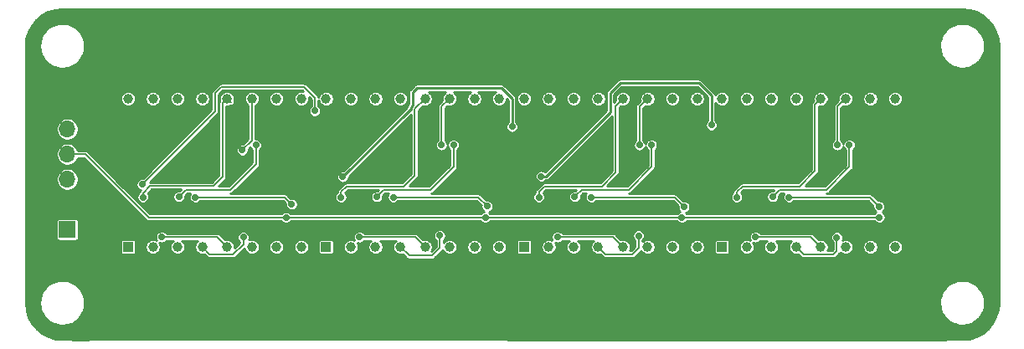
<source format=gtl>
G04 #@! TF.GenerationSoftware,KiCad,Pcbnew,(5.1.9)-1*
G04 #@! TF.CreationDate,2021-03-16T21:09:54+08:00*
G04 #@! TF.ProjectId,driver,64726976-6572-42e6-9b69-6361645f7063,v1.0*
G04 #@! TF.SameCoordinates,Original*
G04 #@! TF.FileFunction,Copper,L1,Top*
G04 #@! TF.FilePolarity,Positive*
%FSLAX46Y46*%
G04 Gerber Fmt 4.6, Leading zero omitted, Abs format (unit mm)*
G04 Created by KiCad (PCBNEW (5.1.9)-1) date 2021-03-16 21:09:54*
%MOMM*%
%LPD*%
G01*
G04 APERTURE LIST*
G04 #@! TA.AperFunction,ComponentPad*
%ADD10O,1.700000X1.700000*%
G04 #@! TD*
G04 #@! TA.AperFunction,ComponentPad*
%ADD11R,1.700000X1.700000*%
G04 #@! TD*
G04 #@! TA.AperFunction,ComponentPad*
%ADD12R,1.000000X1.000000*%
G04 #@! TD*
G04 #@! TA.AperFunction,ComponentPad*
%ADD13C,1.000000*%
G04 #@! TD*
G04 #@! TA.AperFunction,ViaPad*
%ADD14C,0.700000*%
G04 #@! TD*
G04 #@! TA.AperFunction,Conductor*
%ADD15C,0.200000*%
G04 #@! TD*
G04 #@! TA.AperFunction,Conductor*
%ADD16C,0.250000*%
G04 #@! TD*
G04 #@! TA.AperFunction,Conductor*
%ADD17C,0.254000*%
G04 #@! TD*
G04 #@! TA.AperFunction,Conductor*
%ADD18C,0.100000*%
G04 #@! TD*
G04 APERTURE END LIST*
D10*
X35828800Y-44972800D03*
X35828800Y-47512800D03*
X35828800Y-50052800D03*
X35828800Y-52592800D03*
D11*
X35828800Y-55132800D03*
D12*
X102032120Y-56884360D03*
D13*
X104532120Y-56884360D03*
X107032120Y-56884360D03*
X109532120Y-56884360D03*
X112032120Y-56884360D03*
X114532120Y-56884360D03*
X117032120Y-56884360D03*
X119532120Y-56884360D03*
X119532120Y-41884360D03*
X117032120Y-41884360D03*
X114532120Y-41884360D03*
X112032120Y-41884360D03*
X109532120Y-41884360D03*
X107032120Y-41884360D03*
X104532120Y-41884360D03*
X102032120Y-41884360D03*
D12*
X82016920Y-56884360D03*
D13*
X84516920Y-56884360D03*
X87016920Y-56884360D03*
X89516920Y-56884360D03*
X92016920Y-56884360D03*
X94516920Y-56884360D03*
X97016920Y-56884360D03*
X99516920Y-56884360D03*
X99516920Y-41884360D03*
X97016920Y-41884360D03*
X94516920Y-41884360D03*
X92016920Y-41884360D03*
X89516920Y-41884360D03*
X87016920Y-41884360D03*
X84516920Y-41884360D03*
X82016920Y-41884360D03*
D12*
X62001720Y-56884360D03*
D13*
X64501720Y-56884360D03*
X67001720Y-56884360D03*
X69501720Y-56884360D03*
X72001720Y-56884360D03*
X74501720Y-56884360D03*
X77001720Y-56884360D03*
X79501720Y-56884360D03*
X79501720Y-41884360D03*
X77001720Y-41884360D03*
X74501720Y-41884360D03*
X72001720Y-41884360D03*
X69501720Y-41884360D03*
X67001720Y-41884360D03*
X64501720Y-41884360D03*
X62001720Y-41884360D03*
D12*
X41986520Y-56884360D03*
D13*
X44486520Y-56884360D03*
X46986520Y-56884360D03*
X49486520Y-56884360D03*
X51986520Y-56884360D03*
X54486520Y-56884360D03*
X56986520Y-56884360D03*
X59486520Y-56884360D03*
X59486520Y-41884360D03*
X56986520Y-41884360D03*
X54486520Y-41884360D03*
X51986520Y-41884360D03*
X49486520Y-41884360D03*
X46986520Y-41884360D03*
X44486520Y-41884360D03*
X41986520Y-41884360D03*
D14*
X51187600Y-38064000D03*
X55251600Y-38064000D03*
X47123600Y-38064000D03*
X43059600Y-38064000D03*
X72523600Y-38064000D03*
X68459600Y-38064000D03*
X64395600Y-38064000D03*
X76587600Y-38064000D03*
X88271600Y-38064000D03*
X96399600Y-38064000D03*
X92335600Y-38064000D03*
X84207600Y-38064000D03*
X109607600Y-38064000D03*
X105543600Y-38064000D03*
X113671600Y-38064000D03*
X117735600Y-38064000D03*
X46006000Y-46700000D03*
X44126400Y-58638000D03*
X66021200Y-46547600D03*
X72371200Y-46547600D03*
X64446400Y-58587200D03*
X104680000Y-58587200D03*
X84766400Y-58587202D03*
X86036400Y-46649200D03*
X92437200Y-46547600D03*
X112452400Y-46547600D03*
X106051600Y-46496800D03*
X72320400Y-48630400D03*
X73641200Y-48630400D03*
X93707200Y-48325600D03*
X92386400Y-48325600D03*
X113773200Y-48071600D03*
X112452400Y-48071600D03*
X52356000Y-47106400D03*
X53626000Y-48579600D03*
X52305200Y-48579600D03*
X79940400Y-48630400D03*
X78619600Y-48630400D03*
X58604400Y-48427200D03*
X59925200Y-48427200D03*
X100711000Y-47919200D03*
X98380800Y-47919200D03*
X118599200Y-48732000D03*
X119920000Y-48732000D03*
X109455200Y-34965200D03*
X105391200Y-34965200D03*
X113519200Y-34965200D03*
X117583200Y-34965200D03*
X96247200Y-34965200D03*
X88119200Y-34965200D03*
X92183200Y-34965200D03*
X84055200Y-34965200D03*
X76435200Y-34965200D03*
X55099200Y-34965200D03*
X42907200Y-34965200D03*
X68307200Y-34965200D03*
X51035200Y-34965200D03*
X46971200Y-34965200D03*
X72371200Y-34965200D03*
X64243200Y-34965200D03*
X106407200Y-61787600D03*
X110471200Y-61787600D03*
X77451200Y-61787600D03*
X52051200Y-61787600D03*
X47987200Y-61787600D03*
X56115200Y-61787600D03*
X43923200Y-61787600D03*
X114535200Y-61787600D03*
X118599200Y-61787600D03*
X85071200Y-61787600D03*
X97263200Y-61787600D03*
X65259200Y-61787600D03*
X69323200Y-61787600D03*
X73387200Y-61787600D03*
X89135200Y-61787600D03*
X93199200Y-61787600D03*
X110471200Y-64734000D03*
X85071200Y-64734000D03*
X89135200Y-64734000D03*
X73387200Y-64734000D03*
X65259200Y-64734000D03*
X56115200Y-64734000D03*
X97263200Y-64734000D03*
X118599200Y-64734000D03*
X43923200Y-64734000D03*
X93199200Y-64734000D03*
X106407200Y-64734000D03*
X77451200Y-64734000D03*
X114535200Y-64734000D03*
X47987200Y-64734000D03*
X69323200Y-64734000D03*
X52051200Y-64734000D03*
X75819000Y-41783000D03*
X100711000Y-50332200D03*
X98380800Y-50332200D03*
X103164200Y-47879000D03*
X103164200Y-50292000D03*
X57961600Y-53916000D03*
X78101600Y-53916000D03*
X97971600Y-53916000D03*
X117941600Y-53896000D03*
X43397615Y-50562015D03*
X60861600Y-43126000D03*
X43484380Y-51849560D03*
X45371600Y-55878000D03*
X48775196Y-51864800D03*
X58521600Y-52566000D03*
X47116580Y-51811460D03*
X54895190Y-46584153D03*
X53524400Y-47106400D03*
X53626000Y-55894800D03*
X63684400Y-49798800D03*
X80804000Y-44718800D03*
X73667200Y-46581600D03*
X73488800Y-55742400D03*
X67131780Y-51811460D03*
X74891480Y-46563820D03*
X65386800Y-55878000D03*
X63499580Y-51849560D03*
X68790396Y-51864800D03*
X78291600Y-52776000D03*
X83750400Y-49748000D03*
X100971600Y-44566400D03*
X83514780Y-51849560D03*
X85402000Y-55878000D03*
X88805596Y-51864800D03*
X98201600Y-52836000D03*
X87146980Y-51811460D03*
X94906680Y-46563820D03*
X93682400Y-46581600D03*
X93603735Y-55744265D03*
X103529980Y-51849560D03*
X105417200Y-55878000D03*
X108820796Y-51864800D03*
X117911600Y-52796000D03*
X107162180Y-51811460D03*
X114921880Y-46563820D03*
X113697600Y-46581600D03*
X113651214Y-55915186D03*
D15*
X57961600Y-53916000D02*
X78101600Y-53916000D01*
X78101600Y-53916000D02*
X97971600Y-53916000D01*
X117921600Y-53916000D02*
X117941600Y-53896000D01*
X97971600Y-53916000D02*
X117921600Y-53916000D01*
X44060800Y-53916000D02*
X57961600Y-53916000D01*
X37657600Y-47512800D02*
X44060800Y-53916000D01*
X35828800Y-47512800D02*
X37657600Y-47512800D01*
X59781600Y-40706000D02*
X60861600Y-41786000D01*
X51401600Y-40706000D02*
X59781600Y-40706000D01*
X50781600Y-41326000D02*
X51401600Y-40706000D01*
X60861600Y-41786000D02*
X60861600Y-43126000D01*
X50781600Y-43178030D02*
X50781600Y-41326000D01*
X43397615Y-50562015D02*
X50781600Y-43178030D01*
X51986520Y-41884360D02*
X52361600Y-42259440D01*
X44211600Y-50706000D02*
X43484380Y-51433220D01*
X50631600Y-50706000D02*
X44211600Y-50706000D01*
X43484380Y-51433220D02*
X43484380Y-51849560D01*
X51543200Y-49794400D02*
X50631600Y-50706000D01*
X51543200Y-42327680D02*
X51543200Y-49794400D01*
X51986520Y-41884360D02*
X51543200Y-42327680D01*
X50980160Y-55878000D02*
X45371600Y-55878000D01*
X51986520Y-56884360D02*
X50980160Y-55878000D01*
X57820400Y-51864800D02*
X57172800Y-51864800D01*
X58521600Y-52566000D02*
X57820400Y-51864800D01*
X57172800Y-51864800D02*
X48775196Y-51864800D01*
X54895190Y-48529610D02*
X54895190Y-46584153D01*
X52312401Y-51112399D02*
X54895190Y-48529610D01*
X47802941Y-51112399D02*
X52312401Y-51112399D01*
X47281680Y-51633660D02*
X47802941Y-51112399D01*
X54486520Y-41884360D02*
X54486520Y-46144280D01*
X54486520Y-46144280D02*
X53524400Y-47106400D01*
X53626000Y-56606000D02*
X53626000Y-55894800D01*
X52597639Y-57634361D02*
X53626000Y-56606000D01*
X50236521Y-57634361D02*
X52597639Y-57634361D01*
X49486520Y-56884360D02*
X50236521Y-57634361D01*
D16*
X79720000Y-40807200D02*
X80804000Y-41891200D01*
X70745600Y-41264400D02*
X71202800Y-40807200D01*
X70745600Y-42610136D02*
X70745600Y-41264400D01*
X70573790Y-42781946D02*
X70745600Y-42610136D01*
X70573790Y-42960210D02*
X70573790Y-42781946D01*
X71202800Y-40807200D02*
X79720000Y-40807200D01*
X70542400Y-42991600D02*
X70573790Y-42960210D01*
X70491600Y-42991600D02*
X70542400Y-42991600D01*
X80804000Y-41891200D02*
X80804000Y-44718800D01*
X63684400Y-49798800D02*
X70491600Y-42991600D01*
D15*
X73667200Y-42670000D02*
X74452840Y-41884360D01*
X73667200Y-46581600D02*
X73667200Y-42670000D01*
X74452840Y-41884360D02*
X74501720Y-41884360D01*
X73488800Y-55742400D02*
X73488800Y-57012400D01*
X73488800Y-57012400D02*
X72726800Y-57774400D01*
X70391760Y-57774400D02*
X69501720Y-56884360D01*
X72726800Y-57774400D02*
X70391760Y-57774400D01*
X74891480Y-48791400D02*
X72570481Y-51112399D01*
X72570481Y-51112399D02*
X67818141Y-51112399D01*
X67818141Y-51112399D02*
X67296880Y-51633660D01*
X74891480Y-46563820D02*
X74891480Y-48791400D01*
X70995360Y-55878000D02*
X65386800Y-55878000D01*
X72001720Y-56884360D02*
X70995360Y-55878000D01*
X63499580Y-51323780D02*
X63499580Y-51849560D01*
X64060971Y-50762389D02*
X63499580Y-51323780D01*
X69854711Y-50762389D02*
X64060971Y-50762389D01*
X70948800Y-49668300D02*
X69854711Y-50762389D01*
X70948800Y-42937280D02*
X70948800Y-49668300D01*
X72001720Y-41884360D02*
X70948800Y-42937280D01*
X77380400Y-51864800D02*
X68790396Y-51864800D01*
X79501720Y-57005880D02*
X79501720Y-56884360D01*
X78291600Y-52776000D02*
X77380400Y-51864800D01*
D16*
X100971600Y-41586400D02*
X100971600Y-44566400D01*
X99684400Y-40299200D02*
X100971600Y-41586400D01*
X91726000Y-40299200D02*
X99684400Y-40299200D01*
X90710000Y-41315200D02*
X91726000Y-40299200D01*
X90710000Y-43283374D02*
X90710000Y-41315200D01*
X84245374Y-49748000D02*
X90710000Y-43283374D01*
X83750400Y-49748000D02*
X84245374Y-49748000D01*
D15*
X83514780Y-51323780D02*
X83514780Y-51849560D01*
X84076171Y-50762389D02*
X83514780Y-51323780D01*
X91268800Y-49363500D02*
X89869911Y-50762389D01*
X89869911Y-50762389D02*
X84076171Y-50762389D01*
X91268800Y-42632480D02*
X91268800Y-49363500D01*
X92016920Y-41884360D02*
X91268800Y-42632480D01*
X92016920Y-56884360D02*
X91010560Y-55878000D01*
X91010560Y-55878000D02*
X85402000Y-55878000D01*
X98201600Y-52836000D02*
X97230400Y-51864800D01*
X93940400Y-51864800D02*
X88805596Y-51864800D01*
X97230400Y-51864800D02*
X93940400Y-51864800D01*
X92585681Y-51112399D02*
X87833341Y-51112399D01*
X94906680Y-46563820D02*
X94906680Y-48791400D01*
X87833341Y-51112399D02*
X87312080Y-51633660D01*
X94906680Y-48791400D02*
X92585681Y-51112399D01*
X93682400Y-42670000D02*
X94468040Y-41884360D01*
X93682400Y-46581600D02*
X93682400Y-42670000D01*
X94468040Y-41884360D02*
X94516920Y-41884360D01*
X93603735Y-55744265D02*
X93603735Y-56451735D01*
X93603735Y-56451735D02*
X93605600Y-56453600D01*
X93605600Y-56453600D02*
X93605600Y-57012400D01*
X90266921Y-57634361D02*
X89516920Y-56884360D01*
X92983639Y-57634361D02*
X90266921Y-57634361D01*
X93605600Y-57012400D02*
X92983639Y-57634361D01*
X103529980Y-51323780D02*
X103529980Y-51849560D01*
X104091371Y-50762389D02*
X103529980Y-51323780D01*
X111436400Y-49211100D02*
X109885111Y-50762389D01*
X109885111Y-50762389D02*
X104091371Y-50762389D01*
X111436400Y-42480080D02*
X111436400Y-49211100D01*
X112032120Y-41884360D02*
X111436400Y-42480080D01*
X112032120Y-56884360D02*
X111025760Y-55878000D01*
X111025760Y-55878000D02*
X105417200Y-55878000D01*
X116980400Y-51864800D02*
X108820796Y-51864800D01*
X117911600Y-52796000D02*
X116980400Y-51864800D01*
X107848541Y-51112399D02*
X107327280Y-51633660D01*
X114921880Y-48791400D02*
X112600881Y-51112399D01*
X114921880Y-46563820D02*
X114921880Y-48791400D01*
X112600881Y-51112399D02*
X107848541Y-51112399D01*
X113697600Y-46581600D02*
X113697600Y-42670000D01*
X113697600Y-42670000D02*
X114483240Y-41884360D01*
X114483240Y-41884360D02*
X114532120Y-41884360D01*
X113651214Y-55915186D02*
X113651214Y-57286786D01*
X110282121Y-57634361D02*
X109532120Y-56884360D01*
X113303639Y-57634361D02*
X110282121Y-57634361D01*
X113651214Y-57286786D02*
X113303639Y-57634361D01*
D17*
X127038800Y-32913849D02*
X127729447Y-33122367D01*
X128366439Y-33461063D01*
X128925517Y-33917035D01*
X129385379Y-34472913D01*
X129728515Y-35107529D01*
X129941850Y-35796701D01*
X130018758Y-36528431D01*
X130018800Y-36540473D01*
X130018801Y-62525216D01*
X129946952Y-63257997D01*
X129738433Y-63948645D01*
X129399738Y-64585639D01*
X128943765Y-65144717D01*
X128387887Y-65604579D01*
X127753269Y-65947716D01*
X127064097Y-66161050D01*
X126332369Y-66237958D01*
X126319751Y-66238002D01*
X126319745Y-66238003D01*
X123189660Y-66246000D01*
X122421970Y-66246000D01*
X38876114Y-66238002D01*
X38875369Y-66237932D01*
X38861264Y-66238000D01*
X38847196Y-66237999D01*
X38846453Y-66238072D01*
X37210915Y-66245997D01*
X35336212Y-66238063D01*
X34602803Y-66166152D01*
X33912155Y-65957633D01*
X33275161Y-65618938D01*
X32716083Y-65162965D01*
X32256221Y-64607087D01*
X31913084Y-63972469D01*
X31699750Y-63283297D01*
X31622842Y-62551569D01*
X31622802Y-62540001D01*
X33018800Y-62540001D01*
X33018829Y-62544218D01*
X33019609Y-62600060D01*
X33021256Y-62614739D01*
X33021462Y-62629506D01*
X33021961Y-62633693D01*
X33070882Y-63020947D01*
X33076939Y-63047606D01*
X33082637Y-63074413D01*
X33083941Y-63078423D01*
X33207148Y-63448799D01*
X33218271Y-63473781D01*
X33229064Y-63498962D01*
X33231121Y-63502643D01*
X33423922Y-63842035D01*
X33439674Y-63864364D01*
X33455164Y-63886987D01*
X33457898Y-63890198D01*
X33712949Y-64185677D01*
X33732720Y-64204504D01*
X33752326Y-64223704D01*
X33755631Y-64226323D01*
X34063216Y-64466635D01*
X34086285Y-64481275D01*
X34109230Y-64496290D01*
X34112981Y-64498217D01*
X34461386Y-64674209D01*
X34486879Y-64684097D01*
X34512283Y-64694361D01*
X34516337Y-64695523D01*
X34892290Y-64800491D01*
X34919213Y-64805238D01*
X34946133Y-64810374D01*
X34950334Y-64810726D01*
X34950336Y-64810726D01*
X35339516Y-64840671D01*
X35366854Y-64840098D01*
X35394252Y-64839907D01*
X35398442Y-64839437D01*
X35786029Y-64793221D01*
X35812754Y-64787345D01*
X35839575Y-64781839D01*
X35843595Y-64780564D01*
X36214821Y-64659944D01*
X36239894Y-64648990D01*
X36265136Y-64638379D01*
X36268832Y-64636347D01*
X36609561Y-64445920D01*
X36632028Y-64430305D01*
X36654728Y-64414994D01*
X36657959Y-64412283D01*
X36955212Y-64159302D01*
X36974180Y-64139660D01*
X36993514Y-64120190D01*
X36996156Y-64116903D01*
X37238609Y-63811002D01*
X37253410Y-63788034D01*
X37268583Y-63765197D01*
X37270537Y-63761460D01*
X37448956Y-63414293D01*
X37458999Y-63388927D01*
X37469464Y-63363537D01*
X37470654Y-63359491D01*
X37578244Y-62984280D01*
X37583180Y-62957386D01*
X37588502Y-62930508D01*
X37588884Y-62926309D01*
X37621323Y-62540001D01*
X124018800Y-62540001D01*
X124018829Y-62544218D01*
X124019609Y-62600060D01*
X124021256Y-62614739D01*
X124021462Y-62629506D01*
X124021961Y-62633693D01*
X124070882Y-63020947D01*
X124076939Y-63047606D01*
X124082637Y-63074413D01*
X124083941Y-63078423D01*
X124207148Y-63448799D01*
X124218271Y-63473781D01*
X124229064Y-63498962D01*
X124231121Y-63502643D01*
X124423922Y-63842035D01*
X124439674Y-63864364D01*
X124455164Y-63886987D01*
X124457898Y-63890198D01*
X124712949Y-64185677D01*
X124732720Y-64204504D01*
X124752326Y-64223704D01*
X124755631Y-64226323D01*
X125063216Y-64466635D01*
X125086285Y-64481275D01*
X125109230Y-64496290D01*
X125112981Y-64498217D01*
X125461386Y-64674209D01*
X125486879Y-64684097D01*
X125512283Y-64694361D01*
X125516337Y-64695523D01*
X125892290Y-64800491D01*
X125919213Y-64805238D01*
X125946133Y-64810374D01*
X125950334Y-64810726D01*
X125950336Y-64810726D01*
X126339516Y-64840671D01*
X126366854Y-64840098D01*
X126394252Y-64839907D01*
X126398442Y-64839437D01*
X126786029Y-64793221D01*
X126812754Y-64787345D01*
X126839575Y-64781839D01*
X126843595Y-64780564D01*
X127214821Y-64659944D01*
X127239894Y-64648990D01*
X127265136Y-64638379D01*
X127268832Y-64636347D01*
X127609561Y-64445920D01*
X127632028Y-64430305D01*
X127654728Y-64414994D01*
X127657959Y-64412283D01*
X127955212Y-64159302D01*
X127974180Y-64139660D01*
X127993514Y-64120190D01*
X127996156Y-64116903D01*
X128238609Y-63811002D01*
X128253410Y-63788034D01*
X128268583Y-63765197D01*
X128270537Y-63761460D01*
X128448956Y-63414293D01*
X128458999Y-63388927D01*
X128469464Y-63363537D01*
X128470654Y-63359491D01*
X128578244Y-62984280D01*
X128583180Y-62957386D01*
X128588502Y-62930508D01*
X128588884Y-62926309D01*
X128621546Y-62537347D01*
X128621164Y-62510025D01*
X128621164Y-62482607D01*
X128620723Y-62478413D01*
X128577213Y-62090513D01*
X128571529Y-62063775D01*
X128566206Y-62036890D01*
X128564959Y-62032862D01*
X128446935Y-61660801D01*
X128436178Y-61635704D01*
X128425722Y-61610336D01*
X128423716Y-61606627D01*
X128235671Y-61264576D01*
X128220238Y-61242036D01*
X128205061Y-61219193D01*
X128202372Y-61215944D01*
X127951472Y-60916933D01*
X127931962Y-60897828D01*
X127912630Y-60878360D01*
X127909362Y-60875695D01*
X127605160Y-60631111D01*
X127582316Y-60616163D01*
X127559565Y-60600817D01*
X127555841Y-60598837D01*
X127209928Y-60417999D01*
X127184579Y-60407757D01*
X127159318Y-60397138D01*
X127155280Y-60395919D01*
X126780830Y-60285712D01*
X126753975Y-60280589D01*
X126727130Y-60275079D01*
X126722935Y-60274668D01*
X126722933Y-60274668D01*
X126334207Y-60239292D01*
X126306908Y-60239483D01*
X126279466Y-60239291D01*
X126275269Y-60239703D01*
X125887076Y-60280504D01*
X125860256Y-60286010D01*
X125833377Y-60291137D01*
X125829340Y-60292356D01*
X125456465Y-60407780D01*
X125431266Y-60418373D01*
X125405854Y-60428640D01*
X125402131Y-60430620D01*
X125058776Y-60616271D01*
X125036112Y-60631558D01*
X125013179Y-60646565D01*
X125009911Y-60649230D01*
X124709157Y-60898037D01*
X124689912Y-60917417D01*
X124670313Y-60936610D01*
X124667626Y-60939859D01*
X124420925Y-61242344D01*
X124405809Y-61265096D01*
X124390313Y-61287727D01*
X124388308Y-61291437D01*
X124205058Y-61636078D01*
X124194639Y-61661357D01*
X124183844Y-61686543D01*
X124182597Y-61690572D01*
X124069779Y-62064244D01*
X124064469Y-62091065D01*
X124058772Y-62117867D01*
X124058331Y-62122061D01*
X124020241Y-62510530D01*
X124020241Y-62525301D01*
X124018800Y-62540001D01*
X37621323Y-62540001D01*
X37621546Y-62537347D01*
X37621164Y-62510025D01*
X37621164Y-62482607D01*
X37620723Y-62478413D01*
X37577213Y-62090513D01*
X37571529Y-62063775D01*
X37566206Y-62036890D01*
X37564959Y-62032862D01*
X37446935Y-61660801D01*
X37436178Y-61635704D01*
X37425722Y-61610336D01*
X37423716Y-61606627D01*
X37235671Y-61264576D01*
X37220238Y-61242036D01*
X37205061Y-61219193D01*
X37202372Y-61215944D01*
X36951472Y-60916933D01*
X36931962Y-60897828D01*
X36912630Y-60878360D01*
X36909362Y-60875695D01*
X36605160Y-60631111D01*
X36582316Y-60616163D01*
X36559565Y-60600817D01*
X36555841Y-60598837D01*
X36209928Y-60417999D01*
X36184579Y-60407757D01*
X36159318Y-60397138D01*
X36155280Y-60395919D01*
X35780830Y-60285712D01*
X35753975Y-60280589D01*
X35727130Y-60275079D01*
X35722935Y-60274668D01*
X35722933Y-60274668D01*
X35334207Y-60239292D01*
X35306908Y-60239483D01*
X35279466Y-60239291D01*
X35275269Y-60239703D01*
X34887076Y-60280504D01*
X34860256Y-60286010D01*
X34833377Y-60291137D01*
X34829340Y-60292356D01*
X34456465Y-60407780D01*
X34431266Y-60418373D01*
X34405854Y-60428640D01*
X34402131Y-60430620D01*
X34058776Y-60616271D01*
X34036112Y-60631558D01*
X34013179Y-60646565D01*
X34009911Y-60649230D01*
X33709157Y-60898037D01*
X33689912Y-60917417D01*
X33670313Y-60936610D01*
X33667626Y-60939859D01*
X33420925Y-61242344D01*
X33405809Y-61265096D01*
X33390313Y-61287727D01*
X33388308Y-61291437D01*
X33205058Y-61636078D01*
X33194639Y-61661357D01*
X33183844Y-61686543D01*
X33182597Y-61690572D01*
X33069779Y-62064244D01*
X33064469Y-62091065D01*
X33058772Y-62117867D01*
X33058331Y-62122061D01*
X33020241Y-62510530D01*
X33020241Y-62525301D01*
X33018800Y-62540001D01*
X31622802Y-62540001D01*
X31622800Y-62539527D01*
X31622800Y-56384360D01*
X41208180Y-56384360D01*
X41208180Y-57384360D01*
X41213528Y-57438661D01*
X41229367Y-57490876D01*
X41255089Y-57538997D01*
X41289704Y-57581176D01*
X41331883Y-57615791D01*
X41380004Y-57641513D01*
X41432219Y-57657352D01*
X41486520Y-57662700D01*
X42486520Y-57662700D01*
X42540821Y-57657352D01*
X42593036Y-57641513D01*
X42641157Y-57615791D01*
X42683336Y-57581176D01*
X42717951Y-57538997D01*
X42743673Y-57490876D01*
X42759512Y-57438661D01*
X42764860Y-57384360D01*
X42764860Y-56807832D01*
X43709520Y-56807832D01*
X43709520Y-56960888D01*
X43739379Y-57111003D01*
X43797951Y-57252408D01*
X43882984Y-57379669D01*
X43991211Y-57487896D01*
X44118472Y-57572929D01*
X44259877Y-57631501D01*
X44409992Y-57661360D01*
X44563048Y-57661360D01*
X44713163Y-57631501D01*
X44854568Y-57572929D01*
X44981829Y-57487896D01*
X45090056Y-57379669D01*
X45175089Y-57252408D01*
X45233661Y-57111003D01*
X45263520Y-56960888D01*
X45263520Y-56807832D01*
X45233661Y-56657717D01*
X45175089Y-56516312D01*
X45137164Y-56459553D01*
X45188711Y-56480905D01*
X45309846Y-56505000D01*
X45433354Y-56505000D01*
X45554489Y-56480905D01*
X45668596Y-56433640D01*
X45771289Y-56365023D01*
X45858623Y-56277689D01*
X45873783Y-56255000D01*
X46529859Y-56255000D01*
X46491211Y-56280824D01*
X46382984Y-56389051D01*
X46297951Y-56516312D01*
X46239379Y-56657717D01*
X46209520Y-56807832D01*
X46209520Y-56960888D01*
X46239379Y-57111003D01*
X46297951Y-57252408D01*
X46382984Y-57379669D01*
X46491211Y-57487896D01*
X46618472Y-57572929D01*
X46759877Y-57631501D01*
X46909992Y-57661360D01*
X47063048Y-57661360D01*
X47213163Y-57631501D01*
X47354568Y-57572929D01*
X47481829Y-57487896D01*
X47590056Y-57379669D01*
X47675089Y-57252408D01*
X47733661Y-57111003D01*
X47763520Y-56960888D01*
X47763520Y-56807832D01*
X47733661Y-56657717D01*
X47675089Y-56516312D01*
X47590056Y-56389051D01*
X47481829Y-56280824D01*
X47443181Y-56255000D01*
X49029859Y-56255000D01*
X48991211Y-56280824D01*
X48882984Y-56389051D01*
X48797951Y-56516312D01*
X48739379Y-56657717D01*
X48709520Y-56807832D01*
X48709520Y-56960888D01*
X48739379Y-57111003D01*
X48797951Y-57252408D01*
X48882984Y-57379669D01*
X48991211Y-57487896D01*
X49118472Y-57572929D01*
X49259877Y-57631501D01*
X49409992Y-57661360D01*
X49563048Y-57661360D01*
X49702603Y-57633601D01*
X49956849Y-57887848D01*
X49968652Y-57902230D01*
X49983034Y-57914033D01*
X49983036Y-57914035D01*
X50026058Y-57949342D01*
X50091551Y-57984349D01*
X50162615Y-58005906D01*
X50236521Y-58013185D01*
X50255040Y-58011361D01*
X52579127Y-58011361D01*
X52597639Y-58013184D01*
X52616151Y-58011361D01*
X52616158Y-58011361D01*
X52671544Y-58005906D01*
X52742609Y-57984349D01*
X52808102Y-57949342D01*
X52865508Y-57902230D01*
X52877316Y-57887842D01*
X53725240Y-57039919D01*
X53739379Y-57111003D01*
X53797951Y-57252408D01*
X53882984Y-57379669D01*
X53991211Y-57487896D01*
X54118472Y-57572929D01*
X54259877Y-57631501D01*
X54409992Y-57661360D01*
X54563048Y-57661360D01*
X54713163Y-57631501D01*
X54854568Y-57572929D01*
X54981829Y-57487896D01*
X55090056Y-57379669D01*
X55175089Y-57252408D01*
X55233661Y-57111003D01*
X55263520Y-56960888D01*
X55263520Y-56807832D01*
X56209520Y-56807832D01*
X56209520Y-56960888D01*
X56239379Y-57111003D01*
X56297951Y-57252408D01*
X56382984Y-57379669D01*
X56491211Y-57487896D01*
X56618472Y-57572929D01*
X56759877Y-57631501D01*
X56909992Y-57661360D01*
X57063048Y-57661360D01*
X57213163Y-57631501D01*
X57354568Y-57572929D01*
X57481829Y-57487896D01*
X57590056Y-57379669D01*
X57675089Y-57252408D01*
X57733661Y-57111003D01*
X57763520Y-56960888D01*
X57763520Y-56807832D01*
X58709520Y-56807832D01*
X58709520Y-56960888D01*
X58739379Y-57111003D01*
X58797951Y-57252408D01*
X58882984Y-57379669D01*
X58991211Y-57487896D01*
X59118472Y-57572929D01*
X59259877Y-57631501D01*
X59409992Y-57661360D01*
X59563048Y-57661360D01*
X59713163Y-57631501D01*
X59854568Y-57572929D01*
X59981829Y-57487896D01*
X60090056Y-57379669D01*
X60175089Y-57252408D01*
X60233661Y-57111003D01*
X60263520Y-56960888D01*
X60263520Y-56807832D01*
X60233661Y-56657717D01*
X60175089Y-56516312D01*
X60090056Y-56389051D01*
X60085365Y-56384360D01*
X61223380Y-56384360D01*
X61223380Y-57384360D01*
X61228728Y-57438661D01*
X61244567Y-57490876D01*
X61270289Y-57538997D01*
X61304904Y-57581176D01*
X61347083Y-57615791D01*
X61395204Y-57641513D01*
X61447419Y-57657352D01*
X61501720Y-57662700D01*
X62501720Y-57662700D01*
X62556021Y-57657352D01*
X62608236Y-57641513D01*
X62656357Y-57615791D01*
X62698536Y-57581176D01*
X62733151Y-57538997D01*
X62758873Y-57490876D01*
X62774712Y-57438661D01*
X62780060Y-57384360D01*
X62780060Y-56807832D01*
X63724720Y-56807832D01*
X63724720Y-56960888D01*
X63754579Y-57111003D01*
X63813151Y-57252408D01*
X63898184Y-57379669D01*
X64006411Y-57487896D01*
X64133672Y-57572929D01*
X64275077Y-57631501D01*
X64425192Y-57661360D01*
X64578248Y-57661360D01*
X64728363Y-57631501D01*
X64869768Y-57572929D01*
X64997029Y-57487896D01*
X65105256Y-57379669D01*
X65190289Y-57252408D01*
X65248861Y-57111003D01*
X65278720Y-56960888D01*
X65278720Y-56807832D01*
X65248861Y-56657717D01*
X65190289Y-56516312D01*
X65152364Y-56459553D01*
X65203911Y-56480905D01*
X65325046Y-56505000D01*
X65448554Y-56505000D01*
X65569689Y-56480905D01*
X65683796Y-56433640D01*
X65786489Y-56365023D01*
X65873823Y-56277689D01*
X65888983Y-56255000D01*
X66545059Y-56255000D01*
X66506411Y-56280824D01*
X66398184Y-56389051D01*
X66313151Y-56516312D01*
X66254579Y-56657717D01*
X66224720Y-56807832D01*
X66224720Y-56960888D01*
X66254579Y-57111003D01*
X66313151Y-57252408D01*
X66398184Y-57379669D01*
X66506411Y-57487896D01*
X66633672Y-57572929D01*
X66775077Y-57631501D01*
X66925192Y-57661360D01*
X67078248Y-57661360D01*
X67228363Y-57631501D01*
X67369768Y-57572929D01*
X67497029Y-57487896D01*
X67605256Y-57379669D01*
X67690289Y-57252408D01*
X67748861Y-57111003D01*
X67778720Y-56960888D01*
X67778720Y-56807832D01*
X67748861Y-56657717D01*
X67690289Y-56516312D01*
X67605256Y-56389051D01*
X67497029Y-56280824D01*
X67458381Y-56255000D01*
X69045059Y-56255000D01*
X69006411Y-56280824D01*
X68898184Y-56389051D01*
X68813151Y-56516312D01*
X68754579Y-56657717D01*
X68724720Y-56807832D01*
X68724720Y-56960888D01*
X68754579Y-57111003D01*
X68813151Y-57252408D01*
X68898184Y-57379669D01*
X69006411Y-57487896D01*
X69133672Y-57572929D01*
X69275077Y-57631501D01*
X69425192Y-57661360D01*
X69578248Y-57661360D01*
X69717803Y-57633601D01*
X70112088Y-58027887D01*
X70123891Y-58042269D01*
X70181297Y-58089381D01*
X70246790Y-58124388D01*
X70317854Y-58145945D01*
X70391760Y-58153224D01*
X70410279Y-58151400D01*
X72708288Y-58151400D01*
X72726800Y-58153223D01*
X72745312Y-58151400D01*
X72745319Y-58151400D01*
X72800705Y-58145945D01*
X72871770Y-58124388D01*
X72937263Y-58089381D01*
X72994669Y-58042269D01*
X73006477Y-58027881D01*
X73742287Y-57292072D01*
X73756669Y-57280269D01*
X73770691Y-57263184D01*
X73801875Y-57225185D01*
X73813151Y-57252408D01*
X73898184Y-57379669D01*
X74006411Y-57487896D01*
X74133672Y-57572929D01*
X74275077Y-57631501D01*
X74425192Y-57661360D01*
X74578248Y-57661360D01*
X74728363Y-57631501D01*
X74869768Y-57572929D01*
X74997029Y-57487896D01*
X75105256Y-57379669D01*
X75190289Y-57252408D01*
X75248861Y-57111003D01*
X75278720Y-56960888D01*
X75278720Y-56807832D01*
X76224720Y-56807832D01*
X76224720Y-56960888D01*
X76254579Y-57111003D01*
X76313151Y-57252408D01*
X76398184Y-57379669D01*
X76506411Y-57487896D01*
X76633672Y-57572929D01*
X76775077Y-57631501D01*
X76925192Y-57661360D01*
X77078248Y-57661360D01*
X77228363Y-57631501D01*
X77369768Y-57572929D01*
X77497029Y-57487896D01*
X77605256Y-57379669D01*
X77690289Y-57252408D01*
X77748861Y-57111003D01*
X77778720Y-56960888D01*
X77778720Y-56807832D01*
X78724720Y-56807832D01*
X78724720Y-56960888D01*
X78754579Y-57111003D01*
X78813151Y-57252408D01*
X78898184Y-57379669D01*
X79006411Y-57487896D01*
X79133672Y-57572929D01*
X79275077Y-57631501D01*
X79425192Y-57661360D01*
X79578248Y-57661360D01*
X79728363Y-57631501D01*
X79869768Y-57572929D01*
X79997029Y-57487896D01*
X80105256Y-57379669D01*
X80190289Y-57252408D01*
X80248861Y-57111003D01*
X80278720Y-56960888D01*
X80278720Y-56807832D01*
X80248861Y-56657717D01*
X80190289Y-56516312D01*
X80105256Y-56389051D01*
X80100565Y-56384360D01*
X81238580Y-56384360D01*
X81238580Y-57384360D01*
X81243928Y-57438661D01*
X81259767Y-57490876D01*
X81285489Y-57538997D01*
X81320104Y-57581176D01*
X81362283Y-57615791D01*
X81410404Y-57641513D01*
X81462619Y-57657352D01*
X81516920Y-57662700D01*
X82516920Y-57662700D01*
X82571221Y-57657352D01*
X82623436Y-57641513D01*
X82671557Y-57615791D01*
X82713736Y-57581176D01*
X82748351Y-57538997D01*
X82774073Y-57490876D01*
X82789912Y-57438661D01*
X82795260Y-57384360D01*
X82795260Y-56807832D01*
X83739920Y-56807832D01*
X83739920Y-56960888D01*
X83769779Y-57111003D01*
X83828351Y-57252408D01*
X83913384Y-57379669D01*
X84021611Y-57487896D01*
X84148872Y-57572929D01*
X84290277Y-57631501D01*
X84440392Y-57661360D01*
X84593448Y-57661360D01*
X84743563Y-57631501D01*
X84884968Y-57572929D01*
X85012229Y-57487896D01*
X85120456Y-57379669D01*
X85205489Y-57252408D01*
X85264061Y-57111003D01*
X85293920Y-56960888D01*
X85293920Y-56807832D01*
X85264061Y-56657717D01*
X85205489Y-56516312D01*
X85167564Y-56459553D01*
X85219111Y-56480905D01*
X85340246Y-56505000D01*
X85463754Y-56505000D01*
X85584889Y-56480905D01*
X85698996Y-56433640D01*
X85801689Y-56365023D01*
X85889023Y-56277689D01*
X85904183Y-56255000D01*
X86560259Y-56255000D01*
X86521611Y-56280824D01*
X86413384Y-56389051D01*
X86328351Y-56516312D01*
X86269779Y-56657717D01*
X86239920Y-56807832D01*
X86239920Y-56960888D01*
X86269779Y-57111003D01*
X86328351Y-57252408D01*
X86413384Y-57379669D01*
X86521611Y-57487896D01*
X86648872Y-57572929D01*
X86790277Y-57631501D01*
X86940392Y-57661360D01*
X87093448Y-57661360D01*
X87243563Y-57631501D01*
X87384968Y-57572929D01*
X87512229Y-57487896D01*
X87620456Y-57379669D01*
X87705489Y-57252408D01*
X87764061Y-57111003D01*
X87793920Y-56960888D01*
X87793920Y-56807832D01*
X87764061Y-56657717D01*
X87705489Y-56516312D01*
X87620456Y-56389051D01*
X87512229Y-56280824D01*
X87473581Y-56255000D01*
X89060259Y-56255000D01*
X89021611Y-56280824D01*
X88913384Y-56389051D01*
X88828351Y-56516312D01*
X88769779Y-56657717D01*
X88739920Y-56807832D01*
X88739920Y-56960888D01*
X88769779Y-57111003D01*
X88828351Y-57252408D01*
X88913384Y-57379669D01*
X89021611Y-57487896D01*
X89148872Y-57572929D01*
X89290277Y-57631501D01*
X89440392Y-57661360D01*
X89593448Y-57661360D01*
X89733003Y-57633601D01*
X89987249Y-57887848D01*
X89999052Y-57902230D01*
X90013434Y-57914033D01*
X90013436Y-57914035D01*
X90056458Y-57949342D01*
X90121951Y-57984349D01*
X90193015Y-58005906D01*
X90266921Y-58013185D01*
X90285440Y-58011361D01*
X92965127Y-58011361D01*
X92983639Y-58013184D01*
X93002151Y-58011361D01*
X93002158Y-58011361D01*
X93057544Y-58005906D01*
X93128609Y-57984349D01*
X93194102Y-57949342D01*
X93251508Y-57902230D01*
X93263316Y-57887842D01*
X93856549Y-57294610D01*
X93913384Y-57379669D01*
X94021611Y-57487896D01*
X94148872Y-57572929D01*
X94290277Y-57631501D01*
X94440392Y-57661360D01*
X94593448Y-57661360D01*
X94743563Y-57631501D01*
X94884968Y-57572929D01*
X95012229Y-57487896D01*
X95120456Y-57379669D01*
X95205489Y-57252408D01*
X95264061Y-57111003D01*
X95293920Y-56960888D01*
X95293920Y-56807832D01*
X96239920Y-56807832D01*
X96239920Y-56960888D01*
X96269779Y-57111003D01*
X96328351Y-57252408D01*
X96413384Y-57379669D01*
X96521611Y-57487896D01*
X96648872Y-57572929D01*
X96790277Y-57631501D01*
X96940392Y-57661360D01*
X97093448Y-57661360D01*
X97243563Y-57631501D01*
X97384968Y-57572929D01*
X97512229Y-57487896D01*
X97620456Y-57379669D01*
X97705489Y-57252408D01*
X97764061Y-57111003D01*
X97793920Y-56960888D01*
X97793920Y-56807832D01*
X98739920Y-56807832D01*
X98739920Y-56960888D01*
X98769779Y-57111003D01*
X98828351Y-57252408D01*
X98913384Y-57379669D01*
X99021611Y-57487896D01*
X99148872Y-57572929D01*
X99290277Y-57631501D01*
X99440392Y-57661360D01*
X99593448Y-57661360D01*
X99743563Y-57631501D01*
X99884968Y-57572929D01*
X100012229Y-57487896D01*
X100120456Y-57379669D01*
X100205489Y-57252408D01*
X100264061Y-57111003D01*
X100293920Y-56960888D01*
X100293920Y-56807832D01*
X100264061Y-56657717D01*
X100205489Y-56516312D01*
X100120456Y-56389051D01*
X100115765Y-56384360D01*
X101253780Y-56384360D01*
X101253780Y-57384360D01*
X101259128Y-57438661D01*
X101274967Y-57490876D01*
X101300689Y-57538997D01*
X101335304Y-57581176D01*
X101377483Y-57615791D01*
X101425604Y-57641513D01*
X101477819Y-57657352D01*
X101532120Y-57662700D01*
X102532120Y-57662700D01*
X102586421Y-57657352D01*
X102638636Y-57641513D01*
X102686757Y-57615791D01*
X102728936Y-57581176D01*
X102763551Y-57538997D01*
X102789273Y-57490876D01*
X102805112Y-57438661D01*
X102810460Y-57384360D01*
X102810460Y-56807832D01*
X103755120Y-56807832D01*
X103755120Y-56960888D01*
X103784979Y-57111003D01*
X103843551Y-57252408D01*
X103928584Y-57379669D01*
X104036811Y-57487896D01*
X104164072Y-57572929D01*
X104305477Y-57631501D01*
X104455592Y-57661360D01*
X104608648Y-57661360D01*
X104758763Y-57631501D01*
X104900168Y-57572929D01*
X105027429Y-57487896D01*
X105135656Y-57379669D01*
X105220689Y-57252408D01*
X105279261Y-57111003D01*
X105309120Y-56960888D01*
X105309120Y-56807832D01*
X105279261Y-56657717D01*
X105220689Y-56516312D01*
X105182764Y-56459553D01*
X105234311Y-56480905D01*
X105355446Y-56505000D01*
X105478954Y-56505000D01*
X105600089Y-56480905D01*
X105714196Y-56433640D01*
X105816889Y-56365023D01*
X105904223Y-56277689D01*
X105919383Y-56255000D01*
X106575459Y-56255000D01*
X106536811Y-56280824D01*
X106428584Y-56389051D01*
X106343551Y-56516312D01*
X106284979Y-56657717D01*
X106255120Y-56807832D01*
X106255120Y-56960888D01*
X106284979Y-57111003D01*
X106343551Y-57252408D01*
X106428584Y-57379669D01*
X106536811Y-57487896D01*
X106664072Y-57572929D01*
X106805477Y-57631501D01*
X106955592Y-57661360D01*
X107108648Y-57661360D01*
X107258763Y-57631501D01*
X107400168Y-57572929D01*
X107527429Y-57487896D01*
X107635656Y-57379669D01*
X107720689Y-57252408D01*
X107779261Y-57111003D01*
X107809120Y-56960888D01*
X107809120Y-56807832D01*
X107779261Y-56657717D01*
X107720689Y-56516312D01*
X107635656Y-56389051D01*
X107527429Y-56280824D01*
X107488781Y-56255000D01*
X109075459Y-56255000D01*
X109036811Y-56280824D01*
X108928584Y-56389051D01*
X108843551Y-56516312D01*
X108784979Y-56657717D01*
X108755120Y-56807832D01*
X108755120Y-56960888D01*
X108784979Y-57111003D01*
X108843551Y-57252408D01*
X108928584Y-57379669D01*
X109036811Y-57487896D01*
X109164072Y-57572929D01*
X109305477Y-57631501D01*
X109455592Y-57661360D01*
X109608648Y-57661360D01*
X109748203Y-57633601D01*
X110002449Y-57887848D01*
X110014252Y-57902230D01*
X110028634Y-57914033D01*
X110028636Y-57914035D01*
X110071658Y-57949342D01*
X110137151Y-57984349D01*
X110208215Y-58005906D01*
X110282121Y-58013185D01*
X110300640Y-58011361D01*
X113285127Y-58011361D01*
X113303639Y-58013184D01*
X113322151Y-58011361D01*
X113322158Y-58011361D01*
X113377544Y-58005906D01*
X113448609Y-57984349D01*
X113514102Y-57949342D01*
X113571508Y-57902230D01*
X113583316Y-57887842D01*
X113904695Y-57566463D01*
X113919083Y-57554655D01*
X113966195Y-57497249D01*
X113994050Y-57445135D01*
X114036811Y-57487896D01*
X114164072Y-57572929D01*
X114305477Y-57631501D01*
X114455592Y-57661360D01*
X114608648Y-57661360D01*
X114758763Y-57631501D01*
X114900168Y-57572929D01*
X115027429Y-57487896D01*
X115135656Y-57379669D01*
X115220689Y-57252408D01*
X115279261Y-57111003D01*
X115309120Y-56960888D01*
X115309120Y-56807832D01*
X116255120Y-56807832D01*
X116255120Y-56960888D01*
X116284979Y-57111003D01*
X116343551Y-57252408D01*
X116428584Y-57379669D01*
X116536811Y-57487896D01*
X116664072Y-57572929D01*
X116805477Y-57631501D01*
X116955592Y-57661360D01*
X117108648Y-57661360D01*
X117258763Y-57631501D01*
X117400168Y-57572929D01*
X117527429Y-57487896D01*
X117635656Y-57379669D01*
X117720689Y-57252408D01*
X117779261Y-57111003D01*
X117809120Y-56960888D01*
X117809120Y-56807832D01*
X118755120Y-56807832D01*
X118755120Y-56960888D01*
X118784979Y-57111003D01*
X118843551Y-57252408D01*
X118928584Y-57379669D01*
X119036811Y-57487896D01*
X119164072Y-57572929D01*
X119305477Y-57631501D01*
X119455592Y-57661360D01*
X119608648Y-57661360D01*
X119758763Y-57631501D01*
X119900168Y-57572929D01*
X120027429Y-57487896D01*
X120135656Y-57379669D01*
X120220689Y-57252408D01*
X120279261Y-57111003D01*
X120309120Y-56960888D01*
X120309120Y-56807832D01*
X120279261Y-56657717D01*
X120220689Y-56516312D01*
X120135656Y-56389051D01*
X120027429Y-56280824D01*
X119900168Y-56195791D01*
X119758763Y-56137219D01*
X119608648Y-56107360D01*
X119455592Y-56107360D01*
X119305477Y-56137219D01*
X119164072Y-56195791D01*
X119036811Y-56280824D01*
X118928584Y-56389051D01*
X118843551Y-56516312D01*
X118784979Y-56657717D01*
X118755120Y-56807832D01*
X117809120Y-56807832D01*
X117779261Y-56657717D01*
X117720689Y-56516312D01*
X117635656Y-56389051D01*
X117527429Y-56280824D01*
X117400168Y-56195791D01*
X117258763Y-56137219D01*
X117108648Y-56107360D01*
X116955592Y-56107360D01*
X116805477Y-56137219D01*
X116664072Y-56195791D01*
X116536811Y-56280824D01*
X116428584Y-56389051D01*
X116343551Y-56516312D01*
X116284979Y-56657717D01*
X116255120Y-56807832D01*
X115309120Y-56807832D01*
X115279261Y-56657717D01*
X115220689Y-56516312D01*
X115135656Y-56389051D01*
X115027429Y-56280824D01*
X114900168Y-56195791D01*
X114758763Y-56137219D01*
X114608648Y-56107360D01*
X114455592Y-56107360D01*
X114305477Y-56137219D01*
X114223910Y-56171005D01*
X114254119Y-56098075D01*
X114278214Y-55976940D01*
X114278214Y-55853432D01*
X114254119Y-55732297D01*
X114206854Y-55618190D01*
X114138237Y-55515497D01*
X114050903Y-55428163D01*
X113948210Y-55359546D01*
X113834103Y-55312281D01*
X113712968Y-55288186D01*
X113589460Y-55288186D01*
X113468325Y-55312281D01*
X113354218Y-55359546D01*
X113251525Y-55428163D01*
X113164191Y-55515497D01*
X113095574Y-55618190D01*
X113048309Y-55732297D01*
X113024214Y-55853432D01*
X113024214Y-55976940D01*
X113048309Y-56098075D01*
X113095574Y-56212182D01*
X113164191Y-56314875D01*
X113251525Y-56402209D01*
X113274214Y-56417369D01*
X113274215Y-57130627D01*
X113147481Y-57257361D01*
X112717380Y-57257361D01*
X112720689Y-57252408D01*
X112779261Y-57111003D01*
X112809120Y-56960888D01*
X112809120Y-56807832D01*
X112779261Y-56657717D01*
X112720689Y-56516312D01*
X112635656Y-56389051D01*
X112527429Y-56280824D01*
X112400168Y-56195791D01*
X112258763Y-56137219D01*
X112108648Y-56107360D01*
X111955592Y-56107360D01*
X111816037Y-56135119D01*
X111305437Y-55624519D01*
X111293629Y-55610131D01*
X111236223Y-55563019D01*
X111170730Y-55528012D01*
X111099665Y-55506455D01*
X111044279Y-55501000D01*
X111044272Y-55501000D01*
X111025760Y-55499177D01*
X111007248Y-55501000D01*
X105919383Y-55501000D01*
X105904223Y-55478311D01*
X105816889Y-55390977D01*
X105714196Y-55322360D01*
X105600089Y-55275095D01*
X105478954Y-55251000D01*
X105355446Y-55251000D01*
X105234311Y-55275095D01*
X105120204Y-55322360D01*
X105017511Y-55390977D01*
X104930177Y-55478311D01*
X104861560Y-55581004D01*
X104814295Y-55695111D01*
X104790200Y-55816246D01*
X104790200Y-55939754D01*
X104814295Y-56060889D01*
X104861560Y-56174996D01*
X104865997Y-56181637D01*
X104758763Y-56137219D01*
X104608648Y-56107360D01*
X104455592Y-56107360D01*
X104305477Y-56137219D01*
X104164072Y-56195791D01*
X104036811Y-56280824D01*
X103928584Y-56389051D01*
X103843551Y-56516312D01*
X103784979Y-56657717D01*
X103755120Y-56807832D01*
X102810460Y-56807832D01*
X102810460Y-56384360D01*
X102805112Y-56330059D01*
X102789273Y-56277844D01*
X102763551Y-56229723D01*
X102728936Y-56187544D01*
X102686757Y-56152929D01*
X102638636Y-56127207D01*
X102586421Y-56111368D01*
X102532120Y-56106020D01*
X101532120Y-56106020D01*
X101477819Y-56111368D01*
X101425604Y-56127207D01*
X101377483Y-56152929D01*
X101335304Y-56187544D01*
X101300689Y-56229723D01*
X101274967Y-56277844D01*
X101259128Y-56330059D01*
X101253780Y-56384360D01*
X100115765Y-56384360D01*
X100012229Y-56280824D01*
X99884968Y-56195791D01*
X99743563Y-56137219D01*
X99593448Y-56107360D01*
X99440392Y-56107360D01*
X99290277Y-56137219D01*
X99148872Y-56195791D01*
X99021611Y-56280824D01*
X98913384Y-56389051D01*
X98828351Y-56516312D01*
X98769779Y-56657717D01*
X98739920Y-56807832D01*
X97793920Y-56807832D01*
X97764061Y-56657717D01*
X97705489Y-56516312D01*
X97620456Y-56389051D01*
X97512229Y-56280824D01*
X97384968Y-56195791D01*
X97243563Y-56137219D01*
X97093448Y-56107360D01*
X96940392Y-56107360D01*
X96790277Y-56137219D01*
X96648872Y-56195791D01*
X96521611Y-56280824D01*
X96413384Y-56389051D01*
X96328351Y-56516312D01*
X96269779Y-56657717D01*
X96239920Y-56807832D01*
X95293920Y-56807832D01*
X95264061Y-56657717D01*
X95205489Y-56516312D01*
X95120456Y-56389051D01*
X95012229Y-56280824D01*
X94884968Y-56195791D01*
X94743563Y-56137219D01*
X94593448Y-56107360D01*
X94440392Y-56107360D01*
X94290277Y-56137219D01*
X94148872Y-56195791D01*
X94021611Y-56280824D01*
X93980735Y-56321700D01*
X93980735Y-56246448D01*
X94003424Y-56231288D01*
X94090758Y-56143954D01*
X94159375Y-56041261D01*
X94206640Y-55927154D01*
X94230735Y-55806019D01*
X94230735Y-55682511D01*
X94206640Y-55561376D01*
X94159375Y-55447269D01*
X94090758Y-55344576D01*
X94003424Y-55257242D01*
X93900731Y-55188625D01*
X93786624Y-55141360D01*
X93665489Y-55117265D01*
X93541981Y-55117265D01*
X93420846Y-55141360D01*
X93306739Y-55188625D01*
X93204046Y-55257242D01*
X93116712Y-55344576D01*
X93048095Y-55447269D01*
X93000830Y-55561376D01*
X92976735Y-55682511D01*
X92976735Y-55806019D01*
X93000830Y-55927154D01*
X93048095Y-56041261D01*
X93116712Y-56143954D01*
X93204046Y-56231288D01*
X93226736Y-56246449D01*
X93226736Y-56433214D01*
X93224912Y-56451735D01*
X93228600Y-56489186D01*
X93228601Y-56856240D01*
X92827481Y-57257361D01*
X92702180Y-57257361D01*
X92705489Y-57252408D01*
X92764061Y-57111003D01*
X92793920Y-56960888D01*
X92793920Y-56807832D01*
X92764061Y-56657717D01*
X92705489Y-56516312D01*
X92620456Y-56389051D01*
X92512229Y-56280824D01*
X92384968Y-56195791D01*
X92243563Y-56137219D01*
X92093448Y-56107360D01*
X91940392Y-56107360D01*
X91800837Y-56135119D01*
X91290237Y-55624519D01*
X91278429Y-55610131D01*
X91221023Y-55563019D01*
X91155530Y-55528012D01*
X91084465Y-55506455D01*
X91029079Y-55501000D01*
X91029072Y-55501000D01*
X91010560Y-55499177D01*
X90992048Y-55501000D01*
X85904183Y-55501000D01*
X85889023Y-55478311D01*
X85801689Y-55390977D01*
X85698996Y-55322360D01*
X85584889Y-55275095D01*
X85463754Y-55251000D01*
X85340246Y-55251000D01*
X85219111Y-55275095D01*
X85105004Y-55322360D01*
X85002311Y-55390977D01*
X84914977Y-55478311D01*
X84846360Y-55581004D01*
X84799095Y-55695111D01*
X84775000Y-55816246D01*
X84775000Y-55939754D01*
X84799095Y-56060889D01*
X84846360Y-56174996D01*
X84850797Y-56181637D01*
X84743563Y-56137219D01*
X84593448Y-56107360D01*
X84440392Y-56107360D01*
X84290277Y-56137219D01*
X84148872Y-56195791D01*
X84021611Y-56280824D01*
X83913384Y-56389051D01*
X83828351Y-56516312D01*
X83769779Y-56657717D01*
X83739920Y-56807832D01*
X82795260Y-56807832D01*
X82795260Y-56384360D01*
X82789912Y-56330059D01*
X82774073Y-56277844D01*
X82748351Y-56229723D01*
X82713736Y-56187544D01*
X82671557Y-56152929D01*
X82623436Y-56127207D01*
X82571221Y-56111368D01*
X82516920Y-56106020D01*
X81516920Y-56106020D01*
X81462619Y-56111368D01*
X81410404Y-56127207D01*
X81362283Y-56152929D01*
X81320104Y-56187544D01*
X81285489Y-56229723D01*
X81259767Y-56277844D01*
X81243928Y-56330059D01*
X81238580Y-56384360D01*
X80100565Y-56384360D01*
X79997029Y-56280824D01*
X79869768Y-56195791D01*
X79728363Y-56137219D01*
X79578248Y-56107360D01*
X79425192Y-56107360D01*
X79275077Y-56137219D01*
X79133672Y-56195791D01*
X79006411Y-56280824D01*
X78898184Y-56389051D01*
X78813151Y-56516312D01*
X78754579Y-56657717D01*
X78724720Y-56807832D01*
X77778720Y-56807832D01*
X77748861Y-56657717D01*
X77690289Y-56516312D01*
X77605256Y-56389051D01*
X77497029Y-56280824D01*
X77369768Y-56195791D01*
X77228363Y-56137219D01*
X77078248Y-56107360D01*
X76925192Y-56107360D01*
X76775077Y-56137219D01*
X76633672Y-56195791D01*
X76506411Y-56280824D01*
X76398184Y-56389051D01*
X76313151Y-56516312D01*
X76254579Y-56657717D01*
X76224720Y-56807832D01*
X75278720Y-56807832D01*
X75248861Y-56657717D01*
X75190289Y-56516312D01*
X75105256Y-56389051D01*
X74997029Y-56280824D01*
X74869768Y-56195791D01*
X74728363Y-56137219D01*
X74578248Y-56107360D01*
X74425192Y-56107360D01*
X74275077Y-56137219D01*
X74133672Y-56195791D01*
X74006411Y-56280824D01*
X73898184Y-56389051D01*
X73865800Y-56437517D01*
X73865800Y-56244583D01*
X73888489Y-56229423D01*
X73975823Y-56142089D01*
X74044440Y-56039396D01*
X74091705Y-55925289D01*
X74115800Y-55804154D01*
X74115800Y-55680646D01*
X74091705Y-55559511D01*
X74044440Y-55445404D01*
X73975823Y-55342711D01*
X73888489Y-55255377D01*
X73785796Y-55186760D01*
X73671689Y-55139495D01*
X73550554Y-55115400D01*
X73427046Y-55115400D01*
X73305911Y-55139495D01*
X73191804Y-55186760D01*
X73089111Y-55255377D01*
X73001777Y-55342711D01*
X72933160Y-55445404D01*
X72885895Y-55559511D01*
X72861800Y-55680646D01*
X72861800Y-55804154D01*
X72885895Y-55925289D01*
X72933160Y-56039396D01*
X73001777Y-56142089D01*
X73089111Y-56229423D01*
X73111800Y-56244584D01*
X73111801Y-56856240D01*
X72639253Y-57328789D01*
X72690289Y-57252408D01*
X72748861Y-57111003D01*
X72778720Y-56960888D01*
X72778720Y-56807832D01*
X72748861Y-56657717D01*
X72690289Y-56516312D01*
X72605256Y-56389051D01*
X72497029Y-56280824D01*
X72369768Y-56195791D01*
X72228363Y-56137219D01*
X72078248Y-56107360D01*
X71925192Y-56107360D01*
X71785637Y-56135119D01*
X71275037Y-55624519D01*
X71263229Y-55610131D01*
X71205823Y-55563019D01*
X71140330Y-55528012D01*
X71069265Y-55506455D01*
X71013879Y-55501000D01*
X71013872Y-55501000D01*
X70995360Y-55499177D01*
X70976848Y-55501000D01*
X65888983Y-55501000D01*
X65873823Y-55478311D01*
X65786489Y-55390977D01*
X65683796Y-55322360D01*
X65569689Y-55275095D01*
X65448554Y-55251000D01*
X65325046Y-55251000D01*
X65203911Y-55275095D01*
X65089804Y-55322360D01*
X64987111Y-55390977D01*
X64899777Y-55478311D01*
X64831160Y-55581004D01*
X64783895Y-55695111D01*
X64759800Y-55816246D01*
X64759800Y-55939754D01*
X64783895Y-56060889D01*
X64831160Y-56174996D01*
X64835597Y-56181637D01*
X64728363Y-56137219D01*
X64578248Y-56107360D01*
X64425192Y-56107360D01*
X64275077Y-56137219D01*
X64133672Y-56195791D01*
X64006411Y-56280824D01*
X63898184Y-56389051D01*
X63813151Y-56516312D01*
X63754579Y-56657717D01*
X63724720Y-56807832D01*
X62780060Y-56807832D01*
X62780060Y-56384360D01*
X62774712Y-56330059D01*
X62758873Y-56277844D01*
X62733151Y-56229723D01*
X62698536Y-56187544D01*
X62656357Y-56152929D01*
X62608236Y-56127207D01*
X62556021Y-56111368D01*
X62501720Y-56106020D01*
X61501720Y-56106020D01*
X61447419Y-56111368D01*
X61395204Y-56127207D01*
X61347083Y-56152929D01*
X61304904Y-56187544D01*
X61270289Y-56229723D01*
X61244567Y-56277844D01*
X61228728Y-56330059D01*
X61223380Y-56384360D01*
X60085365Y-56384360D01*
X59981829Y-56280824D01*
X59854568Y-56195791D01*
X59713163Y-56137219D01*
X59563048Y-56107360D01*
X59409992Y-56107360D01*
X59259877Y-56137219D01*
X59118472Y-56195791D01*
X58991211Y-56280824D01*
X58882984Y-56389051D01*
X58797951Y-56516312D01*
X58739379Y-56657717D01*
X58709520Y-56807832D01*
X57763520Y-56807832D01*
X57733661Y-56657717D01*
X57675089Y-56516312D01*
X57590056Y-56389051D01*
X57481829Y-56280824D01*
X57354568Y-56195791D01*
X57213163Y-56137219D01*
X57063048Y-56107360D01*
X56909992Y-56107360D01*
X56759877Y-56137219D01*
X56618472Y-56195791D01*
X56491211Y-56280824D01*
X56382984Y-56389051D01*
X56297951Y-56516312D01*
X56239379Y-56657717D01*
X56209520Y-56807832D01*
X55263520Y-56807832D01*
X55233661Y-56657717D01*
X55175089Y-56516312D01*
X55090056Y-56389051D01*
X54981829Y-56280824D01*
X54854568Y-56195791D01*
X54713163Y-56137219D01*
X54563048Y-56107360D01*
X54409992Y-56107360D01*
X54259877Y-56137219D01*
X54192725Y-56165034D01*
X54228905Y-56077689D01*
X54253000Y-55956554D01*
X54253000Y-55833046D01*
X54228905Y-55711911D01*
X54181640Y-55597804D01*
X54113023Y-55495111D01*
X54025689Y-55407777D01*
X53922996Y-55339160D01*
X53808889Y-55291895D01*
X53687754Y-55267800D01*
X53564246Y-55267800D01*
X53443111Y-55291895D01*
X53329004Y-55339160D01*
X53226311Y-55407777D01*
X53138977Y-55495111D01*
X53070360Y-55597804D01*
X53023095Y-55711911D01*
X52999000Y-55833046D01*
X52999000Y-55956554D01*
X53023095Y-56077689D01*
X53070360Y-56191796D01*
X53138977Y-56294489D01*
X53226311Y-56381823D01*
X53249000Y-56396983D01*
X53249000Y-56449841D01*
X52763520Y-56935322D01*
X52763520Y-56807832D01*
X52733661Y-56657717D01*
X52675089Y-56516312D01*
X52590056Y-56389051D01*
X52481829Y-56280824D01*
X52354568Y-56195791D01*
X52213163Y-56137219D01*
X52063048Y-56107360D01*
X51909992Y-56107360D01*
X51770437Y-56135119D01*
X51259837Y-55624519D01*
X51248029Y-55610131D01*
X51190623Y-55563019D01*
X51125130Y-55528012D01*
X51054065Y-55506455D01*
X50998679Y-55501000D01*
X50998672Y-55501000D01*
X50980160Y-55499177D01*
X50961648Y-55501000D01*
X45873783Y-55501000D01*
X45858623Y-55478311D01*
X45771289Y-55390977D01*
X45668596Y-55322360D01*
X45554489Y-55275095D01*
X45433354Y-55251000D01*
X45309846Y-55251000D01*
X45188711Y-55275095D01*
X45074604Y-55322360D01*
X44971911Y-55390977D01*
X44884577Y-55478311D01*
X44815960Y-55581004D01*
X44768695Y-55695111D01*
X44744600Y-55816246D01*
X44744600Y-55939754D01*
X44768695Y-56060889D01*
X44815960Y-56174996D01*
X44820397Y-56181637D01*
X44713163Y-56137219D01*
X44563048Y-56107360D01*
X44409992Y-56107360D01*
X44259877Y-56137219D01*
X44118472Y-56195791D01*
X43991211Y-56280824D01*
X43882984Y-56389051D01*
X43797951Y-56516312D01*
X43739379Y-56657717D01*
X43709520Y-56807832D01*
X42764860Y-56807832D01*
X42764860Y-56384360D01*
X42759512Y-56330059D01*
X42743673Y-56277844D01*
X42717951Y-56229723D01*
X42683336Y-56187544D01*
X42641157Y-56152929D01*
X42593036Y-56127207D01*
X42540821Y-56111368D01*
X42486520Y-56106020D01*
X41486520Y-56106020D01*
X41432219Y-56111368D01*
X41380004Y-56127207D01*
X41331883Y-56152929D01*
X41289704Y-56187544D01*
X41255089Y-56229723D01*
X41229367Y-56277844D01*
X41213528Y-56330059D01*
X41208180Y-56384360D01*
X31622800Y-56384360D01*
X31622800Y-54282800D01*
X34700460Y-54282800D01*
X34700460Y-55982800D01*
X34705808Y-56037101D01*
X34721647Y-56089316D01*
X34747369Y-56137437D01*
X34781984Y-56179616D01*
X34824163Y-56214231D01*
X34872284Y-56239953D01*
X34924499Y-56255792D01*
X34978800Y-56261140D01*
X36678800Y-56261140D01*
X36733101Y-56255792D01*
X36785316Y-56239953D01*
X36833437Y-56214231D01*
X36875616Y-56179616D01*
X36910231Y-56137437D01*
X36935953Y-56089316D01*
X36951792Y-56037101D01*
X36957140Y-55982800D01*
X36957140Y-54282800D01*
X36951792Y-54228499D01*
X36935953Y-54176284D01*
X36910231Y-54128163D01*
X36875616Y-54085984D01*
X36833437Y-54051369D01*
X36785316Y-54025647D01*
X36733101Y-54009808D01*
X36678800Y-54004460D01*
X34978800Y-54004460D01*
X34924499Y-54009808D01*
X34872284Y-54025647D01*
X34824163Y-54051369D01*
X34781984Y-54085984D01*
X34747369Y-54128163D01*
X34721647Y-54176284D01*
X34705808Y-54228499D01*
X34700460Y-54282800D01*
X31622800Y-54282800D01*
X31622800Y-49941800D01*
X34701800Y-49941800D01*
X34701800Y-50163800D01*
X34745110Y-50381534D01*
X34830066Y-50586635D01*
X34953402Y-50771221D01*
X35110379Y-50928198D01*
X35294965Y-51051534D01*
X35500066Y-51136490D01*
X35717800Y-51179800D01*
X35939800Y-51179800D01*
X36157534Y-51136490D01*
X36362635Y-51051534D01*
X36547221Y-50928198D01*
X36704198Y-50771221D01*
X36827534Y-50586635D01*
X36912490Y-50381534D01*
X36955800Y-50163800D01*
X36955800Y-49941800D01*
X36912490Y-49724066D01*
X36827534Y-49518965D01*
X36704198Y-49334379D01*
X36547221Y-49177402D01*
X36362635Y-49054066D01*
X36157534Y-48969110D01*
X35939800Y-48925800D01*
X35717800Y-48925800D01*
X35500066Y-48969110D01*
X35294965Y-49054066D01*
X35110379Y-49177402D01*
X34953402Y-49334379D01*
X34830066Y-49518965D01*
X34745110Y-49724066D01*
X34701800Y-49941800D01*
X31622800Y-49941800D01*
X31622800Y-47401800D01*
X34701800Y-47401800D01*
X34701800Y-47623800D01*
X34745110Y-47841534D01*
X34830066Y-48046635D01*
X34953402Y-48231221D01*
X35110379Y-48388198D01*
X35294965Y-48511534D01*
X35500066Y-48596490D01*
X35717800Y-48639800D01*
X35939800Y-48639800D01*
X36157534Y-48596490D01*
X36362635Y-48511534D01*
X36547221Y-48388198D01*
X36704198Y-48231221D01*
X36827534Y-48046635D01*
X36892497Y-47889800D01*
X37501442Y-47889800D01*
X43781123Y-54169481D01*
X43792931Y-54183869D01*
X43850337Y-54230981D01*
X43915830Y-54265988D01*
X43986895Y-54287545D01*
X44042281Y-54293000D01*
X44042290Y-54293000D01*
X44060799Y-54294823D01*
X44079308Y-54293000D01*
X57459417Y-54293000D01*
X57474577Y-54315689D01*
X57561911Y-54403023D01*
X57664604Y-54471640D01*
X57778711Y-54518905D01*
X57899846Y-54543000D01*
X58023354Y-54543000D01*
X58144489Y-54518905D01*
X58258596Y-54471640D01*
X58361289Y-54403023D01*
X58448623Y-54315689D01*
X58463783Y-54293000D01*
X77599417Y-54293000D01*
X77614577Y-54315689D01*
X77701911Y-54403023D01*
X77804604Y-54471640D01*
X77918711Y-54518905D01*
X78039846Y-54543000D01*
X78163354Y-54543000D01*
X78284489Y-54518905D01*
X78398596Y-54471640D01*
X78501289Y-54403023D01*
X78588623Y-54315689D01*
X78603783Y-54293000D01*
X97469417Y-54293000D01*
X97484577Y-54315689D01*
X97571911Y-54403023D01*
X97674604Y-54471640D01*
X97788711Y-54518905D01*
X97909846Y-54543000D01*
X98033354Y-54543000D01*
X98154489Y-54518905D01*
X98268596Y-54471640D01*
X98371289Y-54403023D01*
X98458623Y-54315689D01*
X98473783Y-54293000D01*
X117452780Y-54293000D01*
X117454577Y-54295689D01*
X117541911Y-54383023D01*
X117644604Y-54451640D01*
X117758711Y-54498905D01*
X117879846Y-54523000D01*
X118003354Y-54523000D01*
X118124489Y-54498905D01*
X118238596Y-54451640D01*
X118341289Y-54383023D01*
X118428623Y-54295689D01*
X118497240Y-54192996D01*
X118544505Y-54078889D01*
X118568600Y-53957754D01*
X118568600Y-53834246D01*
X118544505Y-53713111D01*
X118497240Y-53599004D01*
X118428623Y-53496311D01*
X118341289Y-53408977D01*
X118238596Y-53340360D01*
X118230498Y-53337006D01*
X118311289Y-53283023D01*
X118398623Y-53195689D01*
X118467240Y-53092996D01*
X118514505Y-52978889D01*
X118538600Y-52857754D01*
X118538600Y-52734246D01*
X118514505Y-52613111D01*
X118467240Y-52499004D01*
X118398623Y-52396311D01*
X118311289Y-52308977D01*
X118208596Y-52240360D01*
X118094489Y-52193095D01*
X117973354Y-52169000D01*
X117849846Y-52169000D01*
X117823082Y-52174324D01*
X117260077Y-51611319D01*
X117248269Y-51596931D01*
X117190863Y-51549819D01*
X117125370Y-51514812D01*
X117054305Y-51493255D01*
X116998919Y-51487800D01*
X116998912Y-51487800D01*
X116980400Y-51485977D01*
X116961888Y-51487800D01*
X112635635Y-51487800D01*
X112674786Y-51483944D01*
X112745851Y-51462387D01*
X112811344Y-51427380D01*
X112868750Y-51380268D01*
X112880558Y-51365880D01*
X115175361Y-49071077D01*
X115189749Y-49059269D01*
X115236861Y-49001863D01*
X115271868Y-48936370D01*
X115293425Y-48865305D01*
X115298880Y-48809919D01*
X115298880Y-48809910D01*
X115300703Y-48791401D01*
X115298880Y-48772892D01*
X115298880Y-47066003D01*
X115321569Y-47050843D01*
X115408903Y-46963509D01*
X115477520Y-46860816D01*
X115524785Y-46746709D01*
X115548880Y-46625574D01*
X115548880Y-46502066D01*
X115524785Y-46380931D01*
X115477520Y-46266824D01*
X115408903Y-46164131D01*
X115321569Y-46076797D01*
X115218876Y-46008180D01*
X115104769Y-45960915D01*
X114983634Y-45936820D01*
X114860126Y-45936820D01*
X114738991Y-45960915D01*
X114624884Y-46008180D01*
X114522191Y-46076797D01*
X114434857Y-46164131D01*
X114366240Y-46266824D01*
X114318975Y-46380931D01*
X114307972Y-46436249D01*
X114300505Y-46398711D01*
X114253240Y-46284604D01*
X114184623Y-46181911D01*
X114097289Y-46094577D01*
X114074600Y-46079417D01*
X114074600Y-42826158D01*
X114279866Y-42620893D01*
X114305477Y-42631501D01*
X114455592Y-42661360D01*
X114608648Y-42661360D01*
X114758763Y-42631501D01*
X114900168Y-42572929D01*
X115027429Y-42487896D01*
X115135656Y-42379669D01*
X115220689Y-42252408D01*
X115279261Y-42111003D01*
X115309120Y-41960888D01*
X115309120Y-41807832D01*
X116255120Y-41807832D01*
X116255120Y-41960888D01*
X116284979Y-42111003D01*
X116343551Y-42252408D01*
X116428584Y-42379669D01*
X116536811Y-42487896D01*
X116664072Y-42572929D01*
X116805477Y-42631501D01*
X116955592Y-42661360D01*
X117108648Y-42661360D01*
X117258763Y-42631501D01*
X117400168Y-42572929D01*
X117527429Y-42487896D01*
X117635656Y-42379669D01*
X117720689Y-42252408D01*
X117779261Y-42111003D01*
X117809120Y-41960888D01*
X117809120Y-41807832D01*
X118755120Y-41807832D01*
X118755120Y-41960888D01*
X118784979Y-42111003D01*
X118843551Y-42252408D01*
X118928584Y-42379669D01*
X119036811Y-42487896D01*
X119164072Y-42572929D01*
X119305477Y-42631501D01*
X119455592Y-42661360D01*
X119608648Y-42661360D01*
X119758763Y-42631501D01*
X119900168Y-42572929D01*
X120027429Y-42487896D01*
X120135656Y-42379669D01*
X120220689Y-42252408D01*
X120279261Y-42111003D01*
X120309120Y-41960888D01*
X120309120Y-41807832D01*
X120279261Y-41657717D01*
X120220689Y-41516312D01*
X120135656Y-41389051D01*
X120027429Y-41280824D01*
X119900168Y-41195791D01*
X119758763Y-41137219D01*
X119608648Y-41107360D01*
X119455592Y-41107360D01*
X119305477Y-41137219D01*
X119164072Y-41195791D01*
X119036811Y-41280824D01*
X118928584Y-41389051D01*
X118843551Y-41516312D01*
X118784979Y-41657717D01*
X118755120Y-41807832D01*
X117809120Y-41807832D01*
X117779261Y-41657717D01*
X117720689Y-41516312D01*
X117635656Y-41389051D01*
X117527429Y-41280824D01*
X117400168Y-41195791D01*
X117258763Y-41137219D01*
X117108648Y-41107360D01*
X116955592Y-41107360D01*
X116805477Y-41137219D01*
X116664072Y-41195791D01*
X116536811Y-41280824D01*
X116428584Y-41389051D01*
X116343551Y-41516312D01*
X116284979Y-41657717D01*
X116255120Y-41807832D01*
X115309120Y-41807832D01*
X115279261Y-41657717D01*
X115220689Y-41516312D01*
X115135656Y-41389051D01*
X115027429Y-41280824D01*
X114900168Y-41195791D01*
X114758763Y-41137219D01*
X114608648Y-41107360D01*
X114455592Y-41107360D01*
X114305477Y-41137219D01*
X114164072Y-41195791D01*
X114036811Y-41280824D01*
X113928584Y-41389051D01*
X113843551Y-41516312D01*
X113784979Y-41657717D01*
X113755120Y-41807832D01*
X113755120Y-41960888D01*
X113774769Y-42059673D01*
X113444114Y-42390328D01*
X113429732Y-42402131D01*
X113417929Y-42416513D01*
X113417926Y-42416516D01*
X113382620Y-42459537D01*
X113347612Y-42525031D01*
X113326055Y-42596095D01*
X113318777Y-42670000D01*
X113320601Y-42688522D01*
X113320600Y-46079417D01*
X113297911Y-46094577D01*
X113210577Y-46181911D01*
X113141960Y-46284604D01*
X113094695Y-46398711D01*
X113070600Y-46519846D01*
X113070600Y-46643354D01*
X113094695Y-46764489D01*
X113141960Y-46878596D01*
X113210577Y-46981289D01*
X113297911Y-47068623D01*
X113400604Y-47137240D01*
X113514711Y-47184505D01*
X113635846Y-47208600D01*
X113759354Y-47208600D01*
X113880489Y-47184505D01*
X113994596Y-47137240D01*
X114097289Y-47068623D01*
X114184623Y-46981289D01*
X114253240Y-46878596D01*
X114300505Y-46764489D01*
X114311508Y-46709171D01*
X114318975Y-46746709D01*
X114366240Y-46860816D01*
X114434857Y-46963509D01*
X114522191Y-47050843D01*
X114544880Y-47066003D01*
X114544881Y-48635241D01*
X112444723Y-50735399D01*
X110445259Y-50735399D01*
X111689887Y-49490772D01*
X111704269Y-49478969D01*
X111727220Y-49451004D01*
X111751380Y-49421564D01*
X111754581Y-49415577D01*
X111786388Y-49356070D01*
X111807945Y-49285006D01*
X111815224Y-49211100D01*
X111813400Y-49192581D01*
X111813400Y-42636238D01*
X111816037Y-42633601D01*
X111955592Y-42661360D01*
X112108648Y-42661360D01*
X112258763Y-42631501D01*
X112400168Y-42572929D01*
X112527429Y-42487896D01*
X112635656Y-42379669D01*
X112720689Y-42252408D01*
X112779261Y-42111003D01*
X112809120Y-41960888D01*
X112809120Y-41807832D01*
X112779261Y-41657717D01*
X112720689Y-41516312D01*
X112635656Y-41389051D01*
X112527429Y-41280824D01*
X112400168Y-41195791D01*
X112258763Y-41137219D01*
X112108648Y-41107360D01*
X111955592Y-41107360D01*
X111805477Y-41137219D01*
X111664072Y-41195791D01*
X111536811Y-41280824D01*
X111428584Y-41389051D01*
X111343551Y-41516312D01*
X111284979Y-41657717D01*
X111255120Y-41807832D01*
X111255120Y-41960888D01*
X111282879Y-42100443D01*
X111182919Y-42200403D01*
X111168531Y-42212211D01*
X111121419Y-42269618D01*
X111106005Y-42298455D01*
X111086412Y-42335111D01*
X111066248Y-42401585D01*
X111064855Y-42406176D01*
X111059400Y-42461562D01*
X111059400Y-42461568D01*
X111057577Y-42480080D01*
X111059400Y-42498592D01*
X111059401Y-49054940D01*
X109728953Y-50385389D01*
X104109890Y-50385389D01*
X104091371Y-50383565D01*
X104017465Y-50390844D01*
X103946401Y-50412401D01*
X103880908Y-50447408D01*
X103823502Y-50494520D01*
X103811699Y-50508902D01*
X103276498Y-51044103D01*
X103262111Y-51055911D01*
X103214999Y-51113318D01*
X103179992Y-51178811D01*
X103158435Y-51249876D01*
X103152980Y-51305262D01*
X103152980Y-51305268D01*
X103151157Y-51323780D01*
X103152980Y-51342292D01*
X103152980Y-51347377D01*
X103130291Y-51362537D01*
X103042957Y-51449871D01*
X102974340Y-51552564D01*
X102927075Y-51666671D01*
X102902980Y-51787806D01*
X102902980Y-51911314D01*
X102927075Y-52032449D01*
X102974340Y-52146556D01*
X103042957Y-52249249D01*
X103130291Y-52336583D01*
X103232984Y-52405200D01*
X103347091Y-52452465D01*
X103468226Y-52476560D01*
X103591734Y-52476560D01*
X103712869Y-52452465D01*
X103826976Y-52405200D01*
X103929669Y-52336583D01*
X104017003Y-52249249D01*
X104085620Y-52146556D01*
X104132885Y-52032449D01*
X104156980Y-51911314D01*
X104156980Y-51787806D01*
X104132885Y-51666671D01*
X104085620Y-51552564D01*
X104017003Y-51449871D01*
X103977025Y-51409893D01*
X104247530Y-51139389D01*
X107288393Y-51139389D01*
X107240105Y-51187677D01*
X107223934Y-51184460D01*
X107100426Y-51184460D01*
X106979291Y-51208555D01*
X106865184Y-51255820D01*
X106762491Y-51324437D01*
X106675157Y-51411771D01*
X106606540Y-51514464D01*
X106559275Y-51628571D01*
X106535180Y-51749706D01*
X106535180Y-51873214D01*
X106559275Y-51994349D01*
X106606540Y-52108456D01*
X106675157Y-52211149D01*
X106762491Y-52298483D01*
X106865184Y-52367100D01*
X106979291Y-52414365D01*
X107100426Y-52438460D01*
X107223934Y-52438460D01*
X107345069Y-52414365D01*
X107459176Y-52367100D01*
X107561869Y-52298483D01*
X107649203Y-52211149D01*
X107717820Y-52108456D01*
X107765085Y-51994349D01*
X107789180Y-51873214D01*
X107789180Y-51749706D01*
X107781749Y-51712349D01*
X108004699Y-51489399D01*
X108317544Y-51489399D01*
X108265156Y-51567804D01*
X108217891Y-51681911D01*
X108193796Y-51803046D01*
X108193796Y-51926554D01*
X108217891Y-52047689D01*
X108265156Y-52161796D01*
X108333773Y-52264489D01*
X108421107Y-52351823D01*
X108523800Y-52420440D01*
X108637907Y-52467705D01*
X108759042Y-52491800D01*
X108882550Y-52491800D01*
X109003685Y-52467705D01*
X109117792Y-52420440D01*
X109220485Y-52351823D01*
X109307819Y-52264489D01*
X109322979Y-52241800D01*
X116824242Y-52241800D01*
X117289924Y-52707482D01*
X117284600Y-52734246D01*
X117284600Y-52857754D01*
X117308695Y-52978889D01*
X117355960Y-53092996D01*
X117424577Y-53195689D01*
X117511911Y-53283023D01*
X117614604Y-53351640D01*
X117622702Y-53354994D01*
X117541911Y-53408977D01*
X117454577Y-53496311D01*
X117426053Y-53539000D01*
X98473783Y-53539000D01*
X98458623Y-53516311D01*
X98381760Y-53439448D01*
X98384489Y-53438905D01*
X98498596Y-53391640D01*
X98601289Y-53323023D01*
X98688623Y-53235689D01*
X98757240Y-53132996D01*
X98804505Y-53018889D01*
X98828600Y-52897754D01*
X98828600Y-52774246D01*
X98804505Y-52653111D01*
X98757240Y-52539004D01*
X98688623Y-52436311D01*
X98601289Y-52348977D01*
X98498596Y-52280360D01*
X98384489Y-52233095D01*
X98263354Y-52209000D01*
X98139846Y-52209000D01*
X98113082Y-52214324D01*
X97510077Y-51611319D01*
X97498269Y-51596931D01*
X97440863Y-51549819D01*
X97375370Y-51514812D01*
X97304305Y-51493255D01*
X97248919Y-51487800D01*
X97248912Y-51487800D01*
X97230400Y-51485977D01*
X97211888Y-51487800D01*
X92620435Y-51487800D01*
X92659586Y-51483944D01*
X92730651Y-51462387D01*
X92796144Y-51427380D01*
X92853550Y-51380268D01*
X92865358Y-51365880D01*
X95160161Y-49071077D01*
X95174549Y-49059269D01*
X95221661Y-49001863D01*
X95256668Y-48936370D01*
X95278225Y-48865305D01*
X95283680Y-48809919D01*
X95283680Y-48809910D01*
X95285503Y-48791401D01*
X95283680Y-48772892D01*
X95283680Y-47066003D01*
X95306369Y-47050843D01*
X95393703Y-46963509D01*
X95462320Y-46860816D01*
X95509585Y-46746709D01*
X95533680Y-46625574D01*
X95533680Y-46502066D01*
X95509585Y-46380931D01*
X95462320Y-46266824D01*
X95393703Y-46164131D01*
X95306369Y-46076797D01*
X95203676Y-46008180D01*
X95089569Y-45960915D01*
X94968434Y-45936820D01*
X94844926Y-45936820D01*
X94723791Y-45960915D01*
X94609684Y-46008180D01*
X94506991Y-46076797D01*
X94419657Y-46164131D01*
X94351040Y-46266824D01*
X94303775Y-46380931D01*
X94292772Y-46436249D01*
X94285305Y-46398711D01*
X94238040Y-46284604D01*
X94169423Y-46181911D01*
X94082089Y-46094577D01*
X94059400Y-46079417D01*
X94059400Y-42826158D01*
X94264666Y-42620893D01*
X94290277Y-42631501D01*
X94440392Y-42661360D01*
X94593448Y-42661360D01*
X94743563Y-42631501D01*
X94884968Y-42572929D01*
X95012229Y-42487896D01*
X95120456Y-42379669D01*
X95205489Y-42252408D01*
X95264061Y-42111003D01*
X95293920Y-41960888D01*
X95293920Y-41807832D01*
X96239920Y-41807832D01*
X96239920Y-41960888D01*
X96269779Y-42111003D01*
X96328351Y-42252408D01*
X96413384Y-42379669D01*
X96521611Y-42487896D01*
X96648872Y-42572929D01*
X96790277Y-42631501D01*
X96940392Y-42661360D01*
X97093448Y-42661360D01*
X97243563Y-42631501D01*
X97384968Y-42572929D01*
X97512229Y-42487896D01*
X97620456Y-42379669D01*
X97705489Y-42252408D01*
X97764061Y-42111003D01*
X97793920Y-41960888D01*
X97793920Y-41807832D01*
X98739920Y-41807832D01*
X98739920Y-41960888D01*
X98769779Y-42111003D01*
X98828351Y-42252408D01*
X98913384Y-42379669D01*
X99021611Y-42487896D01*
X99148872Y-42572929D01*
X99290277Y-42631501D01*
X99440392Y-42661360D01*
X99593448Y-42661360D01*
X99743563Y-42631501D01*
X99884968Y-42572929D01*
X100012229Y-42487896D01*
X100120456Y-42379669D01*
X100205489Y-42252408D01*
X100264061Y-42111003D01*
X100293920Y-41960888D01*
X100293920Y-41807832D01*
X100264061Y-41657717D01*
X100205489Y-41516312D01*
X100120456Y-41389051D01*
X100012229Y-41280824D01*
X99884968Y-41195791D01*
X99743563Y-41137219D01*
X99593448Y-41107360D01*
X99440392Y-41107360D01*
X99290277Y-41137219D01*
X99148872Y-41195791D01*
X99021611Y-41280824D01*
X98913384Y-41389051D01*
X98828351Y-41516312D01*
X98769779Y-41657717D01*
X98739920Y-41807832D01*
X97793920Y-41807832D01*
X97764061Y-41657717D01*
X97705489Y-41516312D01*
X97620456Y-41389051D01*
X97512229Y-41280824D01*
X97384968Y-41195791D01*
X97243563Y-41137219D01*
X97093448Y-41107360D01*
X96940392Y-41107360D01*
X96790277Y-41137219D01*
X96648872Y-41195791D01*
X96521611Y-41280824D01*
X96413384Y-41389051D01*
X96328351Y-41516312D01*
X96269779Y-41657717D01*
X96239920Y-41807832D01*
X95293920Y-41807832D01*
X95264061Y-41657717D01*
X95205489Y-41516312D01*
X95120456Y-41389051D01*
X95012229Y-41280824D01*
X94884968Y-41195791D01*
X94743563Y-41137219D01*
X94593448Y-41107360D01*
X94440392Y-41107360D01*
X94290277Y-41137219D01*
X94148872Y-41195791D01*
X94021611Y-41280824D01*
X93913384Y-41389051D01*
X93828351Y-41516312D01*
X93769779Y-41657717D01*
X93739920Y-41807832D01*
X93739920Y-41960888D01*
X93759569Y-42059673D01*
X93428914Y-42390328D01*
X93414532Y-42402131D01*
X93402729Y-42416513D01*
X93402726Y-42416516D01*
X93367420Y-42459537D01*
X93332412Y-42525031D01*
X93310855Y-42596095D01*
X93303577Y-42670000D01*
X93305401Y-42688522D01*
X93305400Y-46079417D01*
X93282711Y-46094577D01*
X93195377Y-46181911D01*
X93126760Y-46284604D01*
X93079495Y-46398711D01*
X93055400Y-46519846D01*
X93055400Y-46643354D01*
X93079495Y-46764489D01*
X93126760Y-46878596D01*
X93195377Y-46981289D01*
X93282711Y-47068623D01*
X93385404Y-47137240D01*
X93499511Y-47184505D01*
X93620646Y-47208600D01*
X93744154Y-47208600D01*
X93865289Y-47184505D01*
X93979396Y-47137240D01*
X94082089Y-47068623D01*
X94169423Y-46981289D01*
X94238040Y-46878596D01*
X94285305Y-46764489D01*
X94296308Y-46709171D01*
X94303775Y-46746709D01*
X94351040Y-46860816D01*
X94419657Y-46963509D01*
X94506991Y-47050843D01*
X94529680Y-47066003D01*
X94529681Y-48635241D01*
X92429523Y-50735399D01*
X90430059Y-50735399D01*
X91522287Y-49643172D01*
X91536669Y-49631369D01*
X91567816Y-49593417D01*
X91571298Y-49589174D01*
X91583781Y-49573963D01*
X91618788Y-49508470D01*
X91636220Y-49451004D01*
X91640345Y-49437406D01*
X91647624Y-49363500D01*
X91645800Y-49344981D01*
X91645800Y-42788638D01*
X91800837Y-42633601D01*
X91940392Y-42661360D01*
X92093448Y-42661360D01*
X92243563Y-42631501D01*
X92384968Y-42572929D01*
X92512229Y-42487896D01*
X92620456Y-42379669D01*
X92705489Y-42252408D01*
X92764061Y-42111003D01*
X92793920Y-41960888D01*
X92793920Y-41807832D01*
X92764061Y-41657717D01*
X92705489Y-41516312D01*
X92620456Y-41389051D01*
X92512229Y-41280824D01*
X92384968Y-41195791D01*
X92243563Y-41137219D01*
X92093448Y-41107360D01*
X91940392Y-41107360D01*
X91790277Y-41137219D01*
X91648872Y-41195791D01*
X91521611Y-41280824D01*
X91413384Y-41389051D01*
X91328351Y-41516312D01*
X91269779Y-41657717D01*
X91239920Y-41807832D01*
X91239920Y-41960888D01*
X91267679Y-42100443D01*
X91112000Y-42256122D01*
X91112000Y-41481713D01*
X91892514Y-40701200D01*
X99517887Y-40701200D01*
X100569600Y-41752914D01*
X100569601Y-44081687D01*
X100484577Y-44166711D01*
X100415960Y-44269404D01*
X100368695Y-44383511D01*
X100344600Y-44504646D01*
X100344600Y-44628154D01*
X100368695Y-44749289D01*
X100415960Y-44863396D01*
X100484577Y-44966089D01*
X100571911Y-45053423D01*
X100674604Y-45122040D01*
X100788711Y-45169305D01*
X100909846Y-45193400D01*
X101033354Y-45193400D01*
X101154489Y-45169305D01*
X101268596Y-45122040D01*
X101371289Y-45053423D01*
X101458623Y-44966089D01*
X101527240Y-44863396D01*
X101574505Y-44749289D01*
X101598600Y-44628154D01*
X101598600Y-44504646D01*
X101574505Y-44383511D01*
X101527240Y-44269404D01*
X101458623Y-44166711D01*
X101373600Y-44081688D01*
X101373600Y-42297380D01*
X101428584Y-42379669D01*
X101536811Y-42487896D01*
X101664072Y-42572929D01*
X101805477Y-42631501D01*
X101955592Y-42661360D01*
X102108648Y-42661360D01*
X102258763Y-42631501D01*
X102400168Y-42572929D01*
X102527429Y-42487896D01*
X102635656Y-42379669D01*
X102720689Y-42252408D01*
X102779261Y-42111003D01*
X102809120Y-41960888D01*
X102809120Y-41807832D01*
X103755120Y-41807832D01*
X103755120Y-41960888D01*
X103784979Y-42111003D01*
X103843551Y-42252408D01*
X103928584Y-42379669D01*
X104036811Y-42487896D01*
X104164072Y-42572929D01*
X104305477Y-42631501D01*
X104455592Y-42661360D01*
X104608648Y-42661360D01*
X104758763Y-42631501D01*
X104900168Y-42572929D01*
X105027429Y-42487896D01*
X105135656Y-42379669D01*
X105220689Y-42252408D01*
X105279261Y-42111003D01*
X105309120Y-41960888D01*
X105309120Y-41807832D01*
X106255120Y-41807832D01*
X106255120Y-41960888D01*
X106284979Y-42111003D01*
X106343551Y-42252408D01*
X106428584Y-42379669D01*
X106536811Y-42487896D01*
X106664072Y-42572929D01*
X106805477Y-42631501D01*
X106955592Y-42661360D01*
X107108648Y-42661360D01*
X107258763Y-42631501D01*
X107400168Y-42572929D01*
X107527429Y-42487896D01*
X107635656Y-42379669D01*
X107720689Y-42252408D01*
X107779261Y-42111003D01*
X107809120Y-41960888D01*
X107809120Y-41807832D01*
X108755120Y-41807832D01*
X108755120Y-41960888D01*
X108784979Y-42111003D01*
X108843551Y-42252408D01*
X108928584Y-42379669D01*
X109036811Y-42487896D01*
X109164072Y-42572929D01*
X109305477Y-42631501D01*
X109455592Y-42661360D01*
X109608648Y-42661360D01*
X109758763Y-42631501D01*
X109900168Y-42572929D01*
X110027429Y-42487896D01*
X110135656Y-42379669D01*
X110220689Y-42252408D01*
X110279261Y-42111003D01*
X110309120Y-41960888D01*
X110309120Y-41807832D01*
X110279261Y-41657717D01*
X110220689Y-41516312D01*
X110135656Y-41389051D01*
X110027429Y-41280824D01*
X109900168Y-41195791D01*
X109758763Y-41137219D01*
X109608648Y-41107360D01*
X109455592Y-41107360D01*
X109305477Y-41137219D01*
X109164072Y-41195791D01*
X109036811Y-41280824D01*
X108928584Y-41389051D01*
X108843551Y-41516312D01*
X108784979Y-41657717D01*
X108755120Y-41807832D01*
X107809120Y-41807832D01*
X107779261Y-41657717D01*
X107720689Y-41516312D01*
X107635656Y-41389051D01*
X107527429Y-41280824D01*
X107400168Y-41195791D01*
X107258763Y-41137219D01*
X107108648Y-41107360D01*
X106955592Y-41107360D01*
X106805477Y-41137219D01*
X106664072Y-41195791D01*
X106536811Y-41280824D01*
X106428584Y-41389051D01*
X106343551Y-41516312D01*
X106284979Y-41657717D01*
X106255120Y-41807832D01*
X105309120Y-41807832D01*
X105279261Y-41657717D01*
X105220689Y-41516312D01*
X105135656Y-41389051D01*
X105027429Y-41280824D01*
X104900168Y-41195791D01*
X104758763Y-41137219D01*
X104608648Y-41107360D01*
X104455592Y-41107360D01*
X104305477Y-41137219D01*
X104164072Y-41195791D01*
X104036811Y-41280824D01*
X103928584Y-41389051D01*
X103843551Y-41516312D01*
X103784979Y-41657717D01*
X103755120Y-41807832D01*
X102809120Y-41807832D01*
X102779261Y-41657717D01*
X102720689Y-41516312D01*
X102635656Y-41389051D01*
X102527429Y-41280824D01*
X102400168Y-41195791D01*
X102258763Y-41137219D01*
X102108648Y-41107360D01*
X101955592Y-41107360D01*
X101805477Y-41137219D01*
X101664072Y-41195791D01*
X101536811Y-41280824D01*
X101428584Y-41389051D01*
X101362036Y-41488647D01*
X101344797Y-41431816D01*
X101307468Y-41361980D01*
X101269820Y-41316106D01*
X101269818Y-41316104D01*
X101257232Y-41300768D01*
X101241897Y-41288183D01*
X99982623Y-40028910D01*
X99970032Y-40013568D01*
X99908820Y-39963332D01*
X99838983Y-39926003D01*
X99763206Y-39903017D01*
X99704147Y-39897200D01*
X99704139Y-39897200D01*
X99684400Y-39895256D01*
X99664661Y-39897200D01*
X91745739Y-39897200D01*
X91726000Y-39895256D01*
X91706260Y-39897200D01*
X91706253Y-39897200D01*
X91647194Y-39903017D01*
X91571417Y-39926003D01*
X91501580Y-39963332D01*
X91440368Y-40013568D01*
X91427781Y-40028905D01*
X90439705Y-41016982D01*
X90424369Y-41029568D01*
X90374133Y-41090780D01*
X90360900Y-41115537D01*
X90336804Y-41160617D01*
X90313817Y-41236395D01*
X90306056Y-41315200D01*
X90308001Y-41334949D01*
X90308000Y-43116860D01*
X84156986Y-49267874D01*
X84150089Y-49260977D01*
X84047396Y-49192360D01*
X83933289Y-49145095D01*
X83812154Y-49121000D01*
X83688646Y-49121000D01*
X83567511Y-49145095D01*
X83453404Y-49192360D01*
X83350711Y-49260977D01*
X83263377Y-49348311D01*
X83194760Y-49451004D01*
X83147495Y-49565111D01*
X83123400Y-49686246D01*
X83123400Y-49809754D01*
X83147495Y-49930889D01*
X83194760Y-50044996D01*
X83263377Y-50147689D01*
X83350711Y-50235023D01*
X83453404Y-50303640D01*
X83567511Y-50350905D01*
X83688646Y-50375000D01*
X83812154Y-50375000D01*
X83933289Y-50350905D01*
X84047396Y-50303640D01*
X84150089Y-50235023D01*
X84234262Y-50150850D01*
X84245374Y-50151944D01*
X84265113Y-50150000D01*
X84265121Y-50150000D01*
X84324180Y-50144183D01*
X84399957Y-50121197D01*
X84469794Y-50083868D01*
X84531006Y-50033632D01*
X84543599Y-50018288D01*
X90891800Y-43670088D01*
X90891801Y-49207340D01*
X89713753Y-50385389D01*
X84094690Y-50385389D01*
X84076171Y-50383565D01*
X84002265Y-50390844D01*
X83931201Y-50412401D01*
X83865708Y-50447408D01*
X83808302Y-50494520D01*
X83796499Y-50508902D01*
X83261298Y-51044103D01*
X83246911Y-51055911D01*
X83199799Y-51113318D01*
X83164792Y-51178811D01*
X83143235Y-51249876D01*
X83137780Y-51305262D01*
X83137780Y-51305268D01*
X83135957Y-51323780D01*
X83137780Y-51342292D01*
X83137780Y-51347377D01*
X83115091Y-51362537D01*
X83027757Y-51449871D01*
X82959140Y-51552564D01*
X82911875Y-51666671D01*
X82887780Y-51787806D01*
X82887780Y-51911314D01*
X82911875Y-52032449D01*
X82959140Y-52146556D01*
X83027757Y-52249249D01*
X83115091Y-52336583D01*
X83217784Y-52405200D01*
X83331891Y-52452465D01*
X83453026Y-52476560D01*
X83576534Y-52476560D01*
X83697669Y-52452465D01*
X83811776Y-52405200D01*
X83914469Y-52336583D01*
X84001803Y-52249249D01*
X84070420Y-52146556D01*
X84117685Y-52032449D01*
X84141780Y-51911314D01*
X84141780Y-51787806D01*
X84117685Y-51666671D01*
X84070420Y-51552564D01*
X84001803Y-51449871D01*
X83961825Y-51409893D01*
X84232330Y-51139389D01*
X87273193Y-51139389D01*
X87224905Y-51187677D01*
X87208734Y-51184460D01*
X87085226Y-51184460D01*
X86964091Y-51208555D01*
X86849984Y-51255820D01*
X86747291Y-51324437D01*
X86659957Y-51411771D01*
X86591340Y-51514464D01*
X86544075Y-51628571D01*
X86519980Y-51749706D01*
X86519980Y-51873214D01*
X86544075Y-51994349D01*
X86591340Y-52108456D01*
X86659957Y-52211149D01*
X86747291Y-52298483D01*
X86849984Y-52367100D01*
X86964091Y-52414365D01*
X87085226Y-52438460D01*
X87208734Y-52438460D01*
X87329869Y-52414365D01*
X87443976Y-52367100D01*
X87546669Y-52298483D01*
X87634003Y-52211149D01*
X87702620Y-52108456D01*
X87749885Y-51994349D01*
X87773980Y-51873214D01*
X87773980Y-51749706D01*
X87766549Y-51712349D01*
X87989499Y-51489399D01*
X88302344Y-51489399D01*
X88249956Y-51567804D01*
X88202691Y-51681911D01*
X88178596Y-51803046D01*
X88178596Y-51926554D01*
X88202691Y-52047689D01*
X88249956Y-52161796D01*
X88318573Y-52264489D01*
X88405907Y-52351823D01*
X88508600Y-52420440D01*
X88622707Y-52467705D01*
X88743842Y-52491800D01*
X88867350Y-52491800D01*
X88988485Y-52467705D01*
X89102592Y-52420440D01*
X89205285Y-52351823D01*
X89292619Y-52264489D01*
X89307779Y-52241800D01*
X97074242Y-52241800D01*
X97579924Y-52747482D01*
X97574600Y-52774246D01*
X97574600Y-52897754D01*
X97598695Y-53018889D01*
X97645960Y-53132996D01*
X97714577Y-53235689D01*
X97791440Y-53312552D01*
X97788711Y-53313095D01*
X97674604Y-53360360D01*
X97571911Y-53428977D01*
X97484577Y-53516311D01*
X97469417Y-53539000D01*
X78603783Y-53539000D01*
X78588623Y-53516311D01*
X78501289Y-53428977D01*
X78437394Y-53386284D01*
X78474489Y-53378905D01*
X78588596Y-53331640D01*
X78691289Y-53263023D01*
X78778623Y-53175689D01*
X78847240Y-53072996D01*
X78894505Y-52958889D01*
X78918600Y-52837754D01*
X78918600Y-52714246D01*
X78894505Y-52593111D01*
X78847240Y-52479004D01*
X78778623Y-52376311D01*
X78691289Y-52288977D01*
X78588596Y-52220360D01*
X78474489Y-52173095D01*
X78353354Y-52149000D01*
X78229846Y-52149000D01*
X78203082Y-52154324D01*
X77660077Y-51611319D01*
X77648269Y-51596931D01*
X77590863Y-51549819D01*
X77525370Y-51514812D01*
X77454305Y-51493255D01*
X77398919Y-51487800D01*
X77398912Y-51487800D01*
X77380400Y-51485977D01*
X77361888Y-51487800D01*
X72605235Y-51487800D01*
X72644386Y-51483944D01*
X72715451Y-51462387D01*
X72780944Y-51427380D01*
X72838350Y-51380268D01*
X72850158Y-51365880D01*
X75144961Y-49071077D01*
X75159349Y-49059269D01*
X75206461Y-49001863D01*
X75241468Y-48936370D01*
X75263025Y-48865305D01*
X75268480Y-48809919D01*
X75268480Y-48809910D01*
X75270303Y-48791401D01*
X75268480Y-48772892D01*
X75268480Y-47066003D01*
X75291169Y-47050843D01*
X75378503Y-46963509D01*
X75447120Y-46860816D01*
X75494385Y-46746709D01*
X75518480Y-46625574D01*
X75518480Y-46502066D01*
X75494385Y-46380931D01*
X75447120Y-46266824D01*
X75378503Y-46164131D01*
X75291169Y-46076797D01*
X75188476Y-46008180D01*
X75074369Y-45960915D01*
X74953234Y-45936820D01*
X74829726Y-45936820D01*
X74708591Y-45960915D01*
X74594484Y-46008180D01*
X74491791Y-46076797D01*
X74404457Y-46164131D01*
X74335840Y-46266824D01*
X74288575Y-46380931D01*
X74277572Y-46436249D01*
X74270105Y-46398711D01*
X74222840Y-46284604D01*
X74154223Y-46181911D01*
X74066889Y-46094577D01*
X74044200Y-46079417D01*
X74044200Y-42826158D01*
X74249466Y-42620893D01*
X74275077Y-42631501D01*
X74425192Y-42661360D01*
X74578248Y-42661360D01*
X74728363Y-42631501D01*
X74869768Y-42572929D01*
X74997029Y-42487896D01*
X75105256Y-42379669D01*
X75190289Y-42252408D01*
X75248861Y-42111003D01*
X75278720Y-41960888D01*
X75278720Y-41807832D01*
X75248861Y-41657717D01*
X75190289Y-41516312D01*
X75105256Y-41389051D01*
X74997029Y-41280824D01*
X74889836Y-41209200D01*
X76613604Y-41209200D01*
X76506411Y-41280824D01*
X76398184Y-41389051D01*
X76313151Y-41516312D01*
X76254579Y-41657717D01*
X76224720Y-41807832D01*
X76224720Y-41960888D01*
X76254579Y-42111003D01*
X76313151Y-42252408D01*
X76398184Y-42379669D01*
X76506411Y-42487896D01*
X76633672Y-42572929D01*
X76775077Y-42631501D01*
X76925192Y-42661360D01*
X77078248Y-42661360D01*
X77228363Y-42631501D01*
X77369768Y-42572929D01*
X77497029Y-42487896D01*
X77605256Y-42379669D01*
X77690289Y-42252408D01*
X77748861Y-42111003D01*
X77778720Y-41960888D01*
X77778720Y-41807832D01*
X77748861Y-41657717D01*
X77690289Y-41516312D01*
X77605256Y-41389051D01*
X77497029Y-41280824D01*
X77389836Y-41209200D01*
X79113604Y-41209200D01*
X79006411Y-41280824D01*
X78898184Y-41389051D01*
X78813151Y-41516312D01*
X78754579Y-41657717D01*
X78724720Y-41807832D01*
X78724720Y-41960888D01*
X78754579Y-42111003D01*
X78813151Y-42252408D01*
X78898184Y-42379669D01*
X79006411Y-42487896D01*
X79133672Y-42572929D01*
X79275077Y-42631501D01*
X79425192Y-42661360D01*
X79578248Y-42661360D01*
X79728363Y-42631501D01*
X79869768Y-42572929D01*
X79997029Y-42487896D01*
X80105256Y-42379669D01*
X80190289Y-42252408D01*
X80248861Y-42111003D01*
X80278720Y-41960888D01*
X80278720Y-41934434D01*
X80402000Y-42057714D01*
X80402001Y-44234087D01*
X80316977Y-44319111D01*
X80248360Y-44421804D01*
X80201095Y-44535911D01*
X80177000Y-44657046D01*
X80177000Y-44780554D01*
X80201095Y-44901689D01*
X80248360Y-45015796D01*
X80316977Y-45118489D01*
X80404311Y-45205823D01*
X80507004Y-45274440D01*
X80621111Y-45321705D01*
X80742246Y-45345800D01*
X80865754Y-45345800D01*
X80986889Y-45321705D01*
X81100996Y-45274440D01*
X81203689Y-45205823D01*
X81291023Y-45118489D01*
X81359640Y-45015796D01*
X81406905Y-44901689D01*
X81431000Y-44780554D01*
X81431000Y-44657046D01*
X81406905Y-44535911D01*
X81359640Y-44421804D01*
X81291023Y-44319111D01*
X81206000Y-44234088D01*
X81206000Y-41910947D01*
X81207945Y-41891200D01*
X81200183Y-41812394D01*
X81198800Y-41807832D01*
X81239920Y-41807832D01*
X81239920Y-41960888D01*
X81269779Y-42111003D01*
X81328351Y-42252408D01*
X81413384Y-42379669D01*
X81521611Y-42487896D01*
X81648872Y-42572929D01*
X81790277Y-42631501D01*
X81940392Y-42661360D01*
X82093448Y-42661360D01*
X82243563Y-42631501D01*
X82384968Y-42572929D01*
X82512229Y-42487896D01*
X82620456Y-42379669D01*
X82705489Y-42252408D01*
X82764061Y-42111003D01*
X82793920Y-41960888D01*
X82793920Y-41807832D01*
X83739920Y-41807832D01*
X83739920Y-41960888D01*
X83769779Y-42111003D01*
X83828351Y-42252408D01*
X83913384Y-42379669D01*
X84021611Y-42487896D01*
X84148872Y-42572929D01*
X84290277Y-42631501D01*
X84440392Y-42661360D01*
X84593448Y-42661360D01*
X84743563Y-42631501D01*
X84884968Y-42572929D01*
X85012229Y-42487896D01*
X85120456Y-42379669D01*
X85205489Y-42252408D01*
X85264061Y-42111003D01*
X85293920Y-41960888D01*
X85293920Y-41807832D01*
X86239920Y-41807832D01*
X86239920Y-41960888D01*
X86269779Y-42111003D01*
X86328351Y-42252408D01*
X86413384Y-42379669D01*
X86521611Y-42487896D01*
X86648872Y-42572929D01*
X86790277Y-42631501D01*
X86940392Y-42661360D01*
X87093448Y-42661360D01*
X87243563Y-42631501D01*
X87384968Y-42572929D01*
X87512229Y-42487896D01*
X87620456Y-42379669D01*
X87705489Y-42252408D01*
X87764061Y-42111003D01*
X87793920Y-41960888D01*
X87793920Y-41807832D01*
X88739920Y-41807832D01*
X88739920Y-41960888D01*
X88769779Y-42111003D01*
X88828351Y-42252408D01*
X88913384Y-42379669D01*
X89021611Y-42487896D01*
X89148872Y-42572929D01*
X89290277Y-42631501D01*
X89440392Y-42661360D01*
X89593448Y-42661360D01*
X89743563Y-42631501D01*
X89884968Y-42572929D01*
X90012229Y-42487896D01*
X90120456Y-42379669D01*
X90205489Y-42252408D01*
X90264061Y-42111003D01*
X90293920Y-41960888D01*
X90293920Y-41807832D01*
X90264061Y-41657717D01*
X90205489Y-41516312D01*
X90120456Y-41389051D01*
X90012229Y-41280824D01*
X89884968Y-41195791D01*
X89743563Y-41137219D01*
X89593448Y-41107360D01*
X89440392Y-41107360D01*
X89290277Y-41137219D01*
X89148872Y-41195791D01*
X89021611Y-41280824D01*
X88913384Y-41389051D01*
X88828351Y-41516312D01*
X88769779Y-41657717D01*
X88739920Y-41807832D01*
X87793920Y-41807832D01*
X87764061Y-41657717D01*
X87705489Y-41516312D01*
X87620456Y-41389051D01*
X87512229Y-41280824D01*
X87384968Y-41195791D01*
X87243563Y-41137219D01*
X87093448Y-41107360D01*
X86940392Y-41107360D01*
X86790277Y-41137219D01*
X86648872Y-41195791D01*
X86521611Y-41280824D01*
X86413384Y-41389051D01*
X86328351Y-41516312D01*
X86269779Y-41657717D01*
X86239920Y-41807832D01*
X85293920Y-41807832D01*
X85264061Y-41657717D01*
X85205489Y-41516312D01*
X85120456Y-41389051D01*
X85012229Y-41280824D01*
X84884968Y-41195791D01*
X84743563Y-41137219D01*
X84593448Y-41107360D01*
X84440392Y-41107360D01*
X84290277Y-41137219D01*
X84148872Y-41195791D01*
X84021611Y-41280824D01*
X83913384Y-41389051D01*
X83828351Y-41516312D01*
X83769779Y-41657717D01*
X83739920Y-41807832D01*
X82793920Y-41807832D01*
X82764061Y-41657717D01*
X82705489Y-41516312D01*
X82620456Y-41389051D01*
X82512229Y-41280824D01*
X82384968Y-41195791D01*
X82243563Y-41137219D01*
X82093448Y-41107360D01*
X81940392Y-41107360D01*
X81790277Y-41137219D01*
X81648872Y-41195791D01*
X81521611Y-41280824D01*
X81413384Y-41389051D01*
X81328351Y-41516312D01*
X81269779Y-41657717D01*
X81239920Y-41807832D01*
X81198800Y-41807832D01*
X81177197Y-41736616D01*
X81139868Y-41666780D01*
X81102220Y-41620906D01*
X81102218Y-41620904D01*
X81089632Y-41605568D01*
X81074297Y-41592983D01*
X80018223Y-40536910D01*
X80005632Y-40521568D01*
X79944420Y-40471332D01*
X79874583Y-40434003D01*
X79798806Y-40411017D01*
X79739747Y-40405200D01*
X79739739Y-40405200D01*
X79720000Y-40403256D01*
X79700261Y-40405200D01*
X71222539Y-40405200D01*
X71202799Y-40403256D01*
X71183060Y-40405200D01*
X71183053Y-40405200D01*
X71123994Y-40411017D01*
X71048217Y-40434003D01*
X70978380Y-40471332D01*
X70917168Y-40521568D01*
X70904581Y-40536905D01*
X70475305Y-40966182D01*
X70459969Y-40978768D01*
X70409733Y-41039980D01*
X70400031Y-41058131D01*
X70372404Y-41109817D01*
X70349417Y-41185595D01*
X70341656Y-41264400D01*
X70343601Y-41284149D01*
X70343600Y-42443623D01*
X70303499Y-42483724D01*
X70288158Y-42496314D01*
X70237922Y-42557526D01*
X70200593Y-42627363D01*
X70177607Y-42703140D01*
X70173899Y-42740787D01*
X63742887Y-49171800D01*
X63622646Y-49171800D01*
X63501511Y-49195895D01*
X63387404Y-49243160D01*
X63284711Y-49311777D01*
X63197377Y-49399111D01*
X63128760Y-49501804D01*
X63081495Y-49615911D01*
X63057400Y-49737046D01*
X63057400Y-49860554D01*
X63081495Y-49981689D01*
X63128760Y-50095796D01*
X63197377Y-50198489D01*
X63284711Y-50285823D01*
X63387404Y-50354440D01*
X63501511Y-50401705D01*
X63622646Y-50425800D01*
X63746154Y-50425800D01*
X63867289Y-50401705D01*
X63981396Y-50354440D01*
X64084089Y-50285823D01*
X64171423Y-50198489D01*
X64240040Y-50095796D01*
X64287305Y-49981689D01*
X64311400Y-49860554D01*
X64311400Y-49740313D01*
X70571800Y-43479914D01*
X70571801Y-49512141D01*
X69698553Y-50385389D01*
X64079490Y-50385389D01*
X64060971Y-50383565D01*
X63987065Y-50390844D01*
X63916001Y-50412401D01*
X63850508Y-50447408D01*
X63793102Y-50494520D01*
X63781299Y-50508902D01*
X63246098Y-51044103D01*
X63231711Y-51055911D01*
X63184599Y-51113318D01*
X63149592Y-51178811D01*
X63128035Y-51249876D01*
X63122580Y-51305262D01*
X63122580Y-51305268D01*
X63120757Y-51323780D01*
X63122580Y-51342292D01*
X63122580Y-51347377D01*
X63099891Y-51362537D01*
X63012557Y-51449871D01*
X62943940Y-51552564D01*
X62896675Y-51666671D01*
X62872580Y-51787806D01*
X62872580Y-51911314D01*
X62896675Y-52032449D01*
X62943940Y-52146556D01*
X63012557Y-52249249D01*
X63099891Y-52336583D01*
X63202584Y-52405200D01*
X63316691Y-52452465D01*
X63437826Y-52476560D01*
X63561334Y-52476560D01*
X63682469Y-52452465D01*
X63796576Y-52405200D01*
X63899269Y-52336583D01*
X63986603Y-52249249D01*
X64055220Y-52146556D01*
X64102485Y-52032449D01*
X64126580Y-51911314D01*
X64126580Y-51787806D01*
X64102485Y-51666671D01*
X64055220Y-51552564D01*
X63986603Y-51449871D01*
X63946625Y-51409893D01*
X64217130Y-51139389D01*
X67257993Y-51139389D01*
X67209705Y-51187677D01*
X67193534Y-51184460D01*
X67070026Y-51184460D01*
X66948891Y-51208555D01*
X66834784Y-51255820D01*
X66732091Y-51324437D01*
X66644757Y-51411771D01*
X66576140Y-51514464D01*
X66528875Y-51628571D01*
X66504780Y-51749706D01*
X66504780Y-51873214D01*
X66528875Y-51994349D01*
X66576140Y-52108456D01*
X66644757Y-52211149D01*
X66732091Y-52298483D01*
X66834784Y-52367100D01*
X66948891Y-52414365D01*
X67070026Y-52438460D01*
X67193534Y-52438460D01*
X67314669Y-52414365D01*
X67428776Y-52367100D01*
X67531469Y-52298483D01*
X67618803Y-52211149D01*
X67687420Y-52108456D01*
X67734685Y-51994349D01*
X67758780Y-51873214D01*
X67758780Y-51749706D01*
X67751349Y-51712349D01*
X67974299Y-51489399D01*
X68287144Y-51489399D01*
X68234756Y-51567804D01*
X68187491Y-51681911D01*
X68163396Y-51803046D01*
X68163396Y-51926554D01*
X68187491Y-52047689D01*
X68234756Y-52161796D01*
X68303373Y-52264489D01*
X68390707Y-52351823D01*
X68493400Y-52420440D01*
X68607507Y-52467705D01*
X68728642Y-52491800D01*
X68852150Y-52491800D01*
X68973285Y-52467705D01*
X69087392Y-52420440D01*
X69190085Y-52351823D01*
X69277419Y-52264489D01*
X69292579Y-52241800D01*
X77224242Y-52241800D01*
X77669924Y-52687482D01*
X77664600Y-52714246D01*
X77664600Y-52837754D01*
X77688695Y-52958889D01*
X77735960Y-53072996D01*
X77804577Y-53175689D01*
X77891911Y-53263023D01*
X77955806Y-53305716D01*
X77918711Y-53313095D01*
X77804604Y-53360360D01*
X77701911Y-53428977D01*
X77614577Y-53516311D01*
X77599417Y-53539000D01*
X58463783Y-53539000D01*
X58448623Y-53516311D01*
X58361289Y-53428977D01*
X58258596Y-53360360D01*
X58144489Y-53313095D01*
X58023354Y-53289000D01*
X57899846Y-53289000D01*
X57778711Y-53313095D01*
X57664604Y-53360360D01*
X57561911Y-53428977D01*
X57474577Y-53516311D01*
X57459417Y-53539000D01*
X44216958Y-53539000D01*
X41178219Y-50500261D01*
X42770615Y-50500261D01*
X42770615Y-50623769D01*
X42794710Y-50744904D01*
X42841975Y-50859011D01*
X42910592Y-50961704D01*
X42997926Y-51049038D01*
X43100619Y-51117655D01*
X43214726Y-51164920D01*
X43216585Y-51165290D01*
X43216511Y-51165351D01*
X43169399Y-51222758D01*
X43150899Y-51257369D01*
X43134392Y-51288251D01*
X43123615Y-51323780D01*
X43118764Y-51339770D01*
X43084691Y-51362537D01*
X42997357Y-51449871D01*
X42928740Y-51552564D01*
X42881475Y-51666671D01*
X42857380Y-51787806D01*
X42857380Y-51911314D01*
X42881475Y-52032449D01*
X42928740Y-52146556D01*
X42997357Y-52249249D01*
X43084691Y-52336583D01*
X43187384Y-52405200D01*
X43301491Y-52452465D01*
X43422626Y-52476560D01*
X43546134Y-52476560D01*
X43667269Y-52452465D01*
X43781376Y-52405200D01*
X43884069Y-52336583D01*
X43971403Y-52249249D01*
X44040020Y-52146556D01*
X44087285Y-52032449D01*
X44111380Y-51911314D01*
X44111380Y-51787806D01*
X44087285Y-51666671D01*
X44040020Y-51552564D01*
X43983213Y-51467545D01*
X44367758Y-51083000D01*
X47299182Y-51083000D01*
X47194505Y-51187677D01*
X47178334Y-51184460D01*
X47054826Y-51184460D01*
X46933691Y-51208555D01*
X46819584Y-51255820D01*
X46716891Y-51324437D01*
X46629557Y-51411771D01*
X46560940Y-51514464D01*
X46513675Y-51628571D01*
X46489580Y-51749706D01*
X46489580Y-51873214D01*
X46513675Y-51994349D01*
X46560940Y-52108456D01*
X46629557Y-52211149D01*
X46716891Y-52298483D01*
X46819584Y-52367100D01*
X46933691Y-52414365D01*
X47054826Y-52438460D01*
X47178334Y-52438460D01*
X47299469Y-52414365D01*
X47413576Y-52367100D01*
X47516269Y-52298483D01*
X47603603Y-52211149D01*
X47672220Y-52108456D01*
X47719485Y-51994349D01*
X47743580Y-51873214D01*
X47743580Y-51749706D01*
X47736149Y-51712349D01*
X47959099Y-51489399D01*
X48271944Y-51489399D01*
X48219556Y-51567804D01*
X48172291Y-51681911D01*
X48148196Y-51803046D01*
X48148196Y-51926554D01*
X48172291Y-52047689D01*
X48219556Y-52161796D01*
X48288173Y-52264489D01*
X48375507Y-52351823D01*
X48478200Y-52420440D01*
X48592307Y-52467705D01*
X48713442Y-52491800D01*
X48836950Y-52491800D01*
X48958085Y-52467705D01*
X49072192Y-52420440D01*
X49174885Y-52351823D01*
X49262219Y-52264489D01*
X49277379Y-52241800D01*
X57664242Y-52241800D01*
X57899924Y-52477482D01*
X57894600Y-52504246D01*
X57894600Y-52627754D01*
X57918695Y-52748889D01*
X57965960Y-52862996D01*
X58034577Y-52965689D01*
X58121911Y-53053023D01*
X58224604Y-53121640D01*
X58338711Y-53168905D01*
X58459846Y-53193000D01*
X58583354Y-53193000D01*
X58704489Y-53168905D01*
X58818596Y-53121640D01*
X58921289Y-53053023D01*
X59008623Y-52965689D01*
X59077240Y-52862996D01*
X59124505Y-52748889D01*
X59148600Y-52627754D01*
X59148600Y-52504246D01*
X59124505Y-52383111D01*
X59077240Y-52269004D01*
X59008623Y-52166311D01*
X58921289Y-52078977D01*
X58818596Y-52010360D01*
X58704489Y-51963095D01*
X58583354Y-51939000D01*
X58459846Y-51939000D01*
X58433082Y-51944324D01*
X58100077Y-51611319D01*
X58088269Y-51596931D01*
X58030863Y-51549819D01*
X57965370Y-51514812D01*
X57894305Y-51493255D01*
X57838919Y-51487800D01*
X57838912Y-51487800D01*
X57820400Y-51485977D01*
X57801888Y-51487800D01*
X52347155Y-51487800D01*
X52386306Y-51483944D01*
X52457371Y-51462387D01*
X52522864Y-51427380D01*
X52580270Y-51380268D01*
X52592078Y-51365880D01*
X55148678Y-48809281D01*
X55163059Y-48797479D01*
X55210171Y-48740073D01*
X55245178Y-48674580D01*
X55266735Y-48603515D01*
X55272190Y-48548129D01*
X55272190Y-48548120D01*
X55274013Y-48529611D01*
X55272190Y-48511102D01*
X55272190Y-47086336D01*
X55294879Y-47071176D01*
X55382213Y-46983842D01*
X55450830Y-46881149D01*
X55498095Y-46767042D01*
X55522190Y-46645907D01*
X55522190Y-46522399D01*
X55498095Y-46401264D01*
X55450830Y-46287157D01*
X55382213Y-46184464D01*
X55294879Y-46097130D01*
X55192186Y-46028513D01*
X55078079Y-45981248D01*
X54956944Y-45957153D01*
X54863520Y-45957153D01*
X54863520Y-42566947D01*
X54981829Y-42487896D01*
X55090056Y-42379669D01*
X55175089Y-42252408D01*
X55233661Y-42111003D01*
X55263520Y-41960888D01*
X55263520Y-41807832D01*
X56209520Y-41807832D01*
X56209520Y-41960888D01*
X56239379Y-42111003D01*
X56297951Y-42252408D01*
X56382984Y-42379669D01*
X56491211Y-42487896D01*
X56618472Y-42572929D01*
X56759877Y-42631501D01*
X56909992Y-42661360D01*
X57063048Y-42661360D01*
X57213163Y-42631501D01*
X57354568Y-42572929D01*
X57481829Y-42487896D01*
X57590056Y-42379669D01*
X57675089Y-42252408D01*
X57733661Y-42111003D01*
X57763520Y-41960888D01*
X57763520Y-41807832D01*
X57733661Y-41657717D01*
X57675089Y-41516312D01*
X57590056Y-41389051D01*
X57481829Y-41280824D01*
X57354568Y-41195791D01*
X57213163Y-41137219D01*
X57063048Y-41107360D01*
X56909992Y-41107360D01*
X56759877Y-41137219D01*
X56618472Y-41195791D01*
X56491211Y-41280824D01*
X56382984Y-41389051D01*
X56297951Y-41516312D01*
X56239379Y-41657717D01*
X56209520Y-41807832D01*
X55263520Y-41807832D01*
X55233661Y-41657717D01*
X55175089Y-41516312D01*
X55090056Y-41389051D01*
X54981829Y-41280824D01*
X54854568Y-41195791D01*
X54713163Y-41137219D01*
X54563048Y-41107360D01*
X54409992Y-41107360D01*
X54259877Y-41137219D01*
X54118472Y-41195791D01*
X53991211Y-41280824D01*
X53882984Y-41389051D01*
X53797951Y-41516312D01*
X53739379Y-41657717D01*
X53709520Y-41807832D01*
X53709520Y-41960888D01*
X53739379Y-42111003D01*
X53797951Y-42252408D01*
X53882984Y-42379669D01*
X53991211Y-42487896D01*
X54109520Y-42566948D01*
X54109521Y-45988120D01*
X53612918Y-46484724D01*
X53586154Y-46479400D01*
X53462646Y-46479400D01*
X53341511Y-46503495D01*
X53227404Y-46550760D01*
X53124711Y-46619377D01*
X53037377Y-46706711D01*
X52968760Y-46809404D01*
X52921495Y-46923511D01*
X52897400Y-47044646D01*
X52897400Y-47168154D01*
X52921495Y-47289289D01*
X52968760Y-47403396D01*
X53037377Y-47506089D01*
X53124711Y-47593423D01*
X53227404Y-47662040D01*
X53341511Y-47709305D01*
X53462646Y-47733400D01*
X53586154Y-47733400D01*
X53707289Y-47709305D01*
X53821396Y-47662040D01*
X53924089Y-47593423D01*
X54011423Y-47506089D01*
X54080040Y-47403396D01*
X54127305Y-47289289D01*
X54151400Y-47168154D01*
X54151400Y-47044646D01*
X54146076Y-47017882D01*
X54322931Y-46841028D01*
X54339550Y-46881149D01*
X54408167Y-46983842D01*
X54495501Y-47071176D01*
X54518191Y-47086337D01*
X54518190Y-48373451D01*
X52156243Y-50735399D01*
X51135359Y-50735399D01*
X51796687Y-50074072D01*
X51811069Y-50062269D01*
X51823499Y-50047124D01*
X51858180Y-50004864D01*
X51893188Y-49939370D01*
X51895761Y-49930889D01*
X51914745Y-49868305D01*
X51920200Y-49812919D01*
X51920200Y-49812910D01*
X51922023Y-49794401D01*
X51920200Y-49775892D01*
X51920200Y-42661360D01*
X52063048Y-42661360D01*
X52213163Y-42631501D01*
X52245390Y-42618152D01*
X52287694Y-42630984D01*
X52361599Y-42638263D01*
X52435505Y-42630984D01*
X52506569Y-42609428D01*
X52572063Y-42574420D01*
X52629468Y-42527308D01*
X52676580Y-42469903D01*
X52711588Y-42404409D01*
X52733144Y-42333345D01*
X52740423Y-42259439D01*
X52733144Y-42185534D01*
X52720312Y-42143230D01*
X52733661Y-42111003D01*
X52763520Y-41960888D01*
X52763520Y-41807832D01*
X52733661Y-41657717D01*
X52675089Y-41516312D01*
X52590056Y-41389051D01*
X52481829Y-41280824D01*
X52354568Y-41195791D01*
X52213163Y-41137219D01*
X52063048Y-41107360D01*
X51909992Y-41107360D01*
X51759877Y-41137219D01*
X51618472Y-41195791D01*
X51491211Y-41280824D01*
X51382984Y-41389051D01*
X51297951Y-41516312D01*
X51239379Y-41657717D01*
X51209520Y-41807832D01*
X51209520Y-41960888D01*
X51238197Y-42105060D01*
X51230474Y-42114470D01*
X51228220Y-42117217D01*
X51193212Y-42182711D01*
X51179757Y-42227068D01*
X51171655Y-42253776D01*
X51166200Y-42309162D01*
X51166200Y-42309168D01*
X51164377Y-42327680D01*
X51166200Y-42346192D01*
X51166201Y-49638240D01*
X50475442Y-50329000D01*
X44230108Y-50329000D01*
X44211599Y-50327177D01*
X44193090Y-50329000D01*
X44193081Y-50329000D01*
X44160588Y-50332200D01*
X51035088Y-43457701D01*
X51049469Y-43445899D01*
X51096581Y-43388493D01*
X51131588Y-43323000D01*
X51133680Y-43316103D01*
X51153145Y-43251936D01*
X51160424Y-43178030D01*
X51158600Y-43159511D01*
X51158600Y-41482158D01*
X51557758Y-41083000D01*
X59625442Y-41083000D01*
X59671342Y-41128901D01*
X59563048Y-41107360D01*
X59409992Y-41107360D01*
X59259877Y-41137219D01*
X59118472Y-41195791D01*
X58991211Y-41280824D01*
X58882984Y-41389051D01*
X58797951Y-41516312D01*
X58739379Y-41657717D01*
X58709520Y-41807832D01*
X58709520Y-41960888D01*
X58739379Y-42111003D01*
X58797951Y-42252408D01*
X58882984Y-42379669D01*
X58991211Y-42487896D01*
X59118472Y-42572929D01*
X59259877Y-42631501D01*
X59409992Y-42661360D01*
X59563048Y-42661360D01*
X59713163Y-42631501D01*
X59854568Y-42572929D01*
X59981829Y-42487896D01*
X60090056Y-42379669D01*
X60175089Y-42252408D01*
X60233661Y-42111003D01*
X60263520Y-41960888D01*
X60263520Y-41807832D01*
X60241980Y-41699538D01*
X60484600Y-41942159D01*
X60484601Y-42623816D01*
X60461911Y-42638977D01*
X60374577Y-42726311D01*
X60305960Y-42829004D01*
X60258695Y-42943111D01*
X60234600Y-43064246D01*
X60234600Y-43187754D01*
X60258695Y-43308889D01*
X60305960Y-43422996D01*
X60374577Y-43525689D01*
X60461911Y-43613023D01*
X60564604Y-43681640D01*
X60678711Y-43728905D01*
X60799846Y-43753000D01*
X60923354Y-43753000D01*
X61044489Y-43728905D01*
X61158596Y-43681640D01*
X61261289Y-43613023D01*
X61348623Y-43525689D01*
X61417240Y-43422996D01*
X61464505Y-43308889D01*
X61488600Y-43187754D01*
X61488600Y-43064246D01*
X61464505Y-42943111D01*
X61417240Y-42829004D01*
X61348623Y-42726311D01*
X61261289Y-42638977D01*
X61238600Y-42623817D01*
X61238600Y-42030669D01*
X61254579Y-42111003D01*
X61313151Y-42252408D01*
X61398184Y-42379669D01*
X61506411Y-42487896D01*
X61633672Y-42572929D01*
X61775077Y-42631501D01*
X61925192Y-42661360D01*
X62078248Y-42661360D01*
X62228363Y-42631501D01*
X62369768Y-42572929D01*
X62497029Y-42487896D01*
X62605256Y-42379669D01*
X62690289Y-42252408D01*
X62748861Y-42111003D01*
X62778720Y-41960888D01*
X62778720Y-41807832D01*
X63724720Y-41807832D01*
X63724720Y-41960888D01*
X63754579Y-42111003D01*
X63813151Y-42252408D01*
X63898184Y-42379669D01*
X64006411Y-42487896D01*
X64133672Y-42572929D01*
X64275077Y-42631501D01*
X64425192Y-42661360D01*
X64578248Y-42661360D01*
X64728363Y-42631501D01*
X64869768Y-42572929D01*
X64997029Y-42487896D01*
X65105256Y-42379669D01*
X65190289Y-42252408D01*
X65248861Y-42111003D01*
X65278720Y-41960888D01*
X65278720Y-41807832D01*
X66224720Y-41807832D01*
X66224720Y-41960888D01*
X66254579Y-42111003D01*
X66313151Y-42252408D01*
X66398184Y-42379669D01*
X66506411Y-42487896D01*
X66633672Y-42572929D01*
X66775077Y-42631501D01*
X66925192Y-42661360D01*
X67078248Y-42661360D01*
X67228363Y-42631501D01*
X67369768Y-42572929D01*
X67497029Y-42487896D01*
X67605256Y-42379669D01*
X67690289Y-42252408D01*
X67748861Y-42111003D01*
X67778720Y-41960888D01*
X67778720Y-41807832D01*
X68724720Y-41807832D01*
X68724720Y-41960888D01*
X68754579Y-42111003D01*
X68813151Y-42252408D01*
X68898184Y-42379669D01*
X69006411Y-42487896D01*
X69133672Y-42572929D01*
X69275077Y-42631501D01*
X69425192Y-42661360D01*
X69578248Y-42661360D01*
X69728363Y-42631501D01*
X69869768Y-42572929D01*
X69997029Y-42487896D01*
X70105256Y-42379669D01*
X70190289Y-42252408D01*
X70248861Y-42111003D01*
X70278720Y-41960888D01*
X70278720Y-41807832D01*
X70248861Y-41657717D01*
X70190289Y-41516312D01*
X70105256Y-41389051D01*
X69997029Y-41280824D01*
X69869768Y-41195791D01*
X69728363Y-41137219D01*
X69578248Y-41107360D01*
X69425192Y-41107360D01*
X69275077Y-41137219D01*
X69133672Y-41195791D01*
X69006411Y-41280824D01*
X68898184Y-41389051D01*
X68813151Y-41516312D01*
X68754579Y-41657717D01*
X68724720Y-41807832D01*
X67778720Y-41807832D01*
X67748861Y-41657717D01*
X67690289Y-41516312D01*
X67605256Y-41389051D01*
X67497029Y-41280824D01*
X67369768Y-41195791D01*
X67228363Y-41137219D01*
X67078248Y-41107360D01*
X66925192Y-41107360D01*
X66775077Y-41137219D01*
X66633672Y-41195791D01*
X66506411Y-41280824D01*
X66398184Y-41389051D01*
X66313151Y-41516312D01*
X66254579Y-41657717D01*
X66224720Y-41807832D01*
X65278720Y-41807832D01*
X65248861Y-41657717D01*
X65190289Y-41516312D01*
X65105256Y-41389051D01*
X64997029Y-41280824D01*
X64869768Y-41195791D01*
X64728363Y-41137219D01*
X64578248Y-41107360D01*
X64425192Y-41107360D01*
X64275077Y-41137219D01*
X64133672Y-41195791D01*
X64006411Y-41280824D01*
X63898184Y-41389051D01*
X63813151Y-41516312D01*
X63754579Y-41657717D01*
X63724720Y-41807832D01*
X62778720Y-41807832D01*
X62748861Y-41657717D01*
X62690289Y-41516312D01*
X62605256Y-41389051D01*
X62497029Y-41280824D01*
X62369768Y-41195791D01*
X62228363Y-41137219D01*
X62078248Y-41107360D01*
X61925192Y-41107360D01*
X61775077Y-41137219D01*
X61633672Y-41195791D01*
X61506411Y-41280824D01*
X61398184Y-41389051D01*
X61313151Y-41516312D01*
X61254579Y-41657717D01*
X61236661Y-41747797D01*
X61233145Y-41712094D01*
X61211588Y-41641030D01*
X61198472Y-41616492D01*
X61176581Y-41575537D01*
X61144514Y-41536463D01*
X61141274Y-41532515D01*
X61141272Y-41532513D01*
X61129469Y-41518131D01*
X61115088Y-41506329D01*
X60061277Y-40452519D01*
X60049469Y-40438131D01*
X59992063Y-40391019D01*
X59926570Y-40356012D01*
X59855505Y-40334455D01*
X59800119Y-40329000D01*
X59800112Y-40329000D01*
X59781600Y-40327177D01*
X59763088Y-40329000D01*
X51420108Y-40329000D01*
X51401599Y-40327177D01*
X51383090Y-40329000D01*
X51383081Y-40329000D01*
X51327695Y-40334455D01*
X51256630Y-40356012D01*
X51191137Y-40391019D01*
X51133731Y-40438131D01*
X51121923Y-40452519D01*
X50528114Y-41046328D01*
X50513732Y-41058131D01*
X50501929Y-41072513D01*
X50501926Y-41072516D01*
X50466620Y-41115537D01*
X50431612Y-41181031D01*
X50410055Y-41252095D01*
X50402777Y-41326000D01*
X50404601Y-41344522D01*
X50404600Y-43021871D01*
X43486133Y-49940339D01*
X43459369Y-49935015D01*
X43335861Y-49935015D01*
X43214726Y-49959110D01*
X43100619Y-50006375D01*
X42997926Y-50074992D01*
X42910592Y-50162326D01*
X42841975Y-50265019D01*
X42794710Y-50379126D01*
X42770615Y-50500261D01*
X41178219Y-50500261D01*
X37937277Y-47259319D01*
X37925469Y-47244931D01*
X37868063Y-47197819D01*
X37802570Y-47162812D01*
X37731505Y-47141255D01*
X37676119Y-47135800D01*
X37676112Y-47135800D01*
X37657600Y-47133977D01*
X37639088Y-47135800D01*
X36892497Y-47135800D01*
X36827534Y-46978965D01*
X36704198Y-46794379D01*
X36547221Y-46637402D01*
X36362635Y-46514066D01*
X36157534Y-46429110D01*
X35939800Y-46385800D01*
X35717800Y-46385800D01*
X35500066Y-46429110D01*
X35294965Y-46514066D01*
X35110379Y-46637402D01*
X34953402Y-46794379D01*
X34830066Y-46978965D01*
X34745110Y-47184066D01*
X34701800Y-47401800D01*
X31622800Y-47401800D01*
X31622800Y-44861800D01*
X34701800Y-44861800D01*
X34701800Y-45083800D01*
X34745110Y-45301534D01*
X34830066Y-45506635D01*
X34953402Y-45691221D01*
X35110379Y-45848198D01*
X35294965Y-45971534D01*
X35500066Y-46056490D01*
X35717800Y-46099800D01*
X35939800Y-46099800D01*
X36157534Y-46056490D01*
X36362635Y-45971534D01*
X36547221Y-45848198D01*
X36704198Y-45691221D01*
X36827534Y-45506635D01*
X36912490Y-45301534D01*
X36955800Y-45083800D01*
X36955800Y-44861800D01*
X36912490Y-44644066D01*
X36827534Y-44438965D01*
X36704198Y-44254379D01*
X36547221Y-44097402D01*
X36362635Y-43974066D01*
X36157534Y-43889110D01*
X35939800Y-43845800D01*
X35717800Y-43845800D01*
X35500066Y-43889110D01*
X35294965Y-43974066D01*
X35110379Y-44097402D01*
X34953402Y-44254379D01*
X34830066Y-44438965D01*
X34745110Y-44644066D01*
X34701800Y-44861800D01*
X31622800Y-44861800D01*
X31622800Y-41807832D01*
X41209520Y-41807832D01*
X41209520Y-41960888D01*
X41239379Y-42111003D01*
X41297951Y-42252408D01*
X41382984Y-42379669D01*
X41491211Y-42487896D01*
X41618472Y-42572929D01*
X41759877Y-42631501D01*
X41909992Y-42661360D01*
X42063048Y-42661360D01*
X42213163Y-42631501D01*
X42354568Y-42572929D01*
X42481829Y-42487896D01*
X42590056Y-42379669D01*
X42675089Y-42252408D01*
X42733661Y-42111003D01*
X42763520Y-41960888D01*
X42763520Y-41807832D01*
X43709520Y-41807832D01*
X43709520Y-41960888D01*
X43739379Y-42111003D01*
X43797951Y-42252408D01*
X43882984Y-42379669D01*
X43991211Y-42487896D01*
X44118472Y-42572929D01*
X44259877Y-42631501D01*
X44409992Y-42661360D01*
X44563048Y-42661360D01*
X44713163Y-42631501D01*
X44854568Y-42572929D01*
X44981829Y-42487896D01*
X45090056Y-42379669D01*
X45175089Y-42252408D01*
X45233661Y-42111003D01*
X45263520Y-41960888D01*
X45263520Y-41807832D01*
X46209520Y-41807832D01*
X46209520Y-41960888D01*
X46239379Y-42111003D01*
X46297951Y-42252408D01*
X46382984Y-42379669D01*
X46491211Y-42487896D01*
X46618472Y-42572929D01*
X46759877Y-42631501D01*
X46909992Y-42661360D01*
X47063048Y-42661360D01*
X47213163Y-42631501D01*
X47354568Y-42572929D01*
X47481829Y-42487896D01*
X47590056Y-42379669D01*
X47675089Y-42252408D01*
X47733661Y-42111003D01*
X47763520Y-41960888D01*
X47763520Y-41807832D01*
X48709520Y-41807832D01*
X48709520Y-41960888D01*
X48739379Y-42111003D01*
X48797951Y-42252408D01*
X48882984Y-42379669D01*
X48991211Y-42487896D01*
X49118472Y-42572929D01*
X49259877Y-42631501D01*
X49409992Y-42661360D01*
X49563048Y-42661360D01*
X49713163Y-42631501D01*
X49854568Y-42572929D01*
X49981829Y-42487896D01*
X50090056Y-42379669D01*
X50175089Y-42252408D01*
X50233661Y-42111003D01*
X50263520Y-41960888D01*
X50263520Y-41807832D01*
X50233661Y-41657717D01*
X50175089Y-41516312D01*
X50090056Y-41389051D01*
X49981829Y-41280824D01*
X49854568Y-41195791D01*
X49713163Y-41137219D01*
X49563048Y-41107360D01*
X49409992Y-41107360D01*
X49259877Y-41137219D01*
X49118472Y-41195791D01*
X48991211Y-41280824D01*
X48882984Y-41389051D01*
X48797951Y-41516312D01*
X48739379Y-41657717D01*
X48709520Y-41807832D01*
X47763520Y-41807832D01*
X47733661Y-41657717D01*
X47675089Y-41516312D01*
X47590056Y-41389051D01*
X47481829Y-41280824D01*
X47354568Y-41195791D01*
X47213163Y-41137219D01*
X47063048Y-41107360D01*
X46909992Y-41107360D01*
X46759877Y-41137219D01*
X46618472Y-41195791D01*
X46491211Y-41280824D01*
X46382984Y-41389051D01*
X46297951Y-41516312D01*
X46239379Y-41657717D01*
X46209520Y-41807832D01*
X45263520Y-41807832D01*
X45233661Y-41657717D01*
X45175089Y-41516312D01*
X45090056Y-41389051D01*
X44981829Y-41280824D01*
X44854568Y-41195791D01*
X44713163Y-41137219D01*
X44563048Y-41107360D01*
X44409992Y-41107360D01*
X44259877Y-41137219D01*
X44118472Y-41195791D01*
X43991211Y-41280824D01*
X43882984Y-41389051D01*
X43797951Y-41516312D01*
X43739379Y-41657717D01*
X43709520Y-41807832D01*
X42763520Y-41807832D01*
X42733661Y-41657717D01*
X42675089Y-41516312D01*
X42590056Y-41389051D01*
X42481829Y-41280824D01*
X42354568Y-41195791D01*
X42213163Y-41137219D01*
X42063048Y-41107360D01*
X41909992Y-41107360D01*
X41759877Y-41137219D01*
X41618472Y-41195791D01*
X41491211Y-41280824D01*
X41382984Y-41389051D01*
X41297951Y-41516312D01*
X41239379Y-41657717D01*
X41209520Y-41807832D01*
X31622800Y-41807832D01*
X31622800Y-36554773D01*
X31624248Y-36540001D01*
X33018800Y-36540001D01*
X33018829Y-36544218D01*
X33019609Y-36600060D01*
X33021256Y-36614739D01*
X33021462Y-36629506D01*
X33021961Y-36633693D01*
X33070882Y-37020947D01*
X33076939Y-37047606D01*
X33082637Y-37074413D01*
X33083941Y-37078423D01*
X33207148Y-37448799D01*
X33218271Y-37473781D01*
X33229064Y-37498962D01*
X33231121Y-37502643D01*
X33423922Y-37842035D01*
X33439674Y-37864364D01*
X33455164Y-37886987D01*
X33457898Y-37890198D01*
X33712949Y-38185677D01*
X33732720Y-38204504D01*
X33752326Y-38223704D01*
X33755631Y-38226323D01*
X34063216Y-38466635D01*
X34086285Y-38481275D01*
X34109230Y-38496290D01*
X34112981Y-38498217D01*
X34461386Y-38674209D01*
X34486879Y-38684097D01*
X34512283Y-38694361D01*
X34516337Y-38695523D01*
X34892290Y-38800491D01*
X34919213Y-38805238D01*
X34946133Y-38810374D01*
X34950334Y-38810726D01*
X34950336Y-38810726D01*
X35339516Y-38840671D01*
X35366854Y-38840098D01*
X35394252Y-38839907D01*
X35398442Y-38839437D01*
X35786029Y-38793221D01*
X35812754Y-38787345D01*
X35839575Y-38781839D01*
X35843595Y-38780564D01*
X36214821Y-38659944D01*
X36239894Y-38648990D01*
X36265136Y-38638379D01*
X36268832Y-38636347D01*
X36609561Y-38445920D01*
X36632028Y-38430305D01*
X36654728Y-38414994D01*
X36657959Y-38412283D01*
X36955212Y-38159302D01*
X36974180Y-38139660D01*
X36993514Y-38120190D01*
X36996156Y-38116903D01*
X37238609Y-37811002D01*
X37253410Y-37788034D01*
X37268583Y-37765197D01*
X37270537Y-37761460D01*
X37448956Y-37414293D01*
X37458999Y-37388927D01*
X37469464Y-37363537D01*
X37470654Y-37359491D01*
X37578244Y-36984280D01*
X37583180Y-36957386D01*
X37588502Y-36930508D01*
X37588884Y-36926309D01*
X37621323Y-36540001D01*
X124018800Y-36540001D01*
X124018829Y-36544218D01*
X124019609Y-36600060D01*
X124021256Y-36614739D01*
X124021462Y-36629506D01*
X124021961Y-36633693D01*
X124070882Y-37020947D01*
X124076939Y-37047606D01*
X124082637Y-37074413D01*
X124083941Y-37078423D01*
X124207148Y-37448799D01*
X124218271Y-37473781D01*
X124229064Y-37498962D01*
X124231121Y-37502643D01*
X124423922Y-37842035D01*
X124439674Y-37864364D01*
X124455164Y-37886987D01*
X124457898Y-37890198D01*
X124712949Y-38185677D01*
X124732720Y-38204504D01*
X124752326Y-38223704D01*
X124755631Y-38226323D01*
X125063216Y-38466635D01*
X125086285Y-38481275D01*
X125109230Y-38496290D01*
X125112981Y-38498217D01*
X125461386Y-38674209D01*
X125486879Y-38684097D01*
X125512283Y-38694361D01*
X125516337Y-38695523D01*
X125892290Y-38800491D01*
X125919213Y-38805238D01*
X125946133Y-38810374D01*
X125950334Y-38810726D01*
X125950336Y-38810726D01*
X126339516Y-38840671D01*
X126366854Y-38840098D01*
X126394252Y-38839907D01*
X126398442Y-38839437D01*
X126786029Y-38793221D01*
X126812754Y-38787345D01*
X126839575Y-38781839D01*
X126843595Y-38780564D01*
X127214821Y-38659944D01*
X127239894Y-38648990D01*
X127265136Y-38638379D01*
X127268832Y-38636347D01*
X127609561Y-38445920D01*
X127632028Y-38430305D01*
X127654728Y-38414994D01*
X127657959Y-38412283D01*
X127955212Y-38159302D01*
X127974180Y-38139660D01*
X127993514Y-38120190D01*
X127996156Y-38116903D01*
X128238609Y-37811002D01*
X128253410Y-37788034D01*
X128268583Y-37765197D01*
X128270537Y-37761460D01*
X128448956Y-37414293D01*
X128458999Y-37388927D01*
X128469464Y-37363537D01*
X128470654Y-37359491D01*
X128578244Y-36984280D01*
X128583180Y-36957386D01*
X128588502Y-36930508D01*
X128588884Y-36926309D01*
X128621546Y-36537347D01*
X128621164Y-36510025D01*
X128621164Y-36482607D01*
X128620723Y-36478413D01*
X128577213Y-36090513D01*
X128571529Y-36063775D01*
X128566206Y-36036890D01*
X128564959Y-36032862D01*
X128446935Y-35660801D01*
X128436178Y-35635704D01*
X128425722Y-35610336D01*
X128423716Y-35606627D01*
X128235671Y-35264576D01*
X128220238Y-35242036D01*
X128205061Y-35219193D01*
X128202372Y-35215944D01*
X127951472Y-34916933D01*
X127931962Y-34897828D01*
X127912630Y-34878360D01*
X127909362Y-34875695D01*
X127605160Y-34631111D01*
X127582316Y-34616163D01*
X127559565Y-34600817D01*
X127555841Y-34598837D01*
X127209928Y-34417999D01*
X127184579Y-34407757D01*
X127159318Y-34397138D01*
X127155280Y-34395919D01*
X126780830Y-34285712D01*
X126753975Y-34280589D01*
X126727130Y-34275079D01*
X126722935Y-34274668D01*
X126722933Y-34274668D01*
X126334207Y-34239292D01*
X126306908Y-34239483D01*
X126279466Y-34239291D01*
X126275269Y-34239703D01*
X125887076Y-34280504D01*
X125860256Y-34286010D01*
X125833377Y-34291137D01*
X125829340Y-34292356D01*
X125456465Y-34407780D01*
X125431266Y-34418373D01*
X125405854Y-34428640D01*
X125402131Y-34430620D01*
X125058776Y-34616271D01*
X125036112Y-34631558D01*
X125013179Y-34646565D01*
X125009911Y-34649230D01*
X124709157Y-34898037D01*
X124689912Y-34917417D01*
X124670313Y-34936610D01*
X124667626Y-34939859D01*
X124420925Y-35242344D01*
X124405809Y-35265096D01*
X124390313Y-35287727D01*
X124388308Y-35291437D01*
X124205058Y-35636078D01*
X124194639Y-35661357D01*
X124183844Y-35686543D01*
X124182597Y-35690572D01*
X124069779Y-36064244D01*
X124064469Y-36091065D01*
X124058772Y-36117867D01*
X124058331Y-36122061D01*
X124020241Y-36510530D01*
X124020241Y-36525301D01*
X124018800Y-36540001D01*
X37621323Y-36540001D01*
X37621546Y-36537347D01*
X37621164Y-36510025D01*
X37621164Y-36482607D01*
X37620723Y-36478413D01*
X37577213Y-36090513D01*
X37571529Y-36063775D01*
X37566206Y-36036890D01*
X37564959Y-36032862D01*
X37446935Y-35660801D01*
X37436178Y-35635704D01*
X37425722Y-35610336D01*
X37423716Y-35606627D01*
X37235671Y-35264576D01*
X37220238Y-35242036D01*
X37205061Y-35219193D01*
X37202372Y-35215944D01*
X36951472Y-34916933D01*
X36931962Y-34897828D01*
X36912630Y-34878360D01*
X36909362Y-34875695D01*
X36605160Y-34631111D01*
X36582316Y-34616163D01*
X36559565Y-34600817D01*
X36555841Y-34598837D01*
X36209928Y-34417999D01*
X36184579Y-34407757D01*
X36159318Y-34397138D01*
X36155280Y-34395919D01*
X35780830Y-34285712D01*
X35753975Y-34280589D01*
X35727130Y-34275079D01*
X35722935Y-34274668D01*
X35722933Y-34274668D01*
X35334207Y-34239292D01*
X35306908Y-34239483D01*
X35279466Y-34239291D01*
X35275269Y-34239703D01*
X34887076Y-34280504D01*
X34860256Y-34286010D01*
X34833377Y-34291137D01*
X34829340Y-34292356D01*
X34456465Y-34407780D01*
X34431266Y-34418373D01*
X34405854Y-34428640D01*
X34402131Y-34430620D01*
X34058776Y-34616271D01*
X34036112Y-34631558D01*
X34013179Y-34646565D01*
X34009911Y-34649230D01*
X33709157Y-34898037D01*
X33689912Y-34917417D01*
X33670313Y-34936610D01*
X33667626Y-34939859D01*
X33420925Y-35242344D01*
X33405809Y-35265096D01*
X33390313Y-35287727D01*
X33388308Y-35291437D01*
X33205058Y-35636078D01*
X33194639Y-35661357D01*
X33183844Y-35686543D01*
X33182597Y-35690572D01*
X33069779Y-36064244D01*
X33064469Y-36091065D01*
X33058772Y-36117867D01*
X33058331Y-36122061D01*
X33020241Y-36510530D01*
X33020241Y-36525301D01*
X33018800Y-36540001D01*
X31624248Y-36540001D01*
X31694649Y-35822000D01*
X31903167Y-35131353D01*
X32241863Y-34494361D01*
X32697835Y-33935283D01*
X33253713Y-33475421D01*
X33888329Y-33132285D01*
X34577501Y-32918950D01*
X35309231Y-32842042D01*
X35321273Y-32842000D01*
X126306027Y-32842000D01*
X127038800Y-32913849D01*
G04 #@! TA.AperFunction,Conductor*
D18*
G36*
X127038800Y-32913849D02*
G01*
X127729447Y-33122367D01*
X128366439Y-33461063D01*
X128925517Y-33917035D01*
X129385379Y-34472913D01*
X129728515Y-35107529D01*
X129941850Y-35796701D01*
X130018758Y-36528431D01*
X130018800Y-36540473D01*
X130018801Y-62525216D01*
X129946952Y-63257997D01*
X129738433Y-63948645D01*
X129399738Y-64585639D01*
X128943765Y-65144717D01*
X128387887Y-65604579D01*
X127753269Y-65947716D01*
X127064097Y-66161050D01*
X126332369Y-66237958D01*
X126319751Y-66238002D01*
X126319745Y-66238003D01*
X123189660Y-66246000D01*
X122421970Y-66246000D01*
X38876114Y-66238002D01*
X38875369Y-66237932D01*
X38861264Y-66238000D01*
X38847196Y-66237999D01*
X38846453Y-66238072D01*
X37210915Y-66245997D01*
X35336212Y-66238063D01*
X34602803Y-66166152D01*
X33912155Y-65957633D01*
X33275161Y-65618938D01*
X32716083Y-65162965D01*
X32256221Y-64607087D01*
X31913084Y-63972469D01*
X31699750Y-63283297D01*
X31622842Y-62551569D01*
X31622802Y-62540001D01*
X33018800Y-62540001D01*
X33018829Y-62544218D01*
X33019609Y-62600060D01*
X33021256Y-62614739D01*
X33021462Y-62629506D01*
X33021961Y-62633693D01*
X33070882Y-63020947D01*
X33076939Y-63047606D01*
X33082637Y-63074413D01*
X33083941Y-63078423D01*
X33207148Y-63448799D01*
X33218271Y-63473781D01*
X33229064Y-63498962D01*
X33231121Y-63502643D01*
X33423922Y-63842035D01*
X33439674Y-63864364D01*
X33455164Y-63886987D01*
X33457898Y-63890198D01*
X33712949Y-64185677D01*
X33732720Y-64204504D01*
X33752326Y-64223704D01*
X33755631Y-64226323D01*
X34063216Y-64466635D01*
X34086285Y-64481275D01*
X34109230Y-64496290D01*
X34112981Y-64498217D01*
X34461386Y-64674209D01*
X34486879Y-64684097D01*
X34512283Y-64694361D01*
X34516337Y-64695523D01*
X34892290Y-64800491D01*
X34919213Y-64805238D01*
X34946133Y-64810374D01*
X34950334Y-64810726D01*
X34950336Y-64810726D01*
X35339516Y-64840671D01*
X35366854Y-64840098D01*
X35394252Y-64839907D01*
X35398442Y-64839437D01*
X35786029Y-64793221D01*
X35812754Y-64787345D01*
X35839575Y-64781839D01*
X35843595Y-64780564D01*
X36214821Y-64659944D01*
X36239894Y-64648990D01*
X36265136Y-64638379D01*
X36268832Y-64636347D01*
X36609561Y-64445920D01*
X36632028Y-64430305D01*
X36654728Y-64414994D01*
X36657959Y-64412283D01*
X36955212Y-64159302D01*
X36974180Y-64139660D01*
X36993514Y-64120190D01*
X36996156Y-64116903D01*
X37238609Y-63811002D01*
X37253410Y-63788034D01*
X37268583Y-63765197D01*
X37270537Y-63761460D01*
X37448956Y-63414293D01*
X37458999Y-63388927D01*
X37469464Y-63363537D01*
X37470654Y-63359491D01*
X37578244Y-62984280D01*
X37583180Y-62957386D01*
X37588502Y-62930508D01*
X37588884Y-62926309D01*
X37621323Y-62540001D01*
X124018800Y-62540001D01*
X124018829Y-62544218D01*
X124019609Y-62600060D01*
X124021256Y-62614739D01*
X124021462Y-62629506D01*
X124021961Y-62633693D01*
X124070882Y-63020947D01*
X124076939Y-63047606D01*
X124082637Y-63074413D01*
X124083941Y-63078423D01*
X124207148Y-63448799D01*
X124218271Y-63473781D01*
X124229064Y-63498962D01*
X124231121Y-63502643D01*
X124423922Y-63842035D01*
X124439674Y-63864364D01*
X124455164Y-63886987D01*
X124457898Y-63890198D01*
X124712949Y-64185677D01*
X124732720Y-64204504D01*
X124752326Y-64223704D01*
X124755631Y-64226323D01*
X125063216Y-64466635D01*
X125086285Y-64481275D01*
X125109230Y-64496290D01*
X125112981Y-64498217D01*
X125461386Y-64674209D01*
X125486879Y-64684097D01*
X125512283Y-64694361D01*
X125516337Y-64695523D01*
X125892290Y-64800491D01*
X125919213Y-64805238D01*
X125946133Y-64810374D01*
X125950334Y-64810726D01*
X125950336Y-64810726D01*
X126339516Y-64840671D01*
X126366854Y-64840098D01*
X126394252Y-64839907D01*
X126398442Y-64839437D01*
X126786029Y-64793221D01*
X126812754Y-64787345D01*
X126839575Y-64781839D01*
X126843595Y-64780564D01*
X127214821Y-64659944D01*
X127239894Y-64648990D01*
X127265136Y-64638379D01*
X127268832Y-64636347D01*
X127609561Y-64445920D01*
X127632028Y-64430305D01*
X127654728Y-64414994D01*
X127657959Y-64412283D01*
X127955212Y-64159302D01*
X127974180Y-64139660D01*
X127993514Y-64120190D01*
X127996156Y-64116903D01*
X128238609Y-63811002D01*
X128253410Y-63788034D01*
X128268583Y-63765197D01*
X128270537Y-63761460D01*
X128448956Y-63414293D01*
X128458999Y-63388927D01*
X128469464Y-63363537D01*
X128470654Y-63359491D01*
X128578244Y-62984280D01*
X128583180Y-62957386D01*
X128588502Y-62930508D01*
X128588884Y-62926309D01*
X128621546Y-62537347D01*
X128621164Y-62510025D01*
X128621164Y-62482607D01*
X128620723Y-62478413D01*
X128577213Y-62090513D01*
X128571529Y-62063775D01*
X128566206Y-62036890D01*
X128564959Y-62032862D01*
X128446935Y-61660801D01*
X128436178Y-61635704D01*
X128425722Y-61610336D01*
X128423716Y-61606627D01*
X128235671Y-61264576D01*
X128220238Y-61242036D01*
X128205061Y-61219193D01*
X128202372Y-61215944D01*
X127951472Y-60916933D01*
X127931962Y-60897828D01*
X127912630Y-60878360D01*
X127909362Y-60875695D01*
X127605160Y-60631111D01*
X127582316Y-60616163D01*
X127559565Y-60600817D01*
X127555841Y-60598837D01*
X127209928Y-60417999D01*
X127184579Y-60407757D01*
X127159318Y-60397138D01*
X127155280Y-60395919D01*
X126780830Y-60285712D01*
X126753975Y-60280589D01*
X126727130Y-60275079D01*
X126722935Y-60274668D01*
X126722933Y-60274668D01*
X126334207Y-60239292D01*
X126306908Y-60239483D01*
X126279466Y-60239291D01*
X126275269Y-60239703D01*
X125887076Y-60280504D01*
X125860256Y-60286010D01*
X125833377Y-60291137D01*
X125829340Y-60292356D01*
X125456465Y-60407780D01*
X125431266Y-60418373D01*
X125405854Y-60428640D01*
X125402131Y-60430620D01*
X125058776Y-60616271D01*
X125036112Y-60631558D01*
X125013179Y-60646565D01*
X125009911Y-60649230D01*
X124709157Y-60898037D01*
X124689912Y-60917417D01*
X124670313Y-60936610D01*
X124667626Y-60939859D01*
X124420925Y-61242344D01*
X124405809Y-61265096D01*
X124390313Y-61287727D01*
X124388308Y-61291437D01*
X124205058Y-61636078D01*
X124194639Y-61661357D01*
X124183844Y-61686543D01*
X124182597Y-61690572D01*
X124069779Y-62064244D01*
X124064469Y-62091065D01*
X124058772Y-62117867D01*
X124058331Y-62122061D01*
X124020241Y-62510530D01*
X124020241Y-62525301D01*
X124018800Y-62540001D01*
X37621323Y-62540001D01*
X37621546Y-62537347D01*
X37621164Y-62510025D01*
X37621164Y-62482607D01*
X37620723Y-62478413D01*
X37577213Y-62090513D01*
X37571529Y-62063775D01*
X37566206Y-62036890D01*
X37564959Y-62032862D01*
X37446935Y-61660801D01*
X37436178Y-61635704D01*
X37425722Y-61610336D01*
X37423716Y-61606627D01*
X37235671Y-61264576D01*
X37220238Y-61242036D01*
X37205061Y-61219193D01*
X37202372Y-61215944D01*
X36951472Y-60916933D01*
X36931962Y-60897828D01*
X36912630Y-60878360D01*
X36909362Y-60875695D01*
X36605160Y-60631111D01*
X36582316Y-60616163D01*
X36559565Y-60600817D01*
X36555841Y-60598837D01*
X36209928Y-60417999D01*
X36184579Y-60407757D01*
X36159318Y-60397138D01*
X36155280Y-60395919D01*
X35780830Y-60285712D01*
X35753975Y-60280589D01*
X35727130Y-60275079D01*
X35722935Y-60274668D01*
X35722933Y-60274668D01*
X35334207Y-60239292D01*
X35306908Y-60239483D01*
X35279466Y-60239291D01*
X35275269Y-60239703D01*
X34887076Y-60280504D01*
X34860256Y-60286010D01*
X34833377Y-60291137D01*
X34829340Y-60292356D01*
X34456465Y-60407780D01*
X34431266Y-60418373D01*
X34405854Y-60428640D01*
X34402131Y-60430620D01*
X34058776Y-60616271D01*
X34036112Y-60631558D01*
X34013179Y-60646565D01*
X34009911Y-60649230D01*
X33709157Y-60898037D01*
X33689912Y-60917417D01*
X33670313Y-60936610D01*
X33667626Y-60939859D01*
X33420925Y-61242344D01*
X33405809Y-61265096D01*
X33390313Y-61287727D01*
X33388308Y-61291437D01*
X33205058Y-61636078D01*
X33194639Y-61661357D01*
X33183844Y-61686543D01*
X33182597Y-61690572D01*
X33069779Y-62064244D01*
X33064469Y-62091065D01*
X33058772Y-62117867D01*
X33058331Y-62122061D01*
X33020241Y-62510530D01*
X33020241Y-62525301D01*
X33018800Y-62540001D01*
X31622802Y-62540001D01*
X31622800Y-62539527D01*
X31622800Y-56384360D01*
X41208180Y-56384360D01*
X41208180Y-57384360D01*
X41213528Y-57438661D01*
X41229367Y-57490876D01*
X41255089Y-57538997D01*
X41289704Y-57581176D01*
X41331883Y-57615791D01*
X41380004Y-57641513D01*
X41432219Y-57657352D01*
X41486520Y-57662700D01*
X42486520Y-57662700D01*
X42540821Y-57657352D01*
X42593036Y-57641513D01*
X42641157Y-57615791D01*
X42683336Y-57581176D01*
X42717951Y-57538997D01*
X42743673Y-57490876D01*
X42759512Y-57438661D01*
X42764860Y-57384360D01*
X42764860Y-56807832D01*
X43709520Y-56807832D01*
X43709520Y-56960888D01*
X43739379Y-57111003D01*
X43797951Y-57252408D01*
X43882984Y-57379669D01*
X43991211Y-57487896D01*
X44118472Y-57572929D01*
X44259877Y-57631501D01*
X44409992Y-57661360D01*
X44563048Y-57661360D01*
X44713163Y-57631501D01*
X44854568Y-57572929D01*
X44981829Y-57487896D01*
X45090056Y-57379669D01*
X45175089Y-57252408D01*
X45233661Y-57111003D01*
X45263520Y-56960888D01*
X45263520Y-56807832D01*
X45233661Y-56657717D01*
X45175089Y-56516312D01*
X45137164Y-56459553D01*
X45188711Y-56480905D01*
X45309846Y-56505000D01*
X45433354Y-56505000D01*
X45554489Y-56480905D01*
X45668596Y-56433640D01*
X45771289Y-56365023D01*
X45858623Y-56277689D01*
X45873783Y-56255000D01*
X46529859Y-56255000D01*
X46491211Y-56280824D01*
X46382984Y-56389051D01*
X46297951Y-56516312D01*
X46239379Y-56657717D01*
X46209520Y-56807832D01*
X46209520Y-56960888D01*
X46239379Y-57111003D01*
X46297951Y-57252408D01*
X46382984Y-57379669D01*
X46491211Y-57487896D01*
X46618472Y-57572929D01*
X46759877Y-57631501D01*
X46909992Y-57661360D01*
X47063048Y-57661360D01*
X47213163Y-57631501D01*
X47354568Y-57572929D01*
X47481829Y-57487896D01*
X47590056Y-57379669D01*
X47675089Y-57252408D01*
X47733661Y-57111003D01*
X47763520Y-56960888D01*
X47763520Y-56807832D01*
X47733661Y-56657717D01*
X47675089Y-56516312D01*
X47590056Y-56389051D01*
X47481829Y-56280824D01*
X47443181Y-56255000D01*
X49029859Y-56255000D01*
X48991211Y-56280824D01*
X48882984Y-56389051D01*
X48797951Y-56516312D01*
X48739379Y-56657717D01*
X48709520Y-56807832D01*
X48709520Y-56960888D01*
X48739379Y-57111003D01*
X48797951Y-57252408D01*
X48882984Y-57379669D01*
X48991211Y-57487896D01*
X49118472Y-57572929D01*
X49259877Y-57631501D01*
X49409992Y-57661360D01*
X49563048Y-57661360D01*
X49702603Y-57633601D01*
X49956849Y-57887848D01*
X49968652Y-57902230D01*
X49983034Y-57914033D01*
X49983036Y-57914035D01*
X50026058Y-57949342D01*
X50091551Y-57984349D01*
X50162615Y-58005906D01*
X50236521Y-58013185D01*
X50255040Y-58011361D01*
X52579127Y-58011361D01*
X52597639Y-58013184D01*
X52616151Y-58011361D01*
X52616158Y-58011361D01*
X52671544Y-58005906D01*
X52742609Y-57984349D01*
X52808102Y-57949342D01*
X52865508Y-57902230D01*
X52877316Y-57887842D01*
X53725240Y-57039919D01*
X53739379Y-57111003D01*
X53797951Y-57252408D01*
X53882984Y-57379669D01*
X53991211Y-57487896D01*
X54118472Y-57572929D01*
X54259877Y-57631501D01*
X54409992Y-57661360D01*
X54563048Y-57661360D01*
X54713163Y-57631501D01*
X54854568Y-57572929D01*
X54981829Y-57487896D01*
X55090056Y-57379669D01*
X55175089Y-57252408D01*
X55233661Y-57111003D01*
X55263520Y-56960888D01*
X55263520Y-56807832D01*
X56209520Y-56807832D01*
X56209520Y-56960888D01*
X56239379Y-57111003D01*
X56297951Y-57252408D01*
X56382984Y-57379669D01*
X56491211Y-57487896D01*
X56618472Y-57572929D01*
X56759877Y-57631501D01*
X56909992Y-57661360D01*
X57063048Y-57661360D01*
X57213163Y-57631501D01*
X57354568Y-57572929D01*
X57481829Y-57487896D01*
X57590056Y-57379669D01*
X57675089Y-57252408D01*
X57733661Y-57111003D01*
X57763520Y-56960888D01*
X57763520Y-56807832D01*
X58709520Y-56807832D01*
X58709520Y-56960888D01*
X58739379Y-57111003D01*
X58797951Y-57252408D01*
X58882984Y-57379669D01*
X58991211Y-57487896D01*
X59118472Y-57572929D01*
X59259877Y-57631501D01*
X59409992Y-57661360D01*
X59563048Y-57661360D01*
X59713163Y-57631501D01*
X59854568Y-57572929D01*
X59981829Y-57487896D01*
X60090056Y-57379669D01*
X60175089Y-57252408D01*
X60233661Y-57111003D01*
X60263520Y-56960888D01*
X60263520Y-56807832D01*
X60233661Y-56657717D01*
X60175089Y-56516312D01*
X60090056Y-56389051D01*
X60085365Y-56384360D01*
X61223380Y-56384360D01*
X61223380Y-57384360D01*
X61228728Y-57438661D01*
X61244567Y-57490876D01*
X61270289Y-57538997D01*
X61304904Y-57581176D01*
X61347083Y-57615791D01*
X61395204Y-57641513D01*
X61447419Y-57657352D01*
X61501720Y-57662700D01*
X62501720Y-57662700D01*
X62556021Y-57657352D01*
X62608236Y-57641513D01*
X62656357Y-57615791D01*
X62698536Y-57581176D01*
X62733151Y-57538997D01*
X62758873Y-57490876D01*
X62774712Y-57438661D01*
X62780060Y-57384360D01*
X62780060Y-56807832D01*
X63724720Y-56807832D01*
X63724720Y-56960888D01*
X63754579Y-57111003D01*
X63813151Y-57252408D01*
X63898184Y-57379669D01*
X64006411Y-57487896D01*
X64133672Y-57572929D01*
X64275077Y-57631501D01*
X64425192Y-57661360D01*
X64578248Y-57661360D01*
X64728363Y-57631501D01*
X64869768Y-57572929D01*
X64997029Y-57487896D01*
X65105256Y-57379669D01*
X65190289Y-57252408D01*
X65248861Y-57111003D01*
X65278720Y-56960888D01*
X65278720Y-56807832D01*
X65248861Y-56657717D01*
X65190289Y-56516312D01*
X65152364Y-56459553D01*
X65203911Y-56480905D01*
X65325046Y-56505000D01*
X65448554Y-56505000D01*
X65569689Y-56480905D01*
X65683796Y-56433640D01*
X65786489Y-56365023D01*
X65873823Y-56277689D01*
X65888983Y-56255000D01*
X66545059Y-56255000D01*
X66506411Y-56280824D01*
X66398184Y-56389051D01*
X66313151Y-56516312D01*
X66254579Y-56657717D01*
X66224720Y-56807832D01*
X66224720Y-56960888D01*
X66254579Y-57111003D01*
X66313151Y-57252408D01*
X66398184Y-57379669D01*
X66506411Y-57487896D01*
X66633672Y-57572929D01*
X66775077Y-57631501D01*
X66925192Y-57661360D01*
X67078248Y-57661360D01*
X67228363Y-57631501D01*
X67369768Y-57572929D01*
X67497029Y-57487896D01*
X67605256Y-57379669D01*
X67690289Y-57252408D01*
X67748861Y-57111003D01*
X67778720Y-56960888D01*
X67778720Y-56807832D01*
X67748861Y-56657717D01*
X67690289Y-56516312D01*
X67605256Y-56389051D01*
X67497029Y-56280824D01*
X67458381Y-56255000D01*
X69045059Y-56255000D01*
X69006411Y-56280824D01*
X68898184Y-56389051D01*
X68813151Y-56516312D01*
X68754579Y-56657717D01*
X68724720Y-56807832D01*
X68724720Y-56960888D01*
X68754579Y-57111003D01*
X68813151Y-57252408D01*
X68898184Y-57379669D01*
X69006411Y-57487896D01*
X69133672Y-57572929D01*
X69275077Y-57631501D01*
X69425192Y-57661360D01*
X69578248Y-57661360D01*
X69717803Y-57633601D01*
X70112088Y-58027887D01*
X70123891Y-58042269D01*
X70181297Y-58089381D01*
X70246790Y-58124388D01*
X70317854Y-58145945D01*
X70391760Y-58153224D01*
X70410279Y-58151400D01*
X72708288Y-58151400D01*
X72726800Y-58153223D01*
X72745312Y-58151400D01*
X72745319Y-58151400D01*
X72800705Y-58145945D01*
X72871770Y-58124388D01*
X72937263Y-58089381D01*
X72994669Y-58042269D01*
X73006477Y-58027881D01*
X73742287Y-57292072D01*
X73756669Y-57280269D01*
X73770691Y-57263184D01*
X73801875Y-57225185D01*
X73813151Y-57252408D01*
X73898184Y-57379669D01*
X74006411Y-57487896D01*
X74133672Y-57572929D01*
X74275077Y-57631501D01*
X74425192Y-57661360D01*
X74578248Y-57661360D01*
X74728363Y-57631501D01*
X74869768Y-57572929D01*
X74997029Y-57487896D01*
X75105256Y-57379669D01*
X75190289Y-57252408D01*
X75248861Y-57111003D01*
X75278720Y-56960888D01*
X75278720Y-56807832D01*
X76224720Y-56807832D01*
X76224720Y-56960888D01*
X76254579Y-57111003D01*
X76313151Y-57252408D01*
X76398184Y-57379669D01*
X76506411Y-57487896D01*
X76633672Y-57572929D01*
X76775077Y-57631501D01*
X76925192Y-57661360D01*
X77078248Y-57661360D01*
X77228363Y-57631501D01*
X77369768Y-57572929D01*
X77497029Y-57487896D01*
X77605256Y-57379669D01*
X77690289Y-57252408D01*
X77748861Y-57111003D01*
X77778720Y-56960888D01*
X77778720Y-56807832D01*
X78724720Y-56807832D01*
X78724720Y-56960888D01*
X78754579Y-57111003D01*
X78813151Y-57252408D01*
X78898184Y-57379669D01*
X79006411Y-57487896D01*
X79133672Y-57572929D01*
X79275077Y-57631501D01*
X79425192Y-57661360D01*
X79578248Y-57661360D01*
X79728363Y-57631501D01*
X79869768Y-57572929D01*
X79997029Y-57487896D01*
X80105256Y-57379669D01*
X80190289Y-57252408D01*
X80248861Y-57111003D01*
X80278720Y-56960888D01*
X80278720Y-56807832D01*
X80248861Y-56657717D01*
X80190289Y-56516312D01*
X80105256Y-56389051D01*
X80100565Y-56384360D01*
X81238580Y-56384360D01*
X81238580Y-57384360D01*
X81243928Y-57438661D01*
X81259767Y-57490876D01*
X81285489Y-57538997D01*
X81320104Y-57581176D01*
X81362283Y-57615791D01*
X81410404Y-57641513D01*
X81462619Y-57657352D01*
X81516920Y-57662700D01*
X82516920Y-57662700D01*
X82571221Y-57657352D01*
X82623436Y-57641513D01*
X82671557Y-57615791D01*
X82713736Y-57581176D01*
X82748351Y-57538997D01*
X82774073Y-57490876D01*
X82789912Y-57438661D01*
X82795260Y-57384360D01*
X82795260Y-56807832D01*
X83739920Y-56807832D01*
X83739920Y-56960888D01*
X83769779Y-57111003D01*
X83828351Y-57252408D01*
X83913384Y-57379669D01*
X84021611Y-57487896D01*
X84148872Y-57572929D01*
X84290277Y-57631501D01*
X84440392Y-57661360D01*
X84593448Y-57661360D01*
X84743563Y-57631501D01*
X84884968Y-57572929D01*
X85012229Y-57487896D01*
X85120456Y-57379669D01*
X85205489Y-57252408D01*
X85264061Y-57111003D01*
X85293920Y-56960888D01*
X85293920Y-56807832D01*
X85264061Y-56657717D01*
X85205489Y-56516312D01*
X85167564Y-56459553D01*
X85219111Y-56480905D01*
X85340246Y-56505000D01*
X85463754Y-56505000D01*
X85584889Y-56480905D01*
X85698996Y-56433640D01*
X85801689Y-56365023D01*
X85889023Y-56277689D01*
X85904183Y-56255000D01*
X86560259Y-56255000D01*
X86521611Y-56280824D01*
X86413384Y-56389051D01*
X86328351Y-56516312D01*
X86269779Y-56657717D01*
X86239920Y-56807832D01*
X86239920Y-56960888D01*
X86269779Y-57111003D01*
X86328351Y-57252408D01*
X86413384Y-57379669D01*
X86521611Y-57487896D01*
X86648872Y-57572929D01*
X86790277Y-57631501D01*
X86940392Y-57661360D01*
X87093448Y-57661360D01*
X87243563Y-57631501D01*
X87384968Y-57572929D01*
X87512229Y-57487896D01*
X87620456Y-57379669D01*
X87705489Y-57252408D01*
X87764061Y-57111003D01*
X87793920Y-56960888D01*
X87793920Y-56807832D01*
X87764061Y-56657717D01*
X87705489Y-56516312D01*
X87620456Y-56389051D01*
X87512229Y-56280824D01*
X87473581Y-56255000D01*
X89060259Y-56255000D01*
X89021611Y-56280824D01*
X88913384Y-56389051D01*
X88828351Y-56516312D01*
X88769779Y-56657717D01*
X88739920Y-56807832D01*
X88739920Y-56960888D01*
X88769779Y-57111003D01*
X88828351Y-57252408D01*
X88913384Y-57379669D01*
X89021611Y-57487896D01*
X89148872Y-57572929D01*
X89290277Y-57631501D01*
X89440392Y-57661360D01*
X89593448Y-57661360D01*
X89733003Y-57633601D01*
X89987249Y-57887848D01*
X89999052Y-57902230D01*
X90013434Y-57914033D01*
X90013436Y-57914035D01*
X90056458Y-57949342D01*
X90121951Y-57984349D01*
X90193015Y-58005906D01*
X90266921Y-58013185D01*
X90285440Y-58011361D01*
X92965127Y-58011361D01*
X92983639Y-58013184D01*
X93002151Y-58011361D01*
X93002158Y-58011361D01*
X93057544Y-58005906D01*
X93128609Y-57984349D01*
X93194102Y-57949342D01*
X93251508Y-57902230D01*
X93263316Y-57887842D01*
X93856549Y-57294610D01*
X93913384Y-57379669D01*
X94021611Y-57487896D01*
X94148872Y-57572929D01*
X94290277Y-57631501D01*
X94440392Y-57661360D01*
X94593448Y-57661360D01*
X94743563Y-57631501D01*
X94884968Y-57572929D01*
X95012229Y-57487896D01*
X95120456Y-57379669D01*
X95205489Y-57252408D01*
X95264061Y-57111003D01*
X95293920Y-56960888D01*
X95293920Y-56807832D01*
X96239920Y-56807832D01*
X96239920Y-56960888D01*
X96269779Y-57111003D01*
X96328351Y-57252408D01*
X96413384Y-57379669D01*
X96521611Y-57487896D01*
X96648872Y-57572929D01*
X96790277Y-57631501D01*
X96940392Y-57661360D01*
X97093448Y-57661360D01*
X97243563Y-57631501D01*
X97384968Y-57572929D01*
X97512229Y-57487896D01*
X97620456Y-57379669D01*
X97705489Y-57252408D01*
X97764061Y-57111003D01*
X97793920Y-56960888D01*
X97793920Y-56807832D01*
X98739920Y-56807832D01*
X98739920Y-56960888D01*
X98769779Y-57111003D01*
X98828351Y-57252408D01*
X98913384Y-57379669D01*
X99021611Y-57487896D01*
X99148872Y-57572929D01*
X99290277Y-57631501D01*
X99440392Y-57661360D01*
X99593448Y-57661360D01*
X99743563Y-57631501D01*
X99884968Y-57572929D01*
X100012229Y-57487896D01*
X100120456Y-57379669D01*
X100205489Y-57252408D01*
X100264061Y-57111003D01*
X100293920Y-56960888D01*
X100293920Y-56807832D01*
X100264061Y-56657717D01*
X100205489Y-56516312D01*
X100120456Y-56389051D01*
X100115765Y-56384360D01*
X101253780Y-56384360D01*
X101253780Y-57384360D01*
X101259128Y-57438661D01*
X101274967Y-57490876D01*
X101300689Y-57538997D01*
X101335304Y-57581176D01*
X101377483Y-57615791D01*
X101425604Y-57641513D01*
X101477819Y-57657352D01*
X101532120Y-57662700D01*
X102532120Y-57662700D01*
X102586421Y-57657352D01*
X102638636Y-57641513D01*
X102686757Y-57615791D01*
X102728936Y-57581176D01*
X102763551Y-57538997D01*
X102789273Y-57490876D01*
X102805112Y-57438661D01*
X102810460Y-57384360D01*
X102810460Y-56807832D01*
X103755120Y-56807832D01*
X103755120Y-56960888D01*
X103784979Y-57111003D01*
X103843551Y-57252408D01*
X103928584Y-57379669D01*
X104036811Y-57487896D01*
X104164072Y-57572929D01*
X104305477Y-57631501D01*
X104455592Y-57661360D01*
X104608648Y-57661360D01*
X104758763Y-57631501D01*
X104900168Y-57572929D01*
X105027429Y-57487896D01*
X105135656Y-57379669D01*
X105220689Y-57252408D01*
X105279261Y-57111003D01*
X105309120Y-56960888D01*
X105309120Y-56807832D01*
X105279261Y-56657717D01*
X105220689Y-56516312D01*
X105182764Y-56459553D01*
X105234311Y-56480905D01*
X105355446Y-56505000D01*
X105478954Y-56505000D01*
X105600089Y-56480905D01*
X105714196Y-56433640D01*
X105816889Y-56365023D01*
X105904223Y-56277689D01*
X105919383Y-56255000D01*
X106575459Y-56255000D01*
X106536811Y-56280824D01*
X106428584Y-56389051D01*
X106343551Y-56516312D01*
X106284979Y-56657717D01*
X106255120Y-56807832D01*
X106255120Y-56960888D01*
X106284979Y-57111003D01*
X106343551Y-57252408D01*
X106428584Y-57379669D01*
X106536811Y-57487896D01*
X106664072Y-57572929D01*
X106805477Y-57631501D01*
X106955592Y-57661360D01*
X107108648Y-57661360D01*
X107258763Y-57631501D01*
X107400168Y-57572929D01*
X107527429Y-57487896D01*
X107635656Y-57379669D01*
X107720689Y-57252408D01*
X107779261Y-57111003D01*
X107809120Y-56960888D01*
X107809120Y-56807832D01*
X107779261Y-56657717D01*
X107720689Y-56516312D01*
X107635656Y-56389051D01*
X107527429Y-56280824D01*
X107488781Y-56255000D01*
X109075459Y-56255000D01*
X109036811Y-56280824D01*
X108928584Y-56389051D01*
X108843551Y-56516312D01*
X108784979Y-56657717D01*
X108755120Y-56807832D01*
X108755120Y-56960888D01*
X108784979Y-57111003D01*
X108843551Y-57252408D01*
X108928584Y-57379669D01*
X109036811Y-57487896D01*
X109164072Y-57572929D01*
X109305477Y-57631501D01*
X109455592Y-57661360D01*
X109608648Y-57661360D01*
X109748203Y-57633601D01*
X110002449Y-57887848D01*
X110014252Y-57902230D01*
X110028634Y-57914033D01*
X110028636Y-57914035D01*
X110071658Y-57949342D01*
X110137151Y-57984349D01*
X110208215Y-58005906D01*
X110282121Y-58013185D01*
X110300640Y-58011361D01*
X113285127Y-58011361D01*
X113303639Y-58013184D01*
X113322151Y-58011361D01*
X113322158Y-58011361D01*
X113377544Y-58005906D01*
X113448609Y-57984349D01*
X113514102Y-57949342D01*
X113571508Y-57902230D01*
X113583316Y-57887842D01*
X113904695Y-57566463D01*
X113919083Y-57554655D01*
X113966195Y-57497249D01*
X113994050Y-57445135D01*
X114036811Y-57487896D01*
X114164072Y-57572929D01*
X114305477Y-57631501D01*
X114455592Y-57661360D01*
X114608648Y-57661360D01*
X114758763Y-57631501D01*
X114900168Y-57572929D01*
X115027429Y-57487896D01*
X115135656Y-57379669D01*
X115220689Y-57252408D01*
X115279261Y-57111003D01*
X115309120Y-56960888D01*
X115309120Y-56807832D01*
X116255120Y-56807832D01*
X116255120Y-56960888D01*
X116284979Y-57111003D01*
X116343551Y-57252408D01*
X116428584Y-57379669D01*
X116536811Y-57487896D01*
X116664072Y-57572929D01*
X116805477Y-57631501D01*
X116955592Y-57661360D01*
X117108648Y-57661360D01*
X117258763Y-57631501D01*
X117400168Y-57572929D01*
X117527429Y-57487896D01*
X117635656Y-57379669D01*
X117720689Y-57252408D01*
X117779261Y-57111003D01*
X117809120Y-56960888D01*
X117809120Y-56807832D01*
X118755120Y-56807832D01*
X118755120Y-56960888D01*
X118784979Y-57111003D01*
X118843551Y-57252408D01*
X118928584Y-57379669D01*
X119036811Y-57487896D01*
X119164072Y-57572929D01*
X119305477Y-57631501D01*
X119455592Y-57661360D01*
X119608648Y-57661360D01*
X119758763Y-57631501D01*
X119900168Y-57572929D01*
X120027429Y-57487896D01*
X120135656Y-57379669D01*
X120220689Y-57252408D01*
X120279261Y-57111003D01*
X120309120Y-56960888D01*
X120309120Y-56807832D01*
X120279261Y-56657717D01*
X120220689Y-56516312D01*
X120135656Y-56389051D01*
X120027429Y-56280824D01*
X119900168Y-56195791D01*
X119758763Y-56137219D01*
X119608648Y-56107360D01*
X119455592Y-56107360D01*
X119305477Y-56137219D01*
X119164072Y-56195791D01*
X119036811Y-56280824D01*
X118928584Y-56389051D01*
X118843551Y-56516312D01*
X118784979Y-56657717D01*
X118755120Y-56807832D01*
X117809120Y-56807832D01*
X117779261Y-56657717D01*
X117720689Y-56516312D01*
X117635656Y-56389051D01*
X117527429Y-56280824D01*
X117400168Y-56195791D01*
X117258763Y-56137219D01*
X117108648Y-56107360D01*
X116955592Y-56107360D01*
X116805477Y-56137219D01*
X116664072Y-56195791D01*
X116536811Y-56280824D01*
X116428584Y-56389051D01*
X116343551Y-56516312D01*
X116284979Y-56657717D01*
X116255120Y-56807832D01*
X115309120Y-56807832D01*
X115279261Y-56657717D01*
X115220689Y-56516312D01*
X115135656Y-56389051D01*
X115027429Y-56280824D01*
X114900168Y-56195791D01*
X114758763Y-56137219D01*
X114608648Y-56107360D01*
X114455592Y-56107360D01*
X114305477Y-56137219D01*
X114223910Y-56171005D01*
X114254119Y-56098075D01*
X114278214Y-55976940D01*
X114278214Y-55853432D01*
X114254119Y-55732297D01*
X114206854Y-55618190D01*
X114138237Y-55515497D01*
X114050903Y-55428163D01*
X113948210Y-55359546D01*
X113834103Y-55312281D01*
X113712968Y-55288186D01*
X113589460Y-55288186D01*
X113468325Y-55312281D01*
X113354218Y-55359546D01*
X113251525Y-55428163D01*
X113164191Y-55515497D01*
X113095574Y-55618190D01*
X113048309Y-55732297D01*
X113024214Y-55853432D01*
X113024214Y-55976940D01*
X113048309Y-56098075D01*
X113095574Y-56212182D01*
X113164191Y-56314875D01*
X113251525Y-56402209D01*
X113274214Y-56417369D01*
X113274215Y-57130627D01*
X113147481Y-57257361D01*
X112717380Y-57257361D01*
X112720689Y-57252408D01*
X112779261Y-57111003D01*
X112809120Y-56960888D01*
X112809120Y-56807832D01*
X112779261Y-56657717D01*
X112720689Y-56516312D01*
X112635656Y-56389051D01*
X112527429Y-56280824D01*
X112400168Y-56195791D01*
X112258763Y-56137219D01*
X112108648Y-56107360D01*
X111955592Y-56107360D01*
X111816037Y-56135119D01*
X111305437Y-55624519D01*
X111293629Y-55610131D01*
X111236223Y-55563019D01*
X111170730Y-55528012D01*
X111099665Y-55506455D01*
X111044279Y-55501000D01*
X111044272Y-55501000D01*
X111025760Y-55499177D01*
X111007248Y-55501000D01*
X105919383Y-55501000D01*
X105904223Y-55478311D01*
X105816889Y-55390977D01*
X105714196Y-55322360D01*
X105600089Y-55275095D01*
X105478954Y-55251000D01*
X105355446Y-55251000D01*
X105234311Y-55275095D01*
X105120204Y-55322360D01*
X105017511Y-55390977D01*
X104930177Y-55478311D01*
X104861560Y-55581004D01*
X104814295Y-55695111D01*
X104790200Y-55816246D01*
X104790200Y-55939754D01*
X104814295Y-56060889D01*
X104861560Y-56174996D01*
X104865997Y-56181637D01*
X104758763Y-56137219D01*
X104608648Y-56107360D01*
X104455592Y-56107360D01*
X104305477Y-56137219D01*
X104164072Y-56195791D01*
X104036811Y-56280824D01*
X103928584Y-56389051D01*
X103843551Y-56516312D01*
X103784979Y-56657717D01*
X103755120Y-56807832D01*
X102810460Y-56807832D01*
X102810460Y-56384360D01*
X102805112Y-56330059D01*
X102789273Y-56277844D01*
X102763551Y-56229723D01*
X102728936Y-56187544D01*
X102686757Y-56152929D01*
X102638636Y-56127207D01*
X102586421Y-56111368D01*
X102532120Y-56106020D01*
X101532120Y-56106020D01*
X101477819Y-56111368D01*
X101425604Y-56127207D01*
X101377483Y-56152929D01*
X101335304Y-56187544D01*
X101300689Y-56229723D01*
X101274967Y-56277844D01*
X101259128Y-56330059D01*
X101253780Y-56384360D01*
X100115765Y-56384360D01*
X100012229Y-56280824D01*
X99884968Y-56195791D01*
X99743563Y-56137219D01*
X99593448Y-56107360D01*
X99440392Y-56107360D01*
X99290277Y-56137219D01*
X99148872Y-56195791D01*
X99021611Y-56280824D01*
X98913384Y-56389051D01*
X98828351Y-56516312D01*
X98769779Y-56657717D01*
X98739920Y-56807832D01*
X97793920Y-56807832D01*
X97764061Y-56657717D01*
X97705489Y-56516312D01*
X97620456Y-56389051D01*
X97512229Y-56280824D01*
X97384968Y-56195791D01*
X97243563Y-56137219D01*
X97093448Y-56107360D01*
X96940392Y-56107360D01*
X96790277Y-56137219D01*
X96648872Y-56195791D01*
X96521611Y-56280824D01*
X96413384Y-56389051D01*
X96328351Y-56516312D01*
X96269779Y-56657717D01*
X96239920Y-56807832D01*
X95293920Y-56807832D01*
X95264061Y-56657717D01*
X95205489Y-56516312D01*
X95120456Y-56389051D01*
X95012229Y-56280824D01*
X94884968Y-56195791D01*
X94743563Y-56137219D01*
X94593448Y-56107360D01*
X94440392Y-56107360D01*
X94290277Y-56137219D01*
X94148872Y-56195791D01*
X94021611Y-56280824D01*
X93980735Y-56321700D01*
X93980735Y-56246448D01*
X94003424Y-56231288D01*
X94090758Y-56143954D01*
X94159375Y-56041261D01*
X94206640Y-55927154D01*
X94230735Y-55806019D01*
X94230735Y-55682511D01*
X94206640Y-55561376D01*
X94159375Y-55447269D01*
X94090758Y-55344576D01*
X94003424Y-55257242D01*
X93900731Y-55188625D01*
X93786624Y-55141360D01*
X93665489Y-55117265D01*
X93541981Y-55117265D01*
X93420846Y-55141360D01*
X93306739Y-55188625D01*
X93204046Y-55257242D01*
X93116712Y-55344576D01*
X93048095Y-55447269D01*
X93000830Y-55561376D01*
X92976735Y-55682511D01*
X92976735Y-55806019D01*
X93000830Y-55927154D01*
X93048095Y-56041261D01*
X93116712Y-56143954D01*
X93204046Y-56231288D01*
X93226736Y-56246449D01*
X93226736Y-56433214D01*
X93224912Y-56451735D01*
X93228600Y-56489186D01*
X93228601Y-56856240D01*
X92827481Y-57257361D01*
X92702180Y-57257361D01*
X92705489Y-57252408D01*
X92764061Y-57111003D01*
X92793920Y-56960888D01*
X92793920Y-56807832D01*
X92764061Y-56657717D01*
X92705489Y-56516312D01*
X92620456Y-56389051D01*
X92512229Y-56280824D01*
X92384968Y-56195791D01*
X92243563Y-56137219D01*
X92093448Y-56107360D01*
X91940392Y-56107360D01*
X91800837Y-56135119D01*
X91290237Y-55624519D01*
X91278429Y-55610131D01*
X91221023Y-55563019D01*
X91155530Y-55528012D01*
X91084465Y-55506455D01*
X91029079Y-55501000D01*
X91029072Y-55501000D01*
X91010560Y-55499177D01*
X90992048Y-55501000D01*
X85904183Y-55501000D01*
X85889023Y-55478311D01*
X85801689Y-55390977D01*
X85698996Y-55322360D01*
X85584889Y-55275095D01*
X85463754Y-55251000D01*
X85340246Y-55251000D01*
X85219111Y-55275095D01*
X85105004Y-55322360D01*
X85002311Y-55390977D01*
X84914977Y-55478311D01*
X84846360Y-55581004D01*
X84799095Y-55695111D01*
X84775000Y-55816246D01*
X84775000Y-55939754D01*
X84799095Y-56060889D01*
X84846360Y-56174996D01*
X84850797Y-56181637D01*
X84743563Y-56137219D01*
X84593448Y-56107360D01*
X84440392Y-56107360D01*
X84290277Y-56137219D01*
X84148872Y-56195791D01*
X84021611Y-56280824D01*
X83913384Y-56389051D01*
X83828351Y-56516312D01*
X83769779Y-56657717D01*
X83739920Y-56807832D01*
X82795260Y-56807832D01*
X82795260Y-56384360D01*
X82789912Y-56330059D01*
X82774073Y-56277844D01*
X82748351Y-56229723D01*
X82713736Y-56187544D01*
X82671557Y-56152929D01*
X82623436Y-56127207D01*
X82571221Y-56111368D01*
X82516920Y-56106020D01*
X81516920Y-56106020D01*
X81462619Y-56111368D01*
X81410404Y-56127207D01*
X81362283Y-56152929D01*
X81320104Y-56187544D01*
X81285489Y-56229723D01*
X81259767Y-56277844D01*
X81243928Y-56330059D01*
X81238580Y-56384360D01*
X80100565Y-56384360D01*
X79997029Y-56280824D01*
X79869768Y-56195791D01*
X79728363Y-56137219D01*
X79578248Y-56107360D01*
X79425192Y-56107360D01*
X79275077Y-56137219D01*
X79133672Y-56195791D01*
X79006411Y-56280824D01*
X78898184Y-56389051D01*
X78813151Y-56516312D01*
X78754579Y-56657717D01*
X78724720Y-56807832D01*
X77778720Y-56807832D01*
X77748861Y-56657717D01*
X77690289Y-56516312D01*
X77605256Y-56389051D01*
X77497029Y-56280824D01*
X77369768Y-56195791D01*
X77228363Y-56137219D01*
X77078248Y-56107360D01*
X76925192Y-56107360D01*
X76775077Y-56137219D01*
X76633672Y-56195791D01*
X76506411Y-56280824D01*
X76398184Y-56389051D01*
X76313151Y-56516312D01*
X76254579Y-56657717D01*
X76224720Y-56807832D01*
X75278720Y-56807832D01*
X75248861Y-56657717D01*
X75190289Y-56516312D01*
X75105256Y-56389051D01*
X74997029Y-56280824D01*
X74869768Y-56195791D01*
X74728363Y-56137219D01*
X74578248Y-56107360D01*
X74425192Y-56107360D01*
X74275077Y-56137219D01*
X74133672Y-56195791D01*
X74006411Y-56280824D01*
X73898184Y-56389051D01*
X73865800Y-56437517D01*
X73865800Y-56244583D01*
X73888489Y-56229423D01*
X73975823Y-56142089D01*
X74044440Y-56039396D01*
X74091705Y-55925289D01*
X74115800Y-55804154D01*
X74115800Y-55680646D01*
X74091705Y-55559511D01*
X74044440Y-55445404D01*
X73975823Y-55342711D01*
X73888489Y-55255377D01*
X73785796Y-55186760D01*
X73671689Y-55139495D01*
X73550554Y-55115400D01*
X73427046Y-55115400D01*
X73305911Y-55139495D01*
X73191804Y-55186760D01*
X73089111Y-55255377D01*
X73001777Y-55342711D01*
X72933160Y-55445404D01*
X72885895Y-55559511D01*
X72861800Y-55680646D01*
X72861800Y-55804154D01*
X72885895Y-55925289D01*
X72933160Y-56039396D01*
X73001777Y-56142089D01*
X73089111Y-56229423D01*
X73111800Y-56244584D01*
X73111801Y-56856240D01*
X72639253Y-57328789D01*
X72690289Y-57252408D01*
X72748861Y-57111003D01*
X72778720Y-56960888D01*
X72778720Y-56807832D01*
X72748861Y-56657717D01*
X72690289Y-56516312D01*
X72605256Y-56389051D01*
X72497029Y-56280824D01*
X72369768Y-56195791D01*
X72228363Y-56137219D01*
X72078248Y-56107360D01*
X71925192Y-56107360D01*
X71785637Y-56135119D01*
X71275037Y-55624519D01*
X71263229Y-55610131D01*
X71205823Y-55563019D01*
X71140330Y-55528012D01*
X71069265Y-55506455D01*
X71013879Y-55501000D01*
X71013872Y-55501000D01*
X70995360Y-55499177D01*
X70976848Y-55501000D01*
X65888983Y-55501000D01*
X65873823Y-55478311D01*
X65786489Y-55390977D01*
X65683796Y-55322360D01*
X65569689Y-55275095D01*
X65448554Y-55251000D01*
X65325046Y-55251000D01*
X65203911Y-55275095D01*
X65089804Y-55322360D01*
X64987111Y-55390977D01*
X64899777Y-55478311D01*
X64831160Y-55581004D01*
X64783895Y-55695111D01*
X64759800Y-55816246D01*
X64759800Y-55939754D01*
X64783895Y-56060889D01*
X64831160Y-56174996D01*
X64835597Y-56181637D01*
X64728363Y-56137219D01*
X64578248Y-56107360D01*
X64425192Y-56107360D01*
X64275077Y-56137219D01*
X64133672Y-56195791D01*
X64006411Y-56280824D01*
X63898184Y-56389051D01*
X63813151Y-56516312D01*
X63754579Y-56657717D01*
X63724720Y-56807832D01*
X62780060Y-56807832D01*
X62780060Y-56384360D01*
X62774712Y-56330059D01*
X62758873Y-56277844D01*
X62733151Y-56229723D01*
X62698536Y-56187544D01*
X62656357Y-56152929D01*
X62608236Y-56127207D01*
X62556021Y-56111368D01*
X62501720Y-56106020D01*
X61501720Y-56106020D01*
X61447419Y-56111368D01*
X61395204Y-56127207D01*
X61347083Y-56152929D01*
X61304904Y-56187544D01*
X61270289Y-56229723D01*
X61244567Y-56277844D01*
X61228728Y-56330059D01*
X61223380Y-56384360D01*
X60085365Y-56384360D01*
X59981829Y-56280824D01*
X59854568Y-56195791D01*
X59713163Y-56137219D01*
X59563048Y-56107360D01*
X59409992Y-56107360D01*
X59259877Y-56137219D01*
X59118472Y-56195791D01*
X58991211Y-56280824D01*
X58882984Y-56389051D01*
X58797951Y-56516312D01*
X58739379Y-56657717D01*
X58709520Y-56807832D01*
X57763520Y-56807832D01*
X57733661Y-56657717D01*
X57675089Y-56516312D01*
X57590056Y-56389051D01*
X57481829Y-56280824D01*
X57354568Y-56195791D01*
X57213163Y-56137219D01*
X57063048Y-56107360D01*
X56909992Y-56107360D01*
X56759877Y-56137219D01*
X56618472Y-56195791D01*
X56491211Y-56280824D01*
X56382984Y-56389051D01*
X56297951Y-56516312D01*
X56239379Y-56657717D01*
X56209520Y-56807832D01*
X55263520Y-56807832D01*
X55233661Y-56657717D01*
X55175089Y-56516312D01*
X55090056Y-56389051D01*
X54981829Y-56280824D01*
X54854568Y-56195791D01*
X54713163Y-56137219D01*
X54563048Y-56107360D01*
X54409992Y-56107360D01*
X54259877Y-56137219D01*
X54192725Y-56165034D01*
X54228905Y-56077689D01*
X54253000Y-55956554D01*
X54253000Y-55833046D01*
X54228905Y-55711911D01*
X54181640Y-55597804D01*
X54113023Y-55495111D01*
X54025689Y-55407777D01*
X53922996Y-55339160D01*
X53808889Y-55291895D01*
X53687754Y-55267800D01*
X53564246Y-55267800D01*
X53443111Y-55291895D01*
X53329004Y-55339160D01*
X53226311Y-55407777D01*
X53138977Y-55495111D01*
X53070360Y-55597804D01*
X53023095Y-55711911D01*
X52999000Y-55833046D01*
X52999000Y-55956554D01*
X53023095Y-56077689D01*
X53070360Y-56191796D01*
X53138977Y-56294489D01*
X53226311Y-56381823D01*
X53249000Y-56396983D01*
X53249000Y-56449841D01*
X52763520Y-56935322D01*
X52763520Y-56807832D01*
X52733661Y-56657717D01*
X52675089Y-56516312D01*
X52590056Y-56389051D01*
X52481829Y-56280824D01*
X52354568Y-56195791D01*
X52213163Y-56137219D01*
X52063048Y-56107360D01*
X51909992Y-56107360D01*
X51770437Y-56135119D01*
X51259837Y-55624519D01*
X51248029Y-55610131D01*
X51190623Y-55563019D01*
X51125130Y-55528012D01*
X51054065Y-55506455D01*
X50998679Y-55501000D01*
X50998672Y-55501000D01*
X50980160Y-55499177D01*
X50961648Y-55501000D01*
X45873783Y-55501000D01*
X45858623Y-55478311D01*
X45771289Y-55390977D01*
X45668596Y-55322360D01*
X45554489Y-55275095D01*
X45433354Y-55251000D01*
X45309846Y-55251000D01*
X45188711Y-55275095D01*
X45074604Y-55322360D01*
X44971911Y-55390977D01*
X44884577Y-55478311D01*
X44815960Y-55581004D01*
X44768695Y-55695111D01*
X44744600Y-55816246D01*
X44744600Y-55939754D01*
X44768695Y-56060889D01*
X44815960Y-56174996D01*
X44820397Y-56181637D01*
X44713163Y-56137219D01*
X44563048Y-56107360D01*
X44409992Y-56107360D01*
X44259877Y-56137219D01*
X44118472Y-56195791D01*
X43991211Y-56280824D01*
X43882984Y-56389051D01*
X43797951Y-56516312D01*
X43739379Y-56657717D01*
X43709520Y-56807832D01*
X42764860Y-56807832D01*
X42764860Y-56384360D01*
X42759512Y-56330059D01*
X42743673Y-56277844D01*
X42717951Y-56229723D01*
X42683336Y-56187544D01*
X42641157Y-56152929D01*
X42593036Y-56127207D01*
X42540821Y-56111368D01*
X42486520Y-56106020D01*
X41486520Y-56106020D01*
X41432219Y-56111368D01*
X41380004Y-56127207D01*
X41331883Y-56152929D01*
X41289704Y-56187544D01*
X41255089Y-56229723D01*
X41229367Y-56277844D01*
X41213528Y-56330059D01*
X41208180Y-56384360D01*
X31622800Y-56384360D01*
X31622800Y-54282800D01*
X34700460Y-54282800D01*
X34700460Y-55982800D01*
X34705808Y-56037101D01*
X34721647Y-56089316D01*
X34747369Y-56137437D01*
X34781984Y-56179616D01*
X34824163Y-56214231D01*
X34872284Y-56239953D01*
X34924499Y-56255792D01*
X34978800Y-56261140D01*
X36678800Y-56261140D01*
X36733101Y-56255792D01*
X36785316Y-56239953D01*
X36833437Y-56214231D01*
X36875616Y-56179616D01*
X36910231Y-56137437D01*
X36935953Y-56089316D01*
X36951792Y-56037101D01*
X36957140Y-55982800D01*
X36957140Y-54282800D01*
X36951792Y-54228499D01*
X36935953Y-54176284D01*
X36910231Y-54128163D01*
X36875616Y-54085984D01*
X36833437Y-54051369D01*
X36785316Y-54025647D01*
X36733101Y-54009808D01*
X36678800Y-54004460D01*
X34978800Y-54004460D01*
X34924499Y-54009808D01*
X34872284Y-54025647D01*
X34824163Y-54051369D01*
X34781984Y-54085984D01*
X34747369Y-54128163D01*
X34721647Y-54176284D01*
X34705808Y-54228499D01*
X34700460Y-54282800D01*
X31622800Y-54282800D01*
X31622800Y-49941800D01*
X34701800Y-49941800D01*
X34701800Y-50163800D01*
X34745110Y-50381534D01*
X34830066Y-50586635D01*
X34953402Y-50771221D01*
X35110379Y-50928198D01*
X35294965Y-51051534D01*
X35500066Y-51136490D01*
X35717800Y-51179800D01*
X35939800Y-51179800D01*
X36157534Y-51136490D01*
X36362635Y-51051534D01*
X36547221Y-50928198D01*
X36704198Y-50771221D01*
X36827534Y-50586635D01*
X36912490Y-50381534D01*
X36955800Y-50163800D01*
X36955800Y-49941800D01*
X36912490Y-49724066D01*
X36827534Y-49518965D01*
X36704198Y-49334379D01*
X36547221Y-49177402D01*
X36362635Y-49054066D01*
X36157534Y-48969110D01*
X35939800Y-48925800D01*
X35717800Y-48925800D01*
X35500066Y-48969110D01*
X35294965Y-49054066D01*
X35110379Y-49177402D01*
X34953402Y-49334379D01*
X34830066Y-49518965D01*
X34745110Y-49724066D01*
X34701800Y-49941800D01*
X31622800Y-49941800D01*
X31622800Y-47401800D01*
X34701800Y-47401800D01*
X34701800Y-47623800D01*
X34745110Y-47841534D01*
X34830066Y-48046635D01*
X34953402Y-48231221D01*
X35110379Y-48388198D01*
X35294965Y-48511534D01*
X35500066Y-48596490D01*
X35717800Y-48639800D01*
X35939800Y-48639800D01*
X36157534Y-48596490D01*
X36362635Y-48511534D01*
X36547221Y-48388198D01*
X36704198Y-48231221D01*
X36827534Y-48046635D01*
X36892497Y-47889800D01*
X37501442Y-47889800D01*
X43781123Y-54169481D01*
X43792931Y-54183869D01*
X43850337Y-54230981D01*
X43915830Y-54265988D01*
X43986895Y-54287545D01*
X44042281Y-54293000D01*
X44042290Y-54293000D01*
X44060799Y-54294823D01*
X44079308Y-54293000D01*
X57459417Y-54293000D01*
X57474577Y-54315689D01*
X57561911Y-54403023D01*
X57664604Y-54471640D01*
X57778711Y-54518905D01*
X57899846Y-54543000D01*
X58023354Y-54543000D01*
X58144489Y-54518905D01*
X58258596Y-54471640D01*
X58361289Y-54403023D01*
X58448623Y-54315689D01*
X58463783Y-54293000D01*
X77599417Y-54293000D01*
X77614577Y-54315689D01*
X77701911Y-54403023D01*
X77804604Y-54471640D01*
X77918711Y-54518905D01*
X78039846Y-54543000D01*
X78163354Y-54543000D01*
X78284489Y-54518905D01*
X78398596Y-54471640D01*
X78501289Y-54403023D01*
X78588623Y-54315689D01*
X78603783Y-54293000D01*
X97469417Y-54293000D01*
X97484577Y-54315689D01*
X97571911Y-54403023D01*
X97674604Y-54471640D01*
X97788711Y-54518905D01*
X97909846Y-54543000D01*
X98033354Y-54543000D01*
X98154489Y-54518905D01*
X98268596Y-54471640D01*
X98371289Y-54403023D01*
X98458623Y-54315689D01*
X98473783Y-54293000D01*
X117452780Y-54293000D01*
X117454577Y-54295689D01*
X117541911Y-54383023D01*
X117644604Y-54451640D01*
X117758711Y-54498905D01*
X117879846Y-54523000D01*
X118003354Y-54523000D01*
X118124489Y-54498905D01*
X118238596Y-54451640D01*
X118341289Y-54383023D01*
X118428623Y-54295689D01*
X118497240Y-54192996D01*
X118544505Y-54078889D01*
X118568600Y-53957754D01*
X118568600Y-53834246D01*
X118544505Y-53713111D01*
X118497240Y-53599004D01*
X118428623Y-53496311D01*
X118341289Y-53408977D01*
X118238596Y-53340360D01*
X118230498Y-53337006D01*
X118311289Y-53283023D01*
X118398623Y-53195689D01*
X118467240Y-53092996D01*
X118514505Y-52978889D01*
X118538600Y-52857754D01*
X118538600Y-52734246D01*
X118514505Y-52613111D01*
X118467240Y-52499004D01*
X118398623Y-52396311D01*
X118311289Y-52308977D01*
X118208596Y-52240360D01*
X118094489Y-52193095D01*
X117973354Y-52169000D01*
X117849846Y-52169000D01*
X117823082Y-52174324D01*
X117260077Y-51611319D01*
X117248269Y-51596931D01*
X117190863Y-51549819D01*
X117125370Y-51514812D01*
X117054305Y-51493255D01*
X116998919Y-51487800D01*
X116998912Y-51487800D01*
X116980400Y-51485977D01*
X116961888Y-51487800D01*
X112635635Y-51487800D01*
X112674786Y-51483944D01*
X112745851Y-51462387D01*
X112811344Y-51427380D01*
X112868750Y-51380268D01*
X112880558Y-51365880D01*
X115175361Y-49071077D01*
X115189749Y-49059269D01*
X115236861Y-49001863D01*
X115271868Y-48936370D01*
X115293425Y-48865305D01*
X115298880Y-48809919D01*
X115298880Y-48809910D01*
X115300703Y-48791401D01*
X115298880Y-48772892D01*
X115298880Y-47066003D01*
X115321569Y-47050843D01*
X115408903Y-46963509D01*
X115477520Y-46860816D01*
X115524785Y-46746709D01*
X115548880Y-46625574D01*
X115548880Y-46502066D01*
X115524785Y-46380931D01*
X115477520Y-46266824D01*
X115408903Y-46164131D01*
X115321569Y-46076797D01*
X115218876Y-46008180D01*
X115104769Y-45960915D01*
X114983634Y-45936820D01*
X114860126Y-45936820D01*
X114738991Y-45960915D01*
X114624884Y-46008180D01*
X114522191Y-46076797D01*
X114434857Y-46164131D01*
X114366240Y-46266824D01*
X114318975Y-46380931D01*
X114307972Y-46436249D01*
X114300505Y-46398711D01*
X114253240Y-46284604D01*
X114184623Y-46181911D01*
X114097289Y-46094577D01*
X114074600Y-46079417D01*
X114074600Y-42826158D01*
X114279866Y-42620893D01*
X114305477Y-42631501D01*
X114455592Y-42661360D01*
X114608648Y-42661360D01*
X114758763Y-42631501D01*
X114900168Y-42572929D01*
X115027429Y-42487896D01*
X115135656Y-42379669D01*
X115220689Y-42252408D01*
X115279261Y-42111003D01*
X115309120Y-41960888D01*
X115309120Y-41807832D01*
X116255120Y-41807832D01*
X116255120Y-41960888D01*
X116284979Y-42111003D01*
X116343551Y-42252408D01*
X116428584Y-42379669D01*
X116536811Y-42487896D01*
X116664072Y-42572929D01*
X116805477Y-42631501D01*
X116955592Y-42661360D01*
X117108648Y-42661360D01*
X117258763Y-42631501D01*
X117400168Y-42572929D01*
X117527429Y-42487896D01*
X117635656Y-42379669D01*
X117720689Y-42252408D01*
X117779261Y-42111003D01*
X117809120Y-41960888D01*
X117809120Y-41807832D01*
X118755120Y-41807832D01*
X118755120Y-41960888D01*
X118784979Y-42111003D01*
X118843551Y-42252408D01*
X118928584Y-42379669D01*
X119036811Y-42487896D01*
X119164072Y-42572929D01*
X119305477Y-42631501D01*
X119455592Y-42661360D01*
X119608648Y-42661360D01*
X119758763Y-42631501D01*
X119900168Y-42572929D01*
X120027429Y-42487896D01*
X120135656Y-42379669D01*
X120220689Y-42252408D01*
X120279261Y-42111003D01*
X120309120Y-41960888D01*
X120309120Y-41807832D01*
X120279261Y-41657717D01*
X120220689Y-41516312D01*
X120135656Y-41389051D01*
X120027429Y-41280824D01*
X119900168Y-41195791D01*
X119758763Y-41137219D01*
X119608648Y-41107360D01*
X119455592Y-41107360D01*
X119305477Y-41137219D01*
X119164072Y-41195791D01*
X119036811Y-41280824D01*
X118928584Y-41389051D01*
X118843551Y-41516312D01*
X118784979Y-41657717D01*
X118755120Y-41807832D01*
X117809120Y-41807832D01*
X117779261Y-41657717D01*
X117720689Y-41516312D01*
X117635656Y-41389051D01*
X117527429Y-41280824D01*
X117400168Y-41195791D01*
X117258763Y-41137219D01*
X117108648Y-41107360D01*
X116955592Y-41107360D01*
X116805477Y-41137219D01*
X116664072Y-41195791D01*
X116536811Y-41280824D01*
X116428584Y-41389051D01*
X116343551Y-41516312D01*
X116284979Y-41657717D01*
X116255120Y-41807832D01*
X115309120Y-41807832D01*
X115279261Y-41657717D01*
X115220689Y-41516312D01*
X115135656Y-41389051D01*
X115027429Y-41280824D01*
X114900168Y-41195791D01*
X114758763Y-41137219D01*
X114608648Y-41107360D01*
X114455592Y-41107360D01*
X114305477Y-41137219D01*
X114164072Y-41195791D01*
X114036811Y-41280824D01*
X113928584Y-41389051D01*
X113843551Y-41516312D01*
X113784979Y-41657717D01*
X113755120Y-41807832D01*
X113755120Y-41960888D01*
X113774769Y-42059673D01*
X113444114Y-42390328D01*
X113429732Y-42402131D01*
X113417929Y-42416513D01*
X113417926Y-42416516D01*
X113382620Y-42459537D01*
X113347612Y-42525031D01*
X113326055Y-42596095D01*
X113318777Y-42670000D01*
X113320601Y-42688522D01*
X113320600Y-46079417D01*
X113297911Y-46094577D01*
X113210577Y-46181911D01*
X113141960Y-46284604D01*
X113094695Y-46398711D01*
X113070600Y-46519846D01*
X113070600Y-46643354D01*
X113094695Y-46764489D01*
X113141960Y-46878596D01*
X113210577Y-46981289D01*
X113297911Y-47068623D01*
X113400604Y-47137240D01*
X113514711Y-47184505D01*
X113635846Y-47208600D01*
X113759354Y-47208600D01*
X113880489Y-47184505D01*
X113994596Y-47137240D01*
X114097289Y-47068623D01*
X114184623Y-46981289D01*
X114253240Y-46878596D01*
X114300505Y-46764489D01*
X114311508Y-46709171D01*
X114318975Y-46746709D01*
X114366240Y-46860816D01*
X114434857Y-46963509D01*
X114522191Y-47050843D01*
X114544880Y-47066003D01*
X114544881Y-48635241D01*
X112444723Y-50735399D01*
X110445259Y-50735399D01*
X111689887Y-49490772D01*
X111704269Y-49478969D01*
X111727220Y-49451004D01*
X111751380Y-49421564D01*
X111754581Y-49415577D01*
X111786388Y-49356070D01*
X111807945Y-49285006D01*
X111815224Y-49211100D01*
X111813400Y-49192581D01*
X111813400Y-42636238D01*
X111816037Y-42633601D01*
X111955592Y-42661360D01*
X112108648Y-42661360D01*
X112258763Y-42631501D01*
X112400168Y-42572929D01*
X112527429Y-42487896D01*
X112635656Y-42379669D01*
X112720689Y-42252408D01*
X112779261Y-42111003D01*
X112809120Y-41960888D01*
X112809120Y-41807832D01*
X112779261Y-41657717D01*
X112720689Y-41516312D01*
X112635656Y-41389051D01*
X112527429Y-41280824D01*
X112400168Y-41195791D01*
X112258763Y-41137219D01*
X112108648Y-41107360D01*
X111955592Y-41107360D01*
X111805477Y-41137219D01*
X111664072Y-41195791D01*
X111536811Y-41280824D01*
X111428584Y-41389051D01*
X111343551Y-41516312D01*
X111284979Y-41657717D01*
X111255120Y-41807832D01*
X111255120Y-41960888D01*
X111282879Y-42100443D01*
X111182919Y-42200403D01*
X111168531Y-42212211D01*
X111121419Y-42269618D01*
X111106005Y-42298455D01*
X111086412Y-42335111D01*
X111066248Y-42401585D01*
X111064855Y-42406176D01*
X111059400Y-42461562D01*
X111059400Y-42461568D01*
X111057577Y-42480080D01*
X111059400Y-42498592D01*
X111059401Y-49054940D01*
X109728953Y-50385389D01*
X104109890Y-50385389D01*
X104091371Y-50383565D01*
X104017465Y-50390844D01*
X103946401Y-50412401D01*
X103880908Y-50447408D01*
X103823502Y-50494520D01*
X103811699Y-50508902D01*
X103276498Y-51044103D01*
X103262111Y-51055911D01*
X103214999Y-51113318D01*
X103179992Y-51178811D01*
X103158435Y-51249876D01*
X103152980Y-51305262D01*
X103152980Y-51305268D01*
X103151157Y-51323780D01*
X103152980Y-51342292D01*
X103152980Y-51347377D01*
X103130291Y-51362537D01*
X103042957Y-51449871D01*
X102974340Y-51552564D01*
X102927075Y-51666671D01*
X102902980Y-51787806D01*
X102902980Y-51911314D01*
X102927075Y-52032449D01*
X102974340Y-52146556D01*
X103042957Y-52249249D01*
X103130291Y-52336583D01*
X103232984Y-52405200D01*
X103347091Y-52452465D01*
X103468226Y-52476560D01*
X103591734Y-52476560D01*
X103712869Y-52452465D01*
X103826976Y-52405200D01*
X103929669Y-52336583D01*
X104017003Y-52249249D01*
X104085620Y-52146556D01*
X104132885Y-52032449D01*
X104156980Y-51911314D01*
X104156980Y-51787806D01*
X104132885Y-51666671D01*
X104085620Y-51552564D01*
X104017003Y-51449871D01*
X103977025Y-51409893D01*
X104247530Y-51139389D01*
X107288393Y-51139389D01*
X107240105Y-51187677D01*
X107223934Y-51184460D01*
X107100426Y-51184460D01*
X106979291Y-51208555D01*
X106865184Y-51255820D01*
X106762491Y-51324437D01*
X106675157Y-51411771D01*
X106606540Y-51514464D01*
X106559275Y-51628571D01*
X106535180Y-51749706D01*
X106535180Y-51873214D01*
X106559275Y-51994349D01*
X106606540Y-52108456D01*
X106675157Y-52211149D01*
X106762491Y-52298483D01*
X106865184Y-52367100D01*
X106979291Y-52414365D01*
X107100426Y-52438460D01*
X107223934Y-52438460D01*
X107345069Y-52414365D01*
X107459176Y-52367100D01*
X107561869Y-52298483D01*
X107649203Y-52211149D01*
X107717820Y-52108456D01*
X107765085Y-51994349D01*
X107789180Y-51873214D01*
X107789180Y-51749706D01*
X107781749Y-51712349D01*
X108004699Y-51489399D01*
X108317544Y-51489399D01*
X108265156Y-51567804D01*
X108217891Y-51681911D01*
X108193796Y-51803046D01*
X108193796Y-51926554D01*
X108217891Y-52047689D01*
X108265156Y-52161796D01*
X108333773Y-52264489D01*
X108421107Y-52351823D01*
X108523800Y-52420440D01*
X108637907Y-52467705D01*
X108759042Y-52491800D01*
X108882550Y-52491800D01*
X109003685Y-52467705D01*
X109117792Y-52420440D01*
X109220485Y-52351823D01*
X109307819Y-52264489D01*
X109322979Y-52241800D01*
X116824242Y-52241800D01*
X117289924Y-52707482D01*
X117284600Y-52734246D01*
X117284600Y-52857754D01*
X117308695Y-52978889D01*
X117355960Y-53092996D01*
X117424577Y-53195689D01*
X117511911Y-53283023D01*
X117614604Y-53351640D01*
X117622702Y-53354994D01*
X117541911Y-53408977D01*
X117454577Y-53496311D01*
X117426053Y-53539000D01*
X98473783Y-53539000D01*
X98458623Y-53516311D01*
X98381760Y-53439448D01*
X98384489Y-53438905D01*
X98498596Y-53391640D01*
X98601289Y-53323023D01*
X98688623Y-53235689D01*
X98757240Y-53132996D01*
X98804505Y-53018889D01*
X98828600Y-52897754D01*
X98828600Y-52774246D01*
X98804505Y-52653111D01*
X98757240Y-52539004D01*
X98688623Y-52436311D01*
X98601289Y-52348977D01*
X98498596Y-52280360D01*
X98384489Y-52233095D01*
X98263354Y-52209000D01*
X98139846Y-52209000D01*
X98113082Y-52214324D01*
X97510077Y-51611319D01*
X97498269Y-51596931D01*
X97440863Y-51549819D01*
X97375370Y-51514812D01*
X97304305Y-51493255D01*
X97248919Y-51487800D01*
X97248912Y-51487800D01*
X97230400Y-51485977D01*
X97211888Y-51487800D01*
X92620435Y-51487800D01*
X92659586Y-51483944D01*
X92730651Y-51462387D01*
X92796144Y-51427380D01*
X92853550Y-51380268D01*
X92865358Y-51365880D01*
X95160161Y-49071077D01*
X95174549Y-49059269D01*
X95221661Y-49001863D01*
X95256668Y-48936370D01*
X95278225Y-48865305D01*
X95283680Y-48809919D01*
X95283680Y-48809910D01*
X95285503Y-48791401D01*
X95283680Y-48772892D01*
X95283680Y-47066003D01*
X95306369Y-47050843D01*
X95393703Y-46963509D01*
X95462320Y-46860816D01*
X95509585Y-46746709D01*
X95533680Y-46625574D01*
X95533680Y-46502066D01*
X95509585Y-46380931D01*
X95462320Y-46266824D01*
X95393703Y-46164131D01*
X95306369Y-46076797D01*
X95203676Y-46008180D01*
X95089569Y-45960915D01*
X94968434Y-45936820D01*
X94844926Y-45936820D01*
X94723791Y-45960915D01*
X94609684Y-46008180D01*
X94506991Y-46076797D01*
X94419657Y-46164131D01*
X94351040Y-46266824D01*
X94303775Y-46380931D01*
X94292772Y-46436249D01*
X94285305Y-46398711D01*
X94238040Y-46284604D01*
X94169423Y-46181911D01*
X94082089Y-46094577D01*
X94059400Y-46079417D01*
X94059400Y-42826158D01*
X94264666Y-42620893D01*
X94290277Y-42631501D01*
X94440392Y-42661360D01*
X94593448Y-42661360D01*
X94743563Y-42631501D01*
X94884968Y-42572929D01*
X95012229Y-42487896D01*
X95120456Y-42379669D01*
X95205489Y-42252408D01*
X95264061Y-42111003D01*
X95293920Y-41960888D01*
X95293920Y-41807832D01*
X96239920Y-41807832D01*
X96239920Y-41960888D01*
X96269779Y-42111003D01*
X96328351Y-42252408D01*
X96413384Y-42379669D01*
X96521611Y-42487896D01*
X96648872Y-42572929D01*
X96790277Y-42631501D01*
X96940392Y-42661360D01*
X97093448Y-42661360D01*
X97243563Y-42631501D01*
X97384968Y-42572929D01*
X97512229Y-42487896D01*
X97620456Y-42379669D01*
X97705489Y-42252408D01*
X97764061Y-42111003D01*
X97793920Y-41960888D01*
X97793920Y-41807832D01*
X98739920Y-41807832D01*
X98739920Y-41960888D01*
X98769779Y-42111003D01*
X98828351Y-42252408D01*
X98913384Y-42379669D01*
X99021611Y-42487896D01*
X99148872Y-42572929D01*
X99290277Y-42631501D01*
X99440392Y-42661360D01*
X99593448Y-42661360D01*
X99743563Y-42631501D01*
X99884968Y-42572929D01*
X100012229Y-42487896D01*
X100120456Y-42379669D01*
X100205489Y-42252408D01*
X100264061Y-42111003D01*
X100293920Y-41960888D01*
X100293920Y-41807832D01*
X100264061Y-41657717D01*
X100205489Y-41516312D01*
X100120456Y-41389051D01*
X100012229Y-41280824D01*
X99884968Y-41195791D01*
X99743563Y-41137219D01*
X99593448Y-41107360D01*
X99440392Y-41107360D01*
X99290277Y-41137219D01*
X99148872Y-41195791D01*
X99021611Y-41280824D01*
X98913384Y-41389051D01*
X98828351Y-41516312D01*
X98769779Y-41657717D01*
X98739920Y-41807832D01*
X97793920Y-41807832D01*
X97764061Y-41657717D01*
X97705489Y-41516312D01*
X97620456Y-41389051D01*
X97512229Y-41280824D01*
X97384968Y-41195791D01*
X97243563Y-41137219D01*
X97093448Y-41107360D01*
X96940392Y-41107360D01*
X96790277Y-41137219D01*
X96648872Y-41195791D01*
X96521611Y-41280824D01*
X96413384Y-41389051D01*
X96328351Y-41516312D01*
X96269779Y-41657717D01*
X96239920Y-41807832D01*
X95293920Y-41807832D01*
X95264061Y-41657717D01*
X95205489Y-41516312D01*
X95120456Y-41389051D01*
X95012229Y-41280824D01*
X94884968Y-41195791D01*
X94743563Y-41137219D01*
X94593448Y-41107360D01*
X94440392Y-41107360D01*
X94290277Y-41137219D01*
X94148872Y-41195791D01*
X94021611Y-41280824D01*
X93913384Y-41389051D01*
X93828351Y-41516312D01*
X93769779Y-41657717D01*
X93739920Y-41807832D01*
X93739920Y-41960888D01*
X93759569Y-42059673D01*
X93428914Y-42390328D01*
X93414532Y-42402131D01*
X93402729Y-42416513D01*
X93402726Y-42416516D01*
X93367420Y-42459537D01*
X93332412Y-42525031D01*
X93310855Y-42596095D01*
X93303577Y-42670000D01*
X93305401Y-42688522D01*
X93305400Y-46079417D01*
X93282711Y-46094577D01*
X93195377Y-46181911D01*
X93126760Y-46284604D01*
X93079495Y-46398711D01*
X93055400Y-46519846D01*
X93055400Y-46643354D01*
X93079495Y-46764489D01*
X93126760Y-46878596D01*
X93195377Y-46981289D01*
X93282711Y-47068623D01*
X93385404Y-47137240D01*
X93499511Y-47184505D01*
X93620646Y-47208600D01*
X93744154Y-47208600D01*
X93865289Y-47184505D01*
X93979396Y-47137240D01*
X94082089Y-47068623D01*
X94169423Y-46981289D01*
X94238040Y-46878596D01*
X94285305Y-46764489D01*
X94296308Y-46709171D01*
X94303775Y-46746709D01*
X94351040Y-46860816D01*
X94419657Y-46963509D01*
X94506991Y-47050843D01*
X94529680Y-47066003D01*
X94529681Y-48635241D01*
X92429523Y-50735399D01*
X90430059Y-50735399D01*
X91522287Y-49643172D01*
X91536669Y-49631369D01*
X91567816Y-49593417D01*
X91571298Y-49589174D01*
X91583781Y-49573963D01*
X91618788Y-49508470D01*
X91636220Y-49451004D01*
X91640345Y-49437406D01*
X91647624Y-49363500D01*
X91645800Y-49344981D01*
X91645800Y-42788638D01*
X91800837Y-42633601D01*
X91940392Y-42661360D01*
X92093448Y-42661360D01*
X92243563Y-42631501D01*
X92384968Y-42572929D01*
X92512229Y-42487896D01*
X92620456Y-42379669D01*
X92705489Y-42252408D01*
X92764061Y-42111003D01*
X92793920Y-41960888D01*
X92793920Y-41807832D01*
X92764061Y-41657717D01*
X92705489Y-41516312D01*
X92620456Y-41389051D01*
X92512229Y-41280824D01*
X92384968Y-41195791D01*
X92243563Y-41137219D01*
X92093448Y-41107360D01*
X91940392Y-41107360D01*
X91790277Y-41137219D01*
X91648872Y-41195791D01*
X91521611Y-41280824D01*
X91413384Y-41389051D01*
X91328351Y-41516312D01*
X91269779Y-41657717D01*
X91239920Y-41807832D01*
X91239920Y-41960888D01*
X91267679Y-42100443D01*
X91112000Y-42256122D01*
X91112000Y-41481713D01*
X91892514Y-40701200D01*
X99517887Y-40701200D01*
X100569600Y-41752914D01*
X100569601Y-44081687D01*
X100484577Y-44166711D01*
X100415960Y-44269404D01*
X100368695Y-44383511D01*
X100344600Y-44504646D01*
X100344600Y-44628154D01*
X100368695Y-44749289D01*
X100415960Y-44863396D01*
X100484577Y-44966089D01*
X100571911Y-45053423D01*
X100674604Y-45122040D01*
X100788711Y-45169305D01*
X100909846Y-45193400D01*
X101033354Y-45193400D01*
X101154489Y-45169305D01*
X101268596Y-45122040D01*
X101371289Y-45053423D01*
X101458623Y-44966089D01*
X101527240Y-44863396D01*
X101574505Y-44749289D01*
X101598600Y-44628154D01*
X101598600Y-44504646D01*
X101574505Y-44383511D01*
X101527240Y-44269404D01*
X101458623Y-44166711D01*
X101373600Y-44081688D01*
X101373600Y-42297380D01*
X101428584Y-42379669D01*
X101536811Y-42487896D01*
X101664072Y-42572929D01*
X101805477Y-42631501D01*
X101955592Y-42661360D01*
X102108648Y-42661360D01*
X102258763Y-42631501D01*
X102400168Y-42572929D01*
X102527429Y-42487896D01*
X102635656Y-42379669D01*
X102720689Y-42252408D01*
X102779261Y-42111003D01*
X102809120Y-41960888D01*
X102809120Y-41807832D01*
X103755120Y-41807832D01*
X103755120Y-41960888D01*
X103784979Y-42111003D01*
X103843551Y-42252408D01*
X103928584Y-42379669D01*
X104036811Y-42487896D01*
X104164072Y-42572929D01*
X104305477Y-42631501D01*
X104455592Y-42661360D01*
X104608648Y-42661360D01*
X104758763Y-42631501D01*
X104900168Y-42572929D01*
X105027429Y-42487896D01*
X105135656Y-42379669D01*
X105220689Y-42252408D01*
X105279261Y-42111003D01*
X105309120Y-41960888D01*
X105309120Y-41807832D01*
X106255120Y-41807832D01*
X106255120Y-41960888D01*
X106284979Y-42111003D01*
X106343551Y-42252408D01*
X106428584Y-42379669D01*
X106536811Y-42487896D01*
X106664072Y-42572929D01*
X106805477Y-42631501D01*
X106955592Y-42661360D01*
X107108648Y-42661360D01*
X107258763Y-42631501D01*
X107400168Y-42572929D01*
X107527429Y-42487896D01*
X107635656Y-42379669D01*
X107720689Y-42252408D01*
X107779261Y-42111003D01*
X107809120Y-41960888D01*
X107809120Y-41807832D01*
X108755120Y-41807832D01*
X108755120Y-41960888D01*
X108784979Y-42111003D01*
X108843551Y-42252408D01*
X108928584Y-42379669D01*
X109036811Y-42487896D01*
X109164072Y-42572929D01*
X109305477Y-42631501D01*
X109455592Y-42661360D01*
X109608648Y-42661360D01*
X109758763Y-42631501D01*
X109900168Y-42572929D01*
X110027429Y-42487896D01*
X110135656Y-42379669D01*
X110220689Y-42252408D01*
X110279261Y-42111003D01*
X110309120Y-41960888D01*
X110309120Y-41807832D01*
X110279261Y-41657717D01*
X110220689Y-41516312D01*
X110135656Y-41389051D01*
X110027429Y-41280824D01*
X109900168Y-41195791D01*
X109758763Y-41137219D01*
X109608648Y-41107360D01*
X109455592Y-41107360D01*
X109305477Y-41137219D01*
X109164072Y-41195791D01*
X109036811Y-41280824D01*
X108928584Y-41389051D01*
X108843551Y-41516312D01*
X108784979Y-41657717D01*
X108755120Y-41807832D01*
X107809120Y-41807832D01*
X107779261Y-41657717D01*
X107720689Y-41516312D01*
X107635656Y-41389051D01*
X107527429Y-41280824D01*
X107400168Y-41195791D01*
X107258763Y-41137219D01*
X107108648Y-41107360D01*
X106955592Y-41107360D01*
X106805477Y-41137219D01*
X106664072Y-41195791D01*
X106536811Y-41280824D01*
X106428584Y-41389051D01*
X106343551Y-41516312D01*
X106284979Y-41657717D01*
X106255120Y-41807832D01*
X105309120Y-41807832D01*
X105279261Y-41657717D01*
X105220689Y-41516312D01*
X105135656Y-41389051D01*
X105027429Y-41280824D01*
X104900168Y-41195791D01*
X104758763Y-41137219D01*
X104608648Y-41107360D01*
X104455592Y-41107360D01*
X104305477Y-41137219D01*
X104164072Y-41195791D01*
X104036811Y-41280824D01*
X103928584Y-41389051D01*
X103843551Y-41516312D01*
X103784979Y-41657717D01*
X103755120Y-41807832D01*
X102809120Y-41807832D01*
X102779261Y-41657717D01*
X102720689Y-41516312D01*
X102635656Y-41389051D01*
X102527429Y-41280824D01*
X102400168Y-41195791D01*
X102258763Y-41137219D01*
X102108648Y-41107360D01*
X101955592Y-41107360D01*
X101805477Y-41137219D01*
X101664072Y-41195791D01*
X101536811Y-41280824D01*
X101428584Y-41389051D01*
X101362036Y-41488647D01*
X101344797Y-41431816D01*
X101307468Y-41361980D01*
X101269820Y-41316106D01*
X101269818Y-41316104D01*
X101257232Y-41300768D01*
X101241897Y-41288183D01*
X99982623Y-40028910D01*
X99970032Y-40013568D01*
X99908820Y-39963332D01*
X99838983Y-39926003D01*
X99763206Y-39903017D01*
X99704147Y-39897200D01*
X99704139Y-39897200D01*
X99684400Y-39895256D01*
X99664661Y-39897200D01*
X91745739Y-39897200D01*
X91726000Y-39895256D01*
X91706260Y-39897200D01*
X91706253Y-39897200D01*
X91647194Y-39903017D01*
X91571417Y-39926003D01*
X91501580Y-39963332D01*
X91440368Y-40013568D01*
X91427781Y-40028905D01*
X90439705Y-41016982D01*
X90424369Y-41029568D01*
X90374133Y-41090780D01*
X90360900Y-41115537D01*
X90336804Y-41160617D01*
X90313817Y-41236395D01*
X90306056Y-41315200D01*
X90308001Y-41334949D01*
X90308000Y-43116860D01*
X84156986Y-49267874D01*
X84150089Y-49260977D01*
X84047396Y-49192360D01*
X83933289Y-49145095D01*
X83812154Y-49121000D01*
X83688646Y-49121000D01*
X83567511Y-49145095D01*
X83453404Y-49192360D01*
X83350711Y-49260977D01*
X83263377Y-49348311D01*
X83194760Y-49451004D01*
X83147495Y-49565111D01*
X83123400Y-49686246D01*
X83123400Y-49809754D01*
X83147495Y-49930889D01*
X83194760Y-50044996D01*
X83263377Y-50147689D01*
X83350711Y-50235023D01*
X83453404Y-50303640D01*
X83567511Y-50350905D01*
X83688646Y-50375000D01*
X83812154Y-50375000D01*
X83933289Y-50350905D01*
X84047396Y-50303640D01*
X84150089Y-50235023D01*
X84234262Y-50150850D01*
X84245374Y-50151944D01*
X84265113Y-50150000D01*
X84265121Y-50150000D01*
X84324180Y-50144183D01*
X84399957Y-50121197D01*
X84469794Y-50083868D01*
X84531006Y-50033632D01*
X84543599Y-50018288D01*
X90891800Y-43670088D01*
X90891801Y-49207340D01*
X89713753Y-50385389D01*
X84094690Y-50385389D01*
X84076171Y-50383565D01*
X84002265Y-50390844D01*
X83931201Y-50412401D01*
X83865708Y-50447408D01*
X83808302Y-50494520D01*
X83796499Y-50508902D01*
X83261298Y-51044103D01*
X83246911Y-51055911D01*
X83199799Y-51113318D01*
X83164792Y-51178811D01*
X83143235Y-51249876D01*
X83137780Y-51305262D01*
X83137780Y-51305268D01*
X83135957Y-51323780D01*
X83137780Y-51342292D01*
X83137780Y-51347377D01*
X83115091Y-51362537D01*
X83027757Y-51449871D01*
X82959140Y-51552564D01*
X82911875Y-51666671D01*
X82887780Y-51787806D01*
X82887780Y-51911314D01*
X82911875Y-52032449D01*
X82959140Y-52146556D01*
X83027757Y-52249249D01*
X83115091Y-52336583D01*
X83217784Y-52405200D01*
X83331891Y-52452465D01*
X83453026Y-52476560D01*
X83576534Y-52476560D01*
X83697669Y-52452465D01*
X83811776Y-52405200D01*
X83914469Y-52336583D01*
X84001803Y-52249249D01*
X84070420Y-52146556D01*
X84117685Y-52032449D01*
X84141780Y-51911314D01*
X84141780Y-51787806D01*
X84117685Y-51666671D01*
X84070420Y-51552564D01*
X84001803Y-51449871D01*
X83961825Y-51409893D01*
X84232330Y-51139389D01*
X87273193Y-51139389D01*
X87224905Y-51187677D01*
X87208734Y-51184460D01*
X87085226Y-51184460D01*
X86964091Y-51208555D01*
X86849984Y-51255820D01*
X86747291Y-51324437D01*
X86659957Y-51411771D01*
X86591340Y-51514464D01*
X86544075Y-51628571D01*
X86519980Y-51749706D01*
X86519980Y-51873214D01*
X86544075Y-51994349D01*
X86591340Y-52108456D01*
X86659957Y-52211149D01*
X86747291Y-52298483D01*
X86849984Y-52367100D01*
X86964091Y-52414365D01*
X87085226Y-52438460D01*
X87208734Y-52438460D01*
X87329869Y-52414365D01*
X87443976Y-52367100D01*
X87546669Y-52298483D01*
X87634003Y-52211149D01*
X87702620Y-52108456D01*
X87749885Y-51994349D01*
X87773980Y-51873214D01*
X87773980Y-51749706D01*
X87766549Y-51712349D01*
X87989499Y-51489399D01*
X88302344Y-51489399D01*
X88249956Y-51567804D01*
X88202691Y-51681911D01*
X88178596Y-51803046D01*
X88178596Y-51926554D01*
X88202691Y-52047689D01*
X88249956Y-52161796D01*
X88318573Y-52264489D01*
X88405907Y-52351823D01*
X88508600Y-52420440D01*
X88622707Y-52467705D01*
X88743842Y-52491800D01*
X88867350Y-52491800D01*
X88988485Y-52467705D01*
X89102592Y-52420440D01*
X89205285Y-52351823D01*
X89292619Y-52264489D01*
X89307779Y-52241800D01*
X97074242Y-52241800D01*
X97579924Y-52747482D01*
X97574600Y-52774246D01*
X97574600Y-52897754D01*
X97598695Y-53018889D01*
X97645960Y-53132996D01*
X97714577Y-53235689D01*
X97791440Y-53312552D01*
X97788711Y-53313095D01*
X97674604Y-53360360D01*
X97571911Y-53428977D01*
X97484577Y-53516311D01*
X97469417Y-53539000D01*
X78603783Y-53539000D01*
X78588623Y-53516311D01*
X78501289Y-53428977D01*
X78437394Y-53386284D01*
X78474489Y-53378905D01*
X78588596Y-53331640D01*
X78691289Y-53263023D01*
X78778623Y-53175689D01*
X78847240Y-53072996D01*
X78894505Y-52958889D01*
X78918600Y-52837754D01*
X78918600Y-52714246D01*
X78894505Y-52593111D01*
X78847240Y-52479004D01*
X78778623Y-52376311D01*
X78691289Y-52288977D01*
X78588596Y-52220360D01*
X78474489Y-52173095D01*
X78353354Y-52149000D01*
X78229846Y-52149000D01*
X78203082Y-52154324D01*
X77660077Y-51611319D01*
X77648269Y-51596931D01*
X77590863Y-51549819D01*
X77525370Y-51514812D01*
X77454305Y-51493255D01*
X77398919Y-51487800D01*
X77398912Y-51487800D01*
X77380400Y-51485977D01*
X77361888Y-51487800D01*
X72605235Y-51487800D01*
X72644386Y-51483944D01*
X72715451Y-51462387D01*
X72780944Y-51427380D01*
X72838350Y-51380268D01*
X72850158Y-51365880D01*
X75144961Y-49071077D01*
X75159349Y-49059269D01*
X75206461Y-49001863D01*
X75241468Y-48936370D01*
X75263025Y-48865305D01*
X75268480Y-48809919D01*
X75268480Y-48809910D01*
X75270303Y-48791401D01*
X75268480Y-48772892D01*
X75268480Y-47066003D01*
X75291169Y-47050843D01*
X75378503Y-46963509D01*
X75447120Y-46860816D01*
X75494385Y-46746709D01*
X75518480Y-46625574D01*
X75518480Y-46502066D01*
X75494385Y-46380931D01*
X75447120Y-46266824D01*
X75378503Y-46164131D01*
X75291169Y-46076797D01*
X75188476Y-46008180D01*
X75074369Y-45960915D01*
X74953234Y-45936820D01*
X74829726Y-45936820D01*
X74708591Y-45960915D01*
X74594484Y-46008180D01*
X74491791Y-46076797D01*
X74404457Y-46164131D01*
X74335840Y-46266824D01*
X74288575Y-46380931D01*
X74277572Y-46436249D01*
X74270105Y-46398711D01*
X74222840Y-46284604D01*
X74154223Y-46181911D01*
X74066889Y-46094577D01*
X74044200Y-46079417D01*
X74044200Y-42826158D01*
X74249466Y-42620893D01*
X74275077Y-42631501D01*
X74425192Y-42661360D01*
X74578248Y-42661360D01*
X74728363Y-42631501D01*
X74869768Y-42572929D01*
X74997029Y-42487896D01*
X75105256Y-42379669D01*
X75190289Y-42252408D01*
X75248861Y-42111003D01*
X75278720Y-41960888D01*
X75278720Y-41807832D01*
X75248861Y-41657717D01*
X75190289Y-41516312D01*
X75105256Y-41389051D01*
X74997029Y-41280824D01*
X74889836Y-41209200D01*
X76613604Y-41209200D01*
X76506411Y-41280824D01*
X76398184Y-41389051D01*
X76313151Y-41516312D01*
X76254579Y-41657717D01*
X76224720Y-41807832D01*
X76224720Y-41960888D01*
X76254579Y-42111003D01*
X76313151Y-42252408D01*
X76398184Y-42379669D01*
X76506411Y-42487896D01*
X76633672Y-42572929D01*
X76775077Y-42631501D01*
X76925192Y-42661360D01*
X77078248Y-42661360D01*
X77228363Y-42631501D01*
X77369768Y-42572929D01*
X77497029Y-42487896D01*
X77605256Y-42379669D01*
X77690289Y-42252408D01*
X77748861Y-42111003D01*
X77778720Y-41960888D01*
X77778720Y-41807832D01*
X77748861Y-41657717D01*
X77690289Y-41516312D01*
X77605256Y-41389051D01*
X77497029Y-41280824D01*
X77389836Y-41209200D01*
X79113604Y-41209200D01*
X79006411Y-41280824D01*
X78898184Y-41389051D01*
X78813151Y-41516312D01*
X78754579Y-41657717D01*
X78724720Y-41807832D01*
X78724720Y-41960888D01*
X78754579Y-42111003D01*
X78813151Y-42252408D01*
X78898184Y-42379669D01*
X79006411Y-42487896D01*
X79133672Y-42572929D01*
X79275077Y-42631501D01*
X79425192Y-42661360D01*
X79578248Y-42661360D01*
X79728363Y-42631501D01*
X79869768Y-42572929D01*
X79997029Y-42487896D01*
X80105256Y-42379669D01*
X80190289Y-42252408D01*
X80248861Y-42111003D01*
X80278720Y-41960888D01*
X80278720Y-41934434D01*
X80402000Y-42057714D01*
X80402001Y-44234087D01*
X80316977Y-44319111D01*
X80248360Y-44421804D01*
X80201095Y-44535911D01*
X80177000Y-44657046D01*
X80177000Y-44780554D01*
X80201095Y-44901689D01*
X80248360Y-45015796D01*
X80316977Y-45118489D01*
X80404311Y-45205823D01*
X80507004Y-45274440D01*
X80621111Y-45321705D01*
X80742246Y-45345800D01*
X80865754Y-45345800D01*
X80986889Y-45321705D01*
X81100996Y-45274440D01*
X81203689Y-45205823D01*
X81291023Y-45118489D01*
X81359640Y-45015796D01*
X81406905Y-44901689D01*
X81431000Y-44780554D01*
X81431000Y-44657046D01*
X81406905Y-44535911D01*
X81359640Y-44421804D01*
X81291023Y-44319111D01*
X81206000Y-44234088D01*
X81206000Y-41910947D01*
X81207945Y-41891200D01*
X81200183Y-41812394D01*
X81198800Y-41807832D01*
X81239920Y-41807832D01*
X81239920Y-41960888D01*
X81269779Y-42111003D01*
X81328351Y-42252408D01*
X81413384Y-42379669D01*
X81521611Y-42487896D01*
X81648872Y-42572929D01*
X81790277Y-42631501D01*
X81940392Y-42661360D01*
X82093448Y-42661360D01*
X82243563Y-42631501D01*
X82384968Y-42572929D01*
X82512229Y-42487896D01*
X82620456Y-42379669D01*
X82705489Y-42252408D01*
X82764061Y-42111003D01*
X82793920Y-41960888D01*
X82793920Y-41807832D01*
X83739920Y-41807832D01*
X83739920Y-41960888D01*
X83769779Y-42111003D01*
X83828351Y-42252408D01*
X83913384Y-42379669D01*
X84021611Y-42487896D01*
X84148872Y-42572929D01*
X84290277Y-42631501D01*
X84440392Y-42661360D01*
X84593448Y-42661360D01*
X84743563Y-42631501D01*
X84884968Y-42572929D01*
X85012229Y-42487896D01*
X85120456Y-42379669D01*
X85205489Y-42252408D01*
X85264061Y-42111003D01*
X85293920Y-41960888D01*
X85293920Y-41807832D01*
X86239920Y-41807832D01*
X86239920Y-41960888D01*
X86269779Y-42111003D01*
X86328351Y-42252408D01*
X86413384Y-42379669D01*
X86521611Y-42487896D01*
X86648872Y-42572929D01*
X86790277Y-42631501D01*
X86940392Y-42661360D01*
X87093448Y-42661360D01*
X87243563Y-42631501D01*
X87384968Y-42572929D01*
X87512229Y-42487896D01*
X87620456Y-42379669D01*
X87705489Y-42252408D01*
X87764061Y-42111003D01*
X87793920Y-41960888D01*
X87793920Y-41807832D01*
X88739920Y-41807832D01*
X88739920Y-41960888D01*
X88769779Y-42111003D01*
X88828351Y-42252408D01*
X88913384Y-42379669D01*
X89021611Y-42487896D01*
X89148872Y-42572929D01*
X89290277Y-42631501D01*
X89440392Y-42661360D01*
X89593448Y-42661360D01*
X89743563Y-42631501D01*
X89884968Y-42572929D01*
X90012229Y-42487896D01*
X90120456Y-42379669D01*
X90205489Y-42252408D01*
X90264061Y-42111003D01*
X90293920Y-41960888D01*
X90293920Y-41807832D01*
X90264061Y-41657717D01*
X90205489Y-41516312D01*
X90120456Y-41389051D01*
X90012229Y-41280824D01*
X89884968Y-41195791D01*
X89743563Y-41137219D01*
X89593448Y-41107360D01*
X89440392Y-41107360D01*
X89290277Y-41137219D01*
X89148872Y-41195791D01*
X89021611Y-41280824D01*
X88913384Y-41389051D01*
X88828351Y-41516312D01*
X88769779Y-41657717D01*
X88739920Y-41807832D01*
X87793920Y-41807832D01*
X87764061Y-41657717D01*
X87705489Y-41516312D01*
X87620456Y-41389051D01*
X87512229Y-41280824D01*
X87384968Y-41195791D01*
X87243563Y-41137219D01*
X87093448Y-41107360D01*
X86940392Y-41107360D01*
X86790277Y-41137219D01*
X86648872Y-41195791D01*
X86521611Y-41280824D01*
X86413384Y-41389051D01*
X86328351Y-41516312D01*
X86269779Y-41657717D01*
X86239920Y-41807832D01*
X85293920Y-41807832D01*
X85264061Y-41657717D01*
X85205489Y-41516312D01*
X85120456Y-41389051D01*
X85012229Y-41280824D01*
X84884968Y-41195791D01*
X84743563Y-41137219D01*
X84593448Y-41107360D01*
X84440392Y-41107360D01*
X84290277Y-41137219D01*
X84148872Y-41195791D01*
X84021611Y-41280824D01*
X83913384Y-41389051D01*
X83828351Y-41516312D01*
X83769779Y-41657717D01*
X83739920Y-41807832D01*
X82793920Y-41807832D01*
X82764061Y-41657717D01*
X82705489Y-41516312D01*
X82620456Y-41389051D01*
X82512229Y-41280824D01*
X82384968Y-41195791D01*
X82243563Y-41137219D01*
X82093448Y-41107360D01*
X81940392Y-41107360D01*
X81790277Y-41137219D01*
X81648872Y-41195791D01*
X81521611Y-41280824D01*
X81413384Y-41389051D01*
X81328351Y-41516312D01*
X81269779Y-41657717D01*
X81239920Y-41807832D01*
X81198800Y-41807832D01*
X81177197Y-41736616D01*
X81139868Y-41666780D01*
X81102220Y-41620906D01*
X81102218Y-41620904D01*
X81089632Y-41605568D01*
X81074297Y-41592983D01*
X80018223Y-40536910D01*
X80005632Y-40521568D01*
X79944420Y-40471332D01*
X79874583Y-40434003D01*
X79798806Y-40411017D01*
X79739747Y-40405200D01*
X79739739Y-40405200D01*
X79720000Y-40403256D01*
X79700261Y-40405200D01*
X71222539Y-40405200D01*
X71202799Y-40403256D01*
X71183060Y-40405200D01*
X71183053Y-40405200D01*
X71123994Y-40411017D01*
X71048217Y-40434003D01*
X70978380Y-40471332D01*
X70917168Y-40521568D01*
X70904581Y-40536905D01*
X70475305Y-40966182D01*
X70459969Y-40978768D01*
X70409733Y-41039980D01*
X70400031Y-41058131D01*
X70372404Y-41109817D01*
X70349417Y-41185595D01*
X70341656Y-41264400D01*
X70343601Y-41284149D01*
X70343600Y-42443623D01*
X70303499Y-42483724D01*
X70288158Y-42496314D01*
X70237922Y-42557526D01*
X70200593Y-42627363D01*
X70177607Y-42703140D01*
X70173899Y-42740787D01*
X63742887Y-49171800D01*
X63622646Y-49171800D01*
X63501511Y-49195895D01*
X63387404Y-49243160D01*
X63284711Y-49311777D01*
X63197377Y-49399111D01*
X63128760Y-49501804D01*
X63081495Y-49615911D01*
X63057400Y-49737046D01*
X63057400Y-49860554D01*
X63081495Y-49981689D01*
X63128760Y-50095796D01*
X63197377Y-50198489D01*
X63284711Y-50285823D01*
X63387404Y-50354440D01*
X63501511Y-50401705D01*
X63622646Y-50425800D01*
X63746154Y-50425800D01*
X63867289Y-50401705D01*
X63981396Y-50354440D01*
X64084089Y-50285823D01*
X64171423Y-50198489D01*
X64240040Y-50095796D01*
X64287305Y-49981689D01*
X64311400Y-49860554D01*
X64311400Y-49740313D01*
X70571800Y-43479914D01*
X70571801Y-49512141D01*
X69698553Y-50385389D01*
X64079490Y-50385389D01*
X64060971Y-50383565D01*
X63987065Y-50390844D01*
X63916001Y-50412401D01*
X63850508Y-50447408D01*
X63793102Y-50494520D01*
X63781299Y-50508902D01*
X63246098Y-51044103D01*
X63231711Y-51055911D01*
X63184599Y-51113318D01*
X63149592Y-51178811D01*
X63128035Y-51249876D01*
X63122580Y-51305262D01*
X63122580Y-51305268D01*
X63120757Y-51323780D01*
X63122580Y-51342292D01*
X63122580Y-51347377D01*
X63099891Y-51362537D01*
X63012557Y-51449871D01*
X62943940Y-51552564D01*
X62896675Y-51666671D01*
X62872580Y-51787806D01*
X62872580Y-51911314D01*
X62896675Y-52032449D01*
X62943940Y-52146556D01*
X63012557Y-52249249D01*
X63099891Y-52336583D01*
X63202584Y-52405200D01*
X63316691Y-52452465D01*
X63437826Y-52476560D01*
X63561334Y-52476560D01*
X63682469Y-52452465D01*
X63796576Y-52405200D01*
X63899269Y-52336583D01*
X63986603Y-52249249D01*
X64055220Y-52146556D01*
X64102485Y-52032449D01*
X64126580Y-51911314D01*
X64126580Y-51787806D01*
X64102485Y-51666671D01*
X64055220Y-51552564D01*
X63986603Y-51449871D01*
X63946625Y-51409893D01*
X64217130Y-51139389D01*
X67257993Y-51139389D01*
X67209705Y-51187677D01*
X67193534Y-51184460D01*
X67070026Y-51184460D01*
X66948891Y-51208555D01*
X66834784Y-51255820D01*
X66732091Y-51324437D01*
X66644757Y-51411771D01*
X66576140Y-51514464D01*
X66528875Y-51628571D01*
X66504780Y-51749706D01*
X66504780Y-51873214D01*
X66528875Y-51994349D01*
X66576140Y-52108456D01*
X66644757Y-52211149D01*
X66732091Y-52298483D01*
X66834784Y-52367100D01*
X66948891Y-52414365D01*
X67070026Y-52438460D01*
X67193534Y-52438460D01*
X67314669Y-52414365D01*
X67428776Y-52367100D01*
X67531469Y-52298483D01*
X67618803Y-52211149D01*
X67687420Y-52108456D01*
X67734685Y-51994349D01*
X67758780Y-51873214D01*
X67758780Y-51749706D01*
X67751349Y-51712349D01*
X67974299Y-51489399D01*
X68287144Y-51489399D01*
X68234756Y-51567804D01*
X68187491Y-51681911D01*
X68163396Y-51803046D01*
X68163396Y-51926554D01*
X68187491Y-52047689D01*
X68234756Y-52161796D01*
X68303373Y-52264489D01*
X68390707Y-52351823D01*
X68493400Y-52420440D01*
X68607507Y-52467705D01*
X68728642Y-52491800D01*
X68852150Y-52491800D01*
X68973285Y-52467705D01*
X69087392Y-52420440D01*
X69190085Y-52351823D01*
X69277419Y-52264489D01*
X69292579Y-52241800D01*
X77224242Y-52241800D01*
X77669924Y-52687482D01*
X77664600Y-52714246D01*
X77664600Y-52837754D01*
X77688695Y-52958889D01*
X77735960Y-53072996D01*
X77804577Y-53175689D01*
X77891911Y-53263023D01*
X77955806Y-53305716D01*
X77918711Y-53313095D01*
X77804604Y-53360360D01*
X77701911Y-53428977D01*
X77614577Y-53516311D01*
X77599417Y-53539000D01*
X58463783Y-53539000D01*
X58448623Y-53516311D01*
X58361289Y-53428977D01*
X58258596Y-53360360D01*
X58144489Y-53313095D01*
X58023354Y-53289000D01*
X57899846Y-53289000D01*
X57778711Y-53313095D01*
X57664604Y-53360360D01*
X57561911Y-53428977D01*
X57474577Y-53516311D01*
X57459417Y-53539000D01*
X44216958Y-53539000D01*
X41178219Y-50500261D01*
X42770615Y-50500261D01*
X42770615Y-50623769D01*
X42794710Y-50744904D01*
X42841975Y-50859011D01*
X42910592Y-50961704D01*
X42997926Y-51049038D01*
X43100619Y-51117655D01*
X43214726Y-51164920D01*
X43216585Y-51165290D01*
X43216511Y-51165351D01*
X43169399Y-51222758D01*
X43150899Y-51257369D01*
X43134392Y-51288251D01*
X43123615Y-51323780D01*
X43118764Y-51339770D01*
X43084691Y-51362537D01*
X42997357Y-51449871D01*
X42928740Y-51552564D01*
X42881475Y-51666671D01*
X42857380Y-51787806D01*
X42857380Y-51911314D01*
X42881475Y-52032449D01*
X42928740Y-52146556D01*
X42997357Y-52249249D01*
X43084691Y-52336583D01*
X43187384Y-52405200D01*
X43301491Y-52452465D01*
X43422626Y-52476560D01*
X43546134Y-52476560D01*
X43667269Y-52452465D01*
X43781376Y-52405200D01*
X43884069Y-52336583D01*
X43971403Y-52249249D01*
X44040020Y-52146556D01*
X44087285Y-52032449D01*
X44111380Y-51911314D01*
X44111380Y-51787806D01*
X44087285Y-51666671D01*
X44040020Y-51552564D01*
X43983213Y-51467545D01*
X44367758Y-51083000D01*
X47299182Y-51083000D01*
X47194505Y-51187677D01*
X47178334Y-51184460D01*
X47054826Y-51184460D01*
X46933691Y-51208555D01*
X46819584Y-51255820D01*
X46716891Y-51324437D01*
X46629557Y-51411771D01*
X46560940Y-51514464D01*
X46513675Y-51628571D01*
X46489580Y-51749706D01*
X46489580Y-51873214D01*
X46513675Y-51994349D01*
X46560940Y-52108456D01*
X46629557Y-52211149D01*
X46716891Y-52298483D01*
X46819584Y-52367100D01*
X46933691Y-52414365D01*
X47054826Y-52438460D01*
X47178334Y-52438460D01*
X47299469Y-52414365D01*
X47413576Y-52367100D01*
X47516269Y-52298483D01*
X47603603Y-52211149D01*
X47672220Y-52108456D01*
X47719485Y-51994349D01*
X47743580Y-51873214D01*
X47743580Y-51749706D01*
X47736149Y-51712349D01*
X47959099Y-51489399D01*
X48271944Y-51489399D01*
X48219556Y-51567804D01*
X48172291Y-51681911D01*
X48148196Y-51803046D01*
X48148196Y-51926554D01*
X48172291Y-52047689D01*
X48219556Y-52161796D01*
X48288173Y-52264489D01*
X48375507Y-52351823D01*
X48478200Y-52420440D01*
X48592307Y-52467705D01*
X48713442Y-52491800D01*
X48836950Y-52491800D01*
X48958085Y-52467705D01*
X49072192Y-52420440D01*
X49174885Y-52351823D01*
X49262219Y-52264489D01*
X49277379Y-52241800D01*
X57664242Y-52241800D01*
X57899924Y-52477482D01*
X57894600Y-52504246D01*
X57894600Y-52627754D01*
X57918695Y-52748889D01*
X57965960Y-52862996D01*
X58034577Y-52965689D01*
X58121911Y-53053023D01*
X58224604Y-53121640D01*
X58338711Y-53168905D01*
X58459846Y-53193000D01*
X58583354Y-53193000D01*
X58704489Y-53168905D01*
X58818596Y-53121640D01*
X58921289Y-53053023D01*
X59008623Y-52965689D01*
X59077240Y-52862996D01*
X59124505Y-52748889D01*
X59148600Y-52627754D01*
X59148600Y-52504246D01*
X59124505Y-52383111D01*
X59077240Y-52269004D01*
X59008623Y-52166311D01*
X58921289Y-52078977D01*
X58818596Y-52010360D01*
X58704489Y-51963095D01*
X58583354Y-51939000D01*
X58459846Y-51939000D01*
X58433082Y-51944324D01*
X58100077Y-51611319D01*
X58088269Y-51596931D01*
X58030863Y-51549819D01*
X57965370Y-51514812D01*
X57894305Y-51493255D01*
X57838919Y-51487800D01*
X57838912Y-51487800D01*
X57820400Y-51485977D01*
X57801888Y-51487800D01*
X52347155Y-51487800D01*
X52386306Y-51483944D01*
X52457371Y-51462387D01*
X52522864Y-51427380D01*
X52580270Y-51380268D01*
X52592078Y-51365880D01*
X55148678Y-48809281D01*
X55163059Y-48797479D01*
X55210171Y-48740073D01*
X55245178Y-48674580D01*
X55266735Y-48603515D01*
X55272190Y-48548129D01*
X55272190Y-48548120D01*
X55274013Y-48529611D01*
X55272190Y-48511102D01*
X55272190Y-47086336D01*
X55294879Y-47071176D01*
X55382213Y-46983842D01*
X55450830Y-46881149D01*
X55498095Y-46767042D01*
X55522190Y-46645907D01*
X55522190Y-46522399D01*
X55498095Y-46401264D01*
X55450830Y-46287157D01*
X55382213Y-46184464D01*
X55294879Y-46097130D01*
X55192186Y-46028513D01*
X55078079Y-45981248D01*
X54956944Y-45957153D01*
X54863520Y-45957153D01*
X54863520Y-42566947D01*
X54981829Y-42487896D01*
X55090056Y-42379669D01*
X55175089Y-42252408D01*
X55233661Y-42111003D01*
X55263520Y-41960888D01*
X55263520Y-41807832D01*
X56209520Y-41807832D01*
X56209520Y-41960888D01*
X56239379Y-42111003D01*
X56297951Y-42252408D01*
X56382984Y-42379669D01*
X56491211Y-42487896D01*
X56618472Y-42572929D01*
X56759877Y-42631501D01*
X56909992Y-42661360D01*
X57063048Y-42661360D01*
X57213163Y-42631501D01*
X57354568Y-42572929D01*
X57481829Y-42487896D01*
X57590056Y-42379669D01*
X57675089Y-42252408D01*
X57733661Y-42111003D01*
X57763520Y-41960888D01*
X57763520Y-41807832D01*
X57733661Y-41657717D01*
X57675089Y-41516312D01*
X57590056Y-41389051D01*
X57481829Y-41280824D01*
X57354568Y-41195791D01*
X57213163Y-41137219D01*
X57063048Y-41107360D01*
X56909992Y-41107360D01*
X56759877Y-41137219D01*
X56618472Y-41195791D01*
X56491211Y-41280824D01*
X56382984Y-41389051D01*
X56297951Y-41516312D01*
X56239379Y-41657717D01*
X56209520Y-41807832D01*
X55263520Y-41807832D01*
X55233661Y-41657717D01*
X55175089Y-41516312D01*
X55090056Y-41389051D01*
X54981829Y-41280824D01*
X54854568Y-41195791D01*
X54713163Y-41137219D01*
X54563048Y-41107360D01*
X54409992Y-41107360D01*
X54259877Y-41137219D01*
X54118472Y-41195791D01*
X53991211Y-41280824D01*
X53882984Y-41389051D01*
X53797951Y-41516312D01*
X53739379Y-41657717D01*
X53709520Y-41807832D01*
X53709520Y-41960888D01*
X53739379Y-42111003D01*
X53797951Y-42252408D01*
X53882984Y-42379669D01*
X53991211Y-42487896D01*
X54109520Y-42566948D01*
X54109521Y-45988120D01*
X53612918Y-46484724D01*
X53586154Y-46479400D01*
X53462646Y-46479400D01*
X53341511Y-46503495D01*
X53227404Y-46550760D01*
X53124711Y-46619377D01*
X53037377Y-46706711D01*
X52968760Y-46809404D01*
X52921495Y-46923511D01*
X52897400Y-47044646D01*
X52897400Y-47168154D01*
X52921495Y-47289289D01*
X52968760Y-47403396D01*
X53037377Y-47506089D01*
X53124711Y-47593423D01*
X53227404Y-47662040D01*
X53341511Y-47709305D01*
X53462646Y-47733400D01*
X53586154Y-47733400D01*
X53707289Y-47709305D01*
X53821396Y-47662040D01*
X53924089Y-47593423D01*
X54011423Y-47506089D01*
X54080040Y-47403396D01*
X54127305Y-47289289D01*
X54151400Y-47168154D01*
X54151400Y-47044646D01*
X54146076Y-47017882D01*
X54322931Y-46841028D01*
X54339550Y-46881149D01*
X54408167Y-46983842D01*
X54495501Y-47071176D01*
X54518191Y-47086337D01*
X54518190Y-48373451D01*
X52156243Y-50735399D01*
X51135359Y-50735399D01*
X51796687Y-50074072D01*
X51811069Y-50062269D01*
X51823499Y-50047124D01*
X51858180Y-50004864D01*
X51893188Y-49939370D01*
X51895761Y-49930889D01*
X51914745Y-49868305D01*
X51920200Y-49812919D01*
X51920200Y-49812910D01*
X51922023Y-49794401D01*
X51920200Y-49775892D01*
X51920200Y-42661360D01*
X52063048Y-42661360D01*
X52213163Y-42631501D01*
X52245390Y-42618152D01*
X52287694Y-42630984D01*
X52361599Y-42638263D01*
X52435505Y-42630984D01*
X52506569Y-42609428D01*
X52572063Y-42574420D01*
X52629468Y-42527308D01*
X52676580Y-42469903D01*
X52711588Y-42404409D01*
X52733144Y-42333345D01*
X52740423Y-42259439D01*
X52733144Y-42185534D01*
X52720312Y-42143230D01*
X52733661Y-42111003D01*
X52763520Y-41960888D01*
X52763520Y-41807832D01*
X52733661Y-41657717D01*
X52675089Y-41516312D01*
X52590056Y-41389051D01*
X52481829Y-41280824D01*
X52354568Y-41195791D01*
X52213163Y-41137219D01*
X52063048Y-41107360D01*
X51909992Y-41107360D01*
X51759877Y-41137219D01*
X51618472Y-41195791D01*
X51491211Y-41280824D01*
X51382984Y-41389051D01*
X51297951Y-41516312D01*
X51239379Y-41657717D01*
X51209520Y-41807832D01*
X51209520Y-41960888D01*
X51238197Y-42105060D01*
X51230474Y-42114470D01*
X51228220Y-42117217D01*
X51193212Y-42182711D01*
X51179757Y-42227068D01*
X51171655Y-42253776D01*
X51166200Y-42309162D01*
X51166200Y-42309168D01*
X51164377Y-42327680D01*
X51166200Y-42346192D01*
X51166201Y-49638240D01*
X50475442Y-50329000D01*
X44230108Y-50329000D01*
X44211599Y-50327177D01*
X44193090Y-50329000D01*
X44193081Y-50329000D01*
X44160588Y-50332200D01*
X51035088Y-43457701D01*
X51049469Y-43445899D01*
X51096581Y-43388493D01*
X51131588Y-43323000D01*
X51133680Y-43316103D01*
X51153145Y-43251936D01*
X51160424Y-43178030D01*
X51158600Y-43159511D01*
X51158600Y-41482158D01*
X51557758Y-41083000D01*
X59625442Y-41083000D01*
X59671342Y-41128901D01*
X59563048Y-41107360D01*
X59409992Y-41107360D01*
X59259877Y-41137219D01*
X59118472Y-41195791D01*
X58991211Y-41280824D01*
X58882984Y-41389051D01*
X58797951Y-41516312D01*
X58739379Y-41657717D01*
X58709520Y-41807832D01*
X58709520Y-41960888D01*
X58739379Y-42111003D01*
X58797951Y-42252408D01*
X58882984Y-42379669D01*
X58991211Y-42487896D01*
X59118472Y-42572929D01*
X59259877Y-42631501D01*
X59409992Y-42661360D01*
X59563048Y-42661360D01*
X59713163Y-42631501D01*
X59854568Y-42572929D01*
X59981829Y-42487896D01*
X60090056Y-42379669D01*
X60175089Y-42252408D01*
X60233661Y-42111003D01*
X60263520Y-41960888D01*
X60263520Y-41807832D01*
X60241980Y-41699538D01*
X60484600Y-41942159D01*
X60484601Y-42623816D01*
X60461911Y-42638977D01*
X60374577Y-42726311D01*
X60305960Y-42829004D01*
X60258695Y-42943111D01*
X60234600Y-43064246D01*
X60234600Y-43187754D01*
X60258695Y-43308889D01*
X60305960Y-43422996D01*
X60374577Y-43525689D01*
X60461911Y-43613023D01*
X60564604Y-43681640D01*
X60678711Y-43728905D01*
X60799846Y-43753000D01*
X60923354Y-43753000D01*
X61044489Y-43728905D01*
X61158596Y-43681640D01*
X61261289Y-43613023D01*
X61348623Y-43525689D01*
X61417240Y-43422996D01*
X61464505Y-43308889D01*
X61488600Y-43187754D01*
X61488600Y-43064246D01*
X61464505Y-42943111D01*
X61417240Y-42829004D01*
X61348623Y-42726311D01*
X61261289Y-42638977D01*
X61238600Y-42623817D01*
X61238600Y-42030669D01*
X61254579Y-42111003D01*
X61313151Y-42252408D01*
X61398184Y-42379669D01*
X61506411Y-42487896D01*
X61633672Y-42572929D01*
X61775077Y-42631501D01*
X61925192Y-42661360D01*
X62078248Y-42661360D01*
X62228363Y-42631501D01*
X62369768Y-42572929D01*
X62497029Y-42487896D01*
X62605256Y-42379669D01*
X62690289Y-42252408D01*
X62748861Y-42111003D01*
X62778720Y-41960888D01*
X62778720Y-41807832D01*
X63724720Y-41807832D01*
X63724720Y-41960888D01*
X63754579Y-42111003D01*
X63813151Y-42252408D01*
X63898184Y-42379669D01*
X64006411Y-42487896D01*
X64133672Y-42572929D01*
X64275077Y-42631501D01*
X64425192Y-42661360D01*
X64578248Y-42661360D01*
X64728363Y-42631501D01*
X64869768Y-42572929D01*
X64997029Y-42487896D01*
X65105256Y-42379669D01*
X65190289Y-42252408D01*
X65248861Y-42111003D01*
X65278720Y-41960888D01*
X65278720Y-418078
... [18888 chars truncated]
</source>
